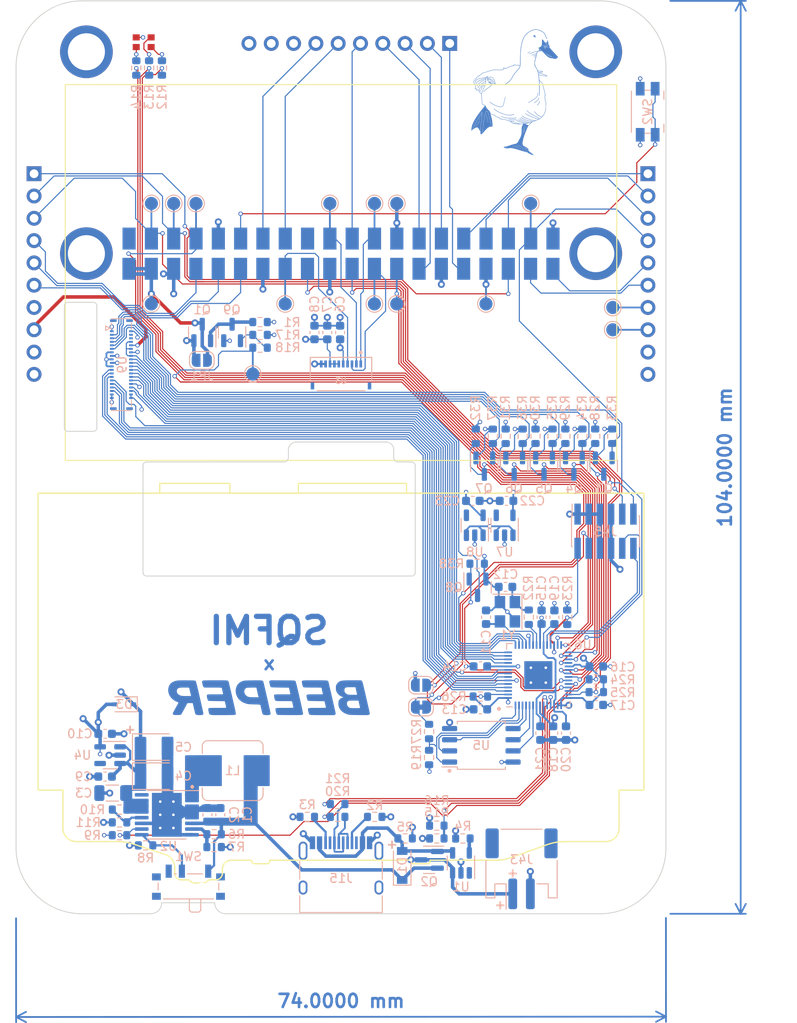
<source format=kicad_pcb>
(kicad_pcb (version 20211014) (generator pcbnew)
  (layers (0 "F.Cu" signal) (1 "In1.Cu" power) (2 "In2.Cu" power) (31 "B.Cu" signal) (34 "B.Paste" user) (35 "F.Paste" user) (36 "B.SilkS" user "B.Silkscreen") (37 "F.SilkS" user "F.Silkscreen") (38 "B.Mask" user) (39 "F.Mask" user) (44 "Edge.Cuts" user))
  (net 0 "")
  (net 1 "GND")
  (net 2 "+3V3")
  (net 3 "/Pi_SDA")
  (net 4 "/Pi_SCL")
  (net 5 "/Pi_GPIO0")
  (net 6 "/Pi_GPIO1")
  (net 7 "/Pi_GPIO20")
  (net 8 "/Pi_GPIO19")
  (net 9 "/Pi_GPIO21")
  (net 10 "+5V")
  (net 11 "/Pi_GPIO14")
  (net 12 "/Pi_GPIO15")
  (net 13 "/Pi_INT")
  (net 14 "/keyboard/ROW1")
  (net 15 "/keyboard/ROW2")
  (net 16 "/keyboard/ROW3")
  (net 17 "/keyboard/ROW4")
  (net 18 "/keyboard/ROW5")
  (net 19 "/keyboard/ROW6")
  (net 20 "/keyboard/ROW7")
  (net 21 "/keyboard/COL1")
  (net 22 "/keyboard/COL2")
  (net 23 "/keyboard/COL7")
  (net 24 "/keyboard/COL6")
  (net 25 "/keyboard/COL5")
  (net 26 "/keyboard/COL4")
  (net 27 "/keyboard/COL3")
  (net 28 "Net-(C11-Pad1)")
  (net 29 "Net-(J15-PadA5)")
  (net 30 "Net-(C19-Pad1)")
  (net 31 "SWCLK")
  (net 32 "SWDIO")
  (net 33 "~{RESET}")
  (net 34 "/keyboard/TP_RESET")
  (net 35 "/keyboard/LED_R")
  (net 36 "/keyboard/TP_SDA")
  (net 37 "/keyboard/LED_G")
  (net 38 "/keyboard/LED_B")
  (net 39 "/keyboard/TP_MOTION")
  (net 40 "/keyboard/TP_SCL")
  (net 41 "/keyboard/TP_SHUTDOWN")
  (net 42 "/keyboard/KB_BL")
  (net 43 "/keyboard/BATT_ADC")
  (net 44 "/keyboard/MIC")
  (net 45 "/keyboard/D-")
  (net 46 "/keyboard/D+")
  (net 47 "/keyboard/QSPI_SD3")
  (net 48 "/keyboard/QSPI_SCLK")
  (net 49 "/keyboard/QSPI_SD0")
  (net 50 "/keyboard/QSPI_SD2")
  (net 51 "/keyboard/QSPI_SD1")
  (net 52 "/keyboard/~{QSPI_CS}")
  (net 53 "/DISP_SCLK")
  (net 54 "/DISP_SI")
  (net 55 "/DISP_CS")
  (net 56 "/DISP_EXTIN")
  (net 57 "Net-(D2-Pad1)")
  (net 58 "Net-(D2-Pad2)")
  (net 59 "Net-(D2-Pad4)")
  (net 60 "/keyboard/Keyboard/TP_SHUTDOWN_1V8")
  (net 61 "/keyboard/Keyboard/TP_SCL_1V8")
  (net 62 "/keyboard/Keyboard/TP_MOTION_1V8")
  (net 63 "/keyboard/Keyboard/TP_SDA_1V8")
  (net 64 "/keyboard/Keyboard/TP_RESET_1V8")
  (net 65 "+2V8")
  (net 66 "+1V8")
  (net 67 "/Pi_GPIO09")
  (net 68 "Net-(JP3-Pad2)")
  (net 71 "VBUS")
  (net 72 "USB_D-")
  (net 73 "USB_D+")
  (net 74 "Net-(C12-Pad1)")
  (net 75 "BOOTSEL")
  (net 77 "Net-(J15-PadB5)")
  (net 78 "/Pi_PWR")
  (net 79 "Net-(C1-Pad1)")
  (net 80 "Net-(Q8-Pad3)")
  (net 81 "Net-(R4-Pad2)")
  (net 82 "/LBO")
  (net 83 "Net-(R6-Pad2)")
  (net 84 "+BATT")
  (net 90 "Net-(L1-Pad2)")
  (net 92 "Net-(J22-Pad1)")
  (net 93 "Net-(J18-Pad1)")
  (net 94 "Net-(J22-Pad17)")
  (net 95 "/Pi_GPIO18")
  (net 96 "Net-(Q1-Pad1)")
  (net 97 "/Button")
  (net 98 "Net-(R8-Pad2)")
  (net 99 "Net-(Q9-Pad1)")
  (net 100 "/PI_HEADER_SWDIO")
  (net 101 "/PI_HEADER_SWCLK")
  (net 102 "/Pi_GPIO6")
  (net 103 "/Pi_GPIO12")
  (net 104 "/Pi_GPIO13")
  (net 105 "/Pi_GPIO26")
  (net 106 "/Pi_GPIO5")
  (net 107 "/Pi_GPIO22")
  (net 108 "/Pi_GPIO27")
  (net 109 "Net-(R10-Pad2)")
  (net 110 "Net-(R22-Pad1)")
  (net 111 "/Pi_GPIO16")
  (footprint "beepberry:LS027B7DH01" (layer "F.Cu") (at 91.09 69.5775)
    (fp_text reference "REF**" hide)
    (fp_text value "LS027B7DH01")
  )
  (footprint "MountingHole:MountingHole_2.7mm_M2.5" (layer "F.Cu") (at 62.1 140.5)
    (fp_text reference "H1" hide)
    (fp_text value "MountingHole")
  )
  (footprint "beepberry:FM-B2020RGBA-HG" (layer "F.Cu") (at 68.62 45.11)
    (fp_text reference "D2" hide)
    (fp_text value "Notification LED")
  )
  (footprint "beepberry:SQFMI-DUCK-LOGO-BMASK" (layer "F.Cu") (at 112.19 50.51)
    (fp_text reference "REF**" hide)
    (fp_text value "SQFMI-DUCK-LOGO")
  )
  (footprint "MountingHole:MountingHole_2.7mm_M2.5" (layer "F.Cu") (at 120.1 140.5)
    (fp_text reference "H2" hide)
    (fp_text value "MountingHole")
  )
  (footprint "Resistor_SMD:R_0603_1608Metric" (layer "B.Cu") (at 81.87 76.9925 180)
    (fp_text reference "R1")
    (fp_text value "10K")
  )
  (footprint "beepberry:FDX0019B1" (layer "B.Cu") (at 107.598416 70.92 90)
    (fp_text reference "J27" hide)
    (fp_text value "FDX0019B1")
  )
  (footprint "beepberry:FDX0019B1" (layer "B.Cu") (at 99.986838 67.48 -90)
    (fp_text reference "J29" hide)
    (fp_text value "FDX0019B1")
  )
  (footprint "beepberry:FDX0019B1" (layer "B.Cu") (at 102.517364 70.92 90)
    (fp_text reference "J25" hide)
    (fp_text value "FDX0019B1")
  )
  (footprint "Package_SO:SSOP-8_5.25x5.24mm_P1.27mm" (layer "B.Cu") (at 107.07 125.21)
    (fp_text reference "U5")
    (fp_text value "GD25Q16xS")
  )
  (footprint "TestPoint:TestPoint_Pad_D1.5mm" (layer "B.Cu") (at 89.824734 63.48 180)
    (fp_text reference "TP5" hide)
    (fp_text value "TestPoint")
  )
  (footprint "beepberry:FDX0019B1" (layer "B.Cu") (at 74.571578 70.92 90)
    (fp_text reference "J1" hide)
    (fp_text value "FDX0019B1")
  )
  (footprint "Resistor_SMD:R_0603_1608Metric" (layer "B.Cu") (at 112.47 110.615 90)
    (fp_text reference "R22")
    (fp_text value "1K")
  )
  (footprint "Package_SO:HTSSOP-16-1EP_4.4x5mm_P0.65mm_EP3.4x5mm_Mask2.46x2.31mm_ThermalVias" (layer "B.Cu") (at 71.2575 133.125 180)
    (fp_text reference "U2")
    (fp_text value "TPS61090")
  )
  (footprint "Package_TO_SOT_SMD:SOT-23" (layer "B.Cu") (at 106.64 107.21 -90)
    (fp_text reference "Q8")
    (fp_text value "BSS138")
  )
  (footprint "TestPoint:TestPoint_Pad_D1.5mm" (layer "B.Cu") (at 94.905786 63.48 180)
    (fp_text reference "TP8" hide)
    (fp_text value "TestPoint")
  )
  (footprint "Package_TO_SOT_SMD:SOT-23-5" (layer "B.Cu") (at 109.72 100.14 90)
    (fp_text reference "U7")
    (fp_text value "ME6212C18M5G")
  )
  (footprint "Button_Switch_SMD:Panasonic_EVQPUL_EVQPUC" (layer "B.Cu") (at 126.01 53.03 90)
    (fp_text reference "SW2")
    (fp_text value "Button")
  )
  (footprint "Resistor_SMD:R_0603_1608Metric" (layer "B.Cu") (at 109.84 90.005 90)
    (fp_text reference "R31")
    (fp_text value "10K")
  )
  (footprint "Package_TO_SOT_SMD:SOT-23" (layer "B.Cu") (at 117.61 93.4 -90)
    (fp_text reference "Q4")
    (fp_text value "BSS138")
  )
  (footprint "TestPoint:TestPoint_Pad_D1.5mm" (layer "B.Cu") (at 74.581578 63.48 180)
    (fp_text reference "TP7" hide)
    (fp_text value "TestPoint")
  )
  (footprint "beepberry:FDX0019B1" (layer "B.Cu") (at 89.824734 67.48 -90)
    (fp_text reference "J39" hide)
    (fp_text value "FDX0019B1")
  )
  (footprint "Package_TO_SOT_SMD:SOT-23-5" (layer "B.Cu") (at 106.32 100.14 90)
    (fp_text reference "U8")
    (fp_text value "ME6212C28M5G")
  )
  (footprint "beepberry:FDX0019B1" (layer "B.Cu") (at 112.679468 70.92 90)
    (fp_text reference "J7" hide)
    (fp_text value "FDX0019B1")
  )
  (footprint "beepberry:FDX0019B1" (layer "B.Cu") (at 110.148942 67.48 -90)
    (fp_text reference "J6" hide)
    (fp_text value "FDX0019B1")
  )
  (footprint "Capacitor_SMD:C_0603_1608Metric" (layer "B.Cu") (at 113.79 123.82 -90)
    (fp_text reference "C21")
    (fp_text value "1uF")
  )
  (footprint "TestPoint:TestPoint_Pad_D1.5mm" (layer "B.Cu") (at 94.895786 74.92 180)
    (fp_text reference "TP6" hide)
    (fp_text value "TestPoint")
  )
  (footprint "Capacitor_SMD:C_1206_3216Metric" (layer "B.Cu") (at 65.05 130.65 180)
    (fp_text reference "C3")
    (fp_text value "22uF")
  )
  (footprint "Capacitor_SMD:C_0603_1608Metric" (layer "B.Cu") (at 120.16 120.61)
    (fp_text reference "C17")
    (fp_text value "0.1uF")
  )
  (footprint "Package_TO_SOT_SMD:SOT-23" (layer "B.Cu") (at 110.81 93.405 -90)
    (fp_text reference "Q6")
    (fp_text value "BSS138")
  )
  (footprint "beepberry:FDX0019B1" (layer "B.Cu") (at 69.500526 67.48 -90)
    (fp_text reference "J31" hide)
    (fp_text value "FDX0019B1")
  )
  (footprint "Capacitor_SMD:C_0603_1608Metric" (layer "B.Cu") (at 109.94 97.36 180)
    (fp_text reference "C22")
    (fp_text value "0.1uF")
  )
  (footprint "Resistor_SMD:R_0603_1608Metric" (layer "B.Cu") (at 76.64 135.34 180)
    (fp_text reference "R6")
    (fp_text value "2M")
  )
  (footprint "Inductor_SMD:L_Bourns_SRP7028A_7.3x6.6mm" (layer "B.Cu") (at 78.7575 128.095 180)
    (fp_text reference "L1")
    (fp_text value "6.8uH/4A")
  )
  (footprint "Resistor_SMD:R_0603_1608Metric" (layer "B.Cu") (at 65.875 133.99 180)
    (fp_text reference "R11")
    (fp_text value "220K")
  )
  (footprint "TestPoint:TestPoint_Pad_D1.5mm" (layer "B.Cu") (at 69.500526 63.48 180)
    (fp_text reference "TP11" hide)
    (fp_text value "TestPoint")
  )
  (footprint "Resistor_SMD:R_0603_1608Metric" (layer "B.Cu") (at 90.71 133.36)
    (fp_text reference "R20")
    (fp_text value "27R")
  )
  (footprint "TestPoint:TestPoint_Pad_D1.5mm" (layer "B.Cu") (at 122.04 75.33 180)
    (fp_text reference "TP13" hide)
    (fp_text value "TestPoint")
  )
  (footprint "Capacitor_SMD:C_0603_1608Metric" (layer "B.Cu") (at 75.8875 133.125 90)
    (fp_text reference "C2")
    (fp_text value "100nF")
  )
  (footprint "Resistor_SMD:R_0603_1608Metric" (layer "B.Cu") (at 111.78 90.005 90)
    (fp_text reference "R36")
    (fp_text value "10K")
  )
  (footprint "beepberry:FDX0019B1" (layer "B.Cu") (at 89.814734 70.92 90)
    (fp_text reference "J21" hide)
    (fp_text value "FDX0019B1")
  )
  (footprint "Capacitor_SMD:C_0603_1608Metric" (layer "B.Cu") (at 106.96 116.22 180)
    (fp_text reference "C14")
    (fp_text value "0.1uF")
  )
  (footprint "TestPoint:TestPoint_Pad_D1.5mm" (layer "B.Cu") (at 107.598416 74.92 180)
    (fp_text reference "TP16" hide)
    (fp_text value "TestPoint")
  )
  (footprint "beepberry:FDX0019B1" (layer "B.Cu") (at 92.36526 67.48 -90)
    (fp_text reference "J38" hide)
    (fp_text value "FDX0019B1")
  )
  (footprint "beepberry:FDX0019B1" (layer "B.Cu") (at 99.976838 70.92 90)
    (fp_text reference "J30" hide)
    (fp_text value "FDX0019B1")
  )
  (footprint "Jumper:SolderJumper-2_P1.3mm_Open_RoundedPad1.0x1.5mm" (layer "B.Cu") (at 75.24 81.35)
    (fp_text reference "JP1")
    (fp_text value "PI PWR")
  )
  (footprint "Resistor_SMD:R_0603_1608Metric" (layer "B.Cu") (at 120.04 90 90)
    (fp_text reference "R28")
    (fp_text value "10K")
  )
  (footprint "Capacitor_SMD:C_0603_1608Metric" (layer "B.Cu") (at 64.23 123.9 180)
    (fp_text reference "C10")
    (fp_text value "10uF")
  )
  (footprint "Resistor_SMD:R_0603_1608Metric" (layer "B.Cu") (at 76.64 136.8)
    (fp_text reference "R7")
    (fp_text value "360K")
  )
  (footprint "Resistor_SMD:R_0603_1608Metric" (layer "B.Cu") (at 113.24 90 90)
    (fp_text reference "R30")
    (fp_text value "10K")
  )
  (footprint "TestPoint:TestPoint_Pad_D1.5mm" (layer "B.Cu") (at 72.041052 63.48 180)
    (fp_text reference "TP12" hide)
    (fp_text value "TestPoint")
  )
  (footprint "beepberry:QFN-56-1EP_7x7mm_P0.4mm_EP5.6x5.6mm" (layer "B.Cu") (at 113.56 117.22)
    (fp_text reference "U6")
    (fp_text value "RP2040")
  )
  (footprint "Resistor_SMD:R_0603_1608Metric" (layer "B.Cu") (at 101.12 123.64 -90)
    (fp_text reference "R27")
    (fp_text value "1K")
  )
  (footprint "Capacitor_SMD:C_0603_1608Metric" (layer "B.Cu") (at 77.3475 133.125 90)
    (fp_text reference "C1")
    (fp_text value "10uF")
  )
  (footprint "Resistor_SMD:R_0603_1608Metric" (layer "B.Cu") (at 106.44 90.005 90)
    (fp_text reference "R32")
    (fp_text value "10K")
  )
  (footprint "beepberry:FDX0019B1" (layer "B.Cu") (at 87.274208 70.92 90)
    (fp_text reference "J11" hide)
    (fp_text value "FDX0019B1")
  )
  (footprint "Capacitor_SMD:C_0603_1608Metric" (layer "B.Cu") (at 89.53 78.18 90)
    (fp_text reference "C7")
    (fp_text value "1uF")
  )
  (footprint "Resistor_SMD:R_0603_1608Metric" (layer "B.Cu") (at 98.388911 135.816)
    (fp_text reference "R5")
    (fp_text value "100K")
  )
  (footprint "Capacitor_SMD:C_0603_1608Metric" (layer "B.Cu") (at 113.93 110.615 90)
    (fp_text reference "C15")
    (fp_text value "0.1uF")
  )
  (footprint "beepberry:FDX0019B1" (layer "B.Cu") (at 110.138942 70.92 90)
    (fp_text reference "J3" hide)
    (fp_text value "FDX0019B1")
  )
  (footprint "TestPoint:TestPoint_Pad_D1.5mm" (layer "B.Cu") (at 81.045 82.9125 180)
    (fp_text reference "TP10" hide)
    (fp_text value "TestPoint")
  )
  (footprint "Resistor_SMD:R_0603_1608Metric" (layer "B.Cu") (at 120.16 119.15 180)
    (fp_text reference "R25")
    (fp_text value "4.7K")
  )
  (footprint "TestPoint:TestPoint_Pad_D1.5mm" (layer "B.Cu") (at 69.490526 74.92 180)
    (fp_text reference "TP4" hide)
    (fp_text value "TestPoint")
  )
  (footprint "Capacitor_SMD:C_0603_1608Metric" (layer "B.Cu") (at 109.825 107.16 180)
    (fp_text reference "C12")
    (fp_text value "12pF")
  )
  (footprint "beepberry:HRS_FH34SRJ-10S-0.5SH(50)" (layer "B.Cu") (at 91.09 82.9125 180)
    (fp_text reference "U3")
    (fp_text value "LS027B7DH01")
  )
  (footprint "Resistor_SMD:R_0603_1608Metric" (layer "B.Cu") (at 70.7 48.045 90)
    (fp_text reference "R12")
    (fp_text value "220")
  )
  (footprint "Resistor_SMD:R_0603_1608Metric" (layer "B.Cu") (at 104.968911 135.826)
    (fp_text reference "R4")
    (fp_text value "10K")
  )
  (footprint "Package_TO_SOT_SMD:SOT-23-5" (layer "B.Cu") (at 104.748911 138.606 90)
    (fp_text reference "U1")
    (fp_text value "TP4054")
  )
  (footprint "Connector_PinHeader_2.54mm:PinHeader_1x10_P2.54mm_Vertical" (layer "B.Cu") (at 126.04 60.09 180)
    (fp_text reference "J44" hide)
    (fp_text value "Header 1")
  )
  (footprint "beepberry:FDX0019B1" (layer "B.Cu") (at 77.122104 67.48 -90)
    (fp_text reference "J17" hide)
    (fp_text value "FDX0019B1")
  )
  (footprint "beepberry:FDX0019B1" (layer "B.Cu") (at 72.031052 70.92 90)
    (fp_text reference "J16" hide)
    (fp_text value "FDX0019B1")
  )
  (footprint "Resistor_SMD:R_0603_1608Metric" (layer "B.Cu") (at 81.87 79.9125)
    (fp_text reference "R18")
    (fp_text value "330")
  )
  (footprint "Diode_SMD:D_SOD-323" (layer "B.Cu") (at 66.4 120.54 180)
    (fp_text reference "D3")
    (fp_text value "D_Schottky_Small")
  )
  (footprint "MountingHole:MountingHole_2.5mm_Pad" (layer "B.Cu") (at 62.1 46.2 180)
    (fp_text reference "M1" hide)
    (fp_text value "MountingHole_2.5mm_Pad")
  )
  (footprint "Capacitor_SMD:C_0603_1608Metric" (layer "B.Cu") (at 115.39 110.62 90)
    (fp_text reference "C19")
    (fp_text value "0.1uF")
  )
  (footprint "Package_TO_SOT_SMD:SOT-23-5" (layer "B.Cu") (at 64.7975 126.33 180)
    (fp_text reference "U4")
    (fp_text value "AP2112K-3.3")
  )
  (footprint "beepberry:FDX0019B1" (layer "B.Cu") (at 84.743682 67.48 -90)
    (fp_text reference "J9" hide)
    (fp_text value "FDX0019B1")
  )
  (footprint "Resistor_SMD:R_0603_1608Metric" (layer "B.Cu") (at 116.85 110.625 -90)
    (fp_text reference "R23")
    (fp_text value "10K")
  )
  (footprint "beepberry:SQFMI-DUCK-LOGO-BCU" (layer "B.Cu") (at 112.19 50.51)
    (fp_text reference "REFe" hide)
    (fp_text value "SQFMI-DUCK-LOGO")
  )
  (footprint "Capacitor_SMD:C_0603_1608Metric" (layer "B.Cu") (at 90.99 78.18 90)
    (fp_text reference "C6")
    (fp_text value "100nF")
  )
  (footprint "TestPoint:TestPoint_Pad_D1.5mm" (layer "B.Cu") (at 112.689468 63.48 180)
    (fp_text reference "TP17" hide)
    (fp_text value "TestPoint")
  )
  (footprint "Resistor_SMD:R_0603_1608Metric" (layer "B.Cu") (at 101.12 126.6 -90)
    (fp_text reference "R19")
    (fp_text value "10K")
  )
  (footprint "Resistor_SMD:R_0603_1608Metric" (layer "B.Cu") (at 90.71 131.9)
    (fp_text reference "R21")
    (fp_text value "27R")
  )
  (footprint "Capacitor_Tantalum_SMD:CP_EIA-3528-15_AVX-H" (layer "B.Cu") (at 69.8 125.4125)
    (fp_text reference "C5")
    (fp_text value "100uF")
  )
  (footprint "Capacitor_SMD:C_0603_1608Metric" (layer "B.Cu") (at 64.23 128.77 180)
    (fp_text reference "C9")
    (fp_text value "10uF")
  )
  (footprint "Resistor_SMD:R_0603_1608Metric" (layer "B.Cu") (at 121.98 90 90)
    (fp_text reference "R33")
    (fp_text value "10K")
  )
  (footprint "beepberry:FDX0019B1" (layer "B.Cu") (at 82.193156 70.92 90)
    (fp_text reference "J19" hide)
    (fp_text value "FDX0019B1")
  )
  (footprint "beepberry:FDX0019B1" (layer "B.Cu") (at 82.203156 67.48 -90)
    (fp_text reference "J14" hide)
    (fp_text value "FDX0019B1")
  )
  (footprint "beepberry:FDX0019B1" (layer "B.Cu") (at 66.95 70.92 90)
    (fp_text reference "J18" hide)
    (fp_text value "FDX0019B1")
  )
  (footprint "Resistor_SMD:R_0603_1608Metric" (layer "B.Cu") (at 116.64 90 90)
    (fp_text reference "R29")
    (fp_text value "10K")
  )
  (footprint "Package_TO_SOT_SMD:SOT-23" (layer "B.Cu") (at 121.01 93.4 -90)
    (fp_text reference "Q3")
    (fp_text value "BSS138")
  )
  (footprint "Package_TO_SOT_SMD:SOT-23" (layer "B.Cu") (at 114.21 93.4 -90)
    (fp_text reference "Q5")
    (fp_text value "BSS138")
  )
  (footprint "beepberry:FDX0019B1" (layer "B.Cu") (at 115.23 67.48 -90)
    (fp_text reference "J28" hide)
    (fp_text value "FDX0019B1")
  )
  (footprint "Connector_JST:JST_PH_S2B-PH-SM4-TB_1x02-1MP_P2.00mm_Horizontal" (layer "B.Cu") (at 111.65 139.28)
    (fp_text reference "J43")
    (fp_text value "Battery")
  )
  (footprint "Resistor_SMD:R_0603_1608Metric" (layer "B.Cu") (at 94.93 133.36 180)
    (fp_text reference "R2")
    (fp_text value "5.1K")
  )
  (footprint "beepberry:FDX0019B1" (layer "B.Cu") (at 77.112104 70.92 90)
    (fp_text reference "J2" hide)
    (fp_text value "FDX0019B1")
  )
  (footprint "beepberry:BM20B(0.8)-40DS-0.4V" (layer "B.Cu") (at 66.08875 81.84 -90)
    (fp_text reference "U9")
    (fp_text value "BBQ20KBD")
  )
  (footprint "beepberry:FDX0019B1" (layer "B.Cu") (at 105.05789 70.92 90)
    (fp_text reference "J41" hide)
    (fp_text value "FDX0019B1")
  )
  (footprint "beepberry:FDX0019B1" (layer "B.Cu") (at 97.446312 67.48 -90)
    (fp_text reference "J23" hide)
    (fp_text value "FDX0019B1")
  )
  (footprint "beepberry:FDX0019B1" (layer "B.Cu") (at 69.490526 70.92 90)
    (fp_text reference "J20" hide)
    (fp_text value "FDX0019B1")
  )
  (footprint "MountingHole:MountingHole_2.5mm_Pad" (layer "B.Cu") (at 120.1 69.2 180)
    (fp_text reference "M3" hide)
    (fp_text value "MountingHole_2.5mm_Pad")
  )
  (footprint "beepberry:FDX0019B1" (layer "B.Cu") (at 92.35526 70.92 90)
    (fp_text reference "J12" hide)
    (fp_text value "FDX0019B1")
  )
  (footprint "MountingHole:MountingHole_2.5mm_Pad" (layer "B.Cu") (at 120.1 46.2 180)
    (fp_text reference "M4" hide)
    (fp_text value "MountingHole_2.5mm_Pad")
  )
  (footprint "Jumper:SolderJumper-2_P1.3mm_Bridged_RoundedPad1.0x1.5mm" (layer "B.Cu") (at 100.2 120.86 180)
    (fp_text reference "JP2" hide)
    (fp_text value "BOOTSEL_JUMPER")
  )
  (footprint "Connector_USB:USB_C_Receptacle_HRO_TYPE-C-31-M-12" (layer "B.Cu") (at 91.09 140.36 180)
    (fp_text reference "J15")
    (fp_text value "USB_C_Receptacle_USB2.0")
  )
  (footprint "beepberry:FDX0019B1" (layer "B.Cu") (at 94.895786 70.92 90)
    (fp_text reference "J37" hide)
    (fp_text value "FDX0019B1")
  )
  (footprint "Package_TO_SOT_SMD:SOT-23" (layer "B.Cu") (at 78.69 78.1775 90)
    (fp_text reference "Q9")
    (fp_text value "S8050")
  )
  (footprint "Resistor_SMD:R_0603_1608Metric" (layer "B.Cu") (at 81.87 78.4525 180)
    (fp_text reference "R17")
    (fp_text value "10K")
  )
  (footprint "Capacitor_SMD:C_0603_1608Metric" (layer "B.Cu") (at 115.25 123.82 -90)
    (fp_text reference "C18")
    (fp_text value "1uF")
  )
  (footprint "beepberry:FDX0019B1" (layer "B.Cu") (at 79.65263 70.92 90)
    (fp_text reference "J5" hide)
    (fp_text value "FDX0019B1")
  )
  (footprint "Package_TO_SOT_SMD:SOT-23" (layer "B.Cu") (at 75.29 78.1775 90)
    (fp_text reference "Q1")
    (fp_text value "SI2301")
  )
  (footprint "beepberry:FDX0019B1" (layer "B.Cu") (at 79.66263 67.48 -90)
    (fp_text reference "J4" hide)
    (fp_text value "FDX0019B1")
  )
  (footprint "Resistor_SMD:R_0603_1608Metric" (layer "B.Cu") (at 68.84 136.61)
    (fp_text reference "R8")
    (fp_text value "100K")
  )
  (footprint "beepberry:beepberry_logo_2" (layer "B.Cu") (at 82.915347 119.76 180)
    (fp_text reference "G***" hide)
    (fp_text value "LOGO" hide)
  )
  (footprint "beepberry:FDX0019B1" (layer "B.Cu") (at 102.527364 67.48 -90)
    (fp_text reference "J34" hide)
    (fp_text value "FDX0019B1")
  )
  (footprint "Resistor_SMD:R_0603_1608Metric" (layer "B.Cu") (at 102 135.82)
    (fp_text reference "R15")
    (fp_text value "100K")
  )
  (footprint "Resistor_SMD:R_0603_1608Metric" (layer "B.Cu") (at 120.16 117.69)
    (fp_text reference "R24")
    (fp_text value "4.7K")
  )
  (footprint "Package_TO_SOT_SMD:SOT-23" (layer "B.Cu") (at 101.128911 138.256 180)
    (fp_text reference "Q2")
    (fp_text value "SI2301")
  )
  (footprint "Capacitor_SMD:C_0603_1608Metric" (layer "B.Cu") (at 107.61 110.615 90)
    (fp_text reference "C11")
    (fp_text value "12pF")
  )
  (footprint "Diode_SMD:D_SOD-123" (layer "B.Cu") (at 98.058911 138.896 90)
    (fp_text reference "D1")
    (fp_text value "B5819W")
  )
  (footprint "beepberry:FDX0019B1" (layer "B.Cu") (at 84.733682 70.92 90)
    (fp_text reference "J10" hide)
    (fp_text value "FDX0019B1")
  )
  (footprint "Capacitor_Tantalum_SMD:CP_EIA-3528-15_AVX-H" (layer "B.Cu") (at 69.8025 128.7225)
    (fp_text reference "C4")
    (fp_text value "100uF")
  )
  (footprint "TestPoint:TestPoint_Pad_D1.5mm" (layer "B.Cu") (at 97.436312 74.92 180)
    (fp_text reference "TP9" hide)
    (fp_text value "TestPoint")
  )
  (footprint "beepberry:FDX0019B1" (layer "B.Cu") (at 72.041052 67.48 -90)
    (fp_text reference "J32" hide)
    (fp_text value "FDX0019B1")
  )
  (footprint "Jumper:SolderJumper-2_P1.3mm_Open_RoundedPad1.0x1.5mm" (layer "B.Cu") (at 100.2 118.36)
    (fp_text reference "JP3" hide)
    (fp_text value "SJ_MIC_VDD")
  )
  (footprint "Capacitor_SMD:C_0603_1608Metric" (layer "B.Cu") (at 88.07 78.18 90)
    (fp_text reference "C8")
    (fp_text value "100nF")
  )
  (footprint "Resistor_SMD:R_0603_1608Metric" (layer "B.Cu") (at 65.87 135.45 180)
    (fp_text reference "R9")
    (fp_text value "1M")
  )
  (footprint "beepberry:FDX0019B1" (layer "B.Cu") (at 94.905786 67.48 -90)
    (fp_text reference "J40" hide)
    (fp_text value "FDX0019B1")
  )
  (footprint "TestPoint:TestPoint_Pad_D1.5mm" (layer "B.Cu") (at 84.733682 74.92 180)
    (fp_text reference "TP1" hide)
    (fp_text value "TestPoint")
  )
  (footprint "Resistor_SMD:R_0603_1608Metric" (layer "B.Cu") (at 106.96 119.65)
    (fp_text reference "R26")
    (fp_text value "10K")
  )
  (footprint "beepberry:FDX0019B1" (layer "B.Cu") (at 105.06789 67.48 -90)
    (fp_text reference "J35" hide)
    (fp_text value "FDX0019B1")
  )
  (footprint "Connector_PinHeader_2.54mm:PinHeader_1x10_P2.54mm_Vertical" (layer "B.Cu") (at 56.14 60.09 180)
    (fp_text reference "J47" hide)
    (fp_text value "Header 3")
  )
  (footprint "MountingHole:MountingHole_2.5mm_Pad" (layer "B.Cu") (at 62.1 69.2 180)
    (fp_text reference "M2" hide)
    (fp_text value "MountingHole_2.5mm_Pad")
  )
  (footprint "Resistor_SMD:R_0603_1608Metric" (layer "B.Cu") (at 108.38 90.005 90)
    (fp_text reference "R37")
    (fp_text value "10K")
  )
  (footprint "Resistor_SMD:R_0603_1608Metric" (layer "B.Cu") (at 69.24 48.045 90)
    (fp_text reference "R13")
    (fp_text value "100")
  )
  (footprint "Resistor_SMD:R_0603_1608Metric" (layer "B.Cu") (at 106.595 104.52)
    (fp_text reference "R38")
    (fp_text value "10K")
  )
  (footprint "TestPoint:TestPoint_Pad_D1.5mm" (layer "B.Cu") (at 122.04 77.87 180)
    (fp_text reference "TP14" hide)
    (fp_text value "TestPoint")
  )
  (footprint "beepberry:FDX0019B1" (layer "B.Cu") (at 87.284208 67.48 -90)
    (fp_text reference "J26" hide)
    (fp_text value "FDX0019B1")
  )
  (footprint "Resistor_SMD:R_0603_1608Metric" (layer "B.Cu") (at 118.58 90 90)
    (fp_text reference "R34")
    (fp_text value "10K")
  )
  (footprint "beepberry:FDX0019B1" (layer "B.Cu") (at 107.608416 67.48 -90)
    (fp_text reference "J42" hide)
    (fp_text value "FDX0019B1")
  )
  (footprint "Capacitor_SMD:C_0603_1608Metric" (layer "B.Cu") (at 120.16 116.23)
    (fp_text reference "C16")
    (fp_text value "0.1uF")
  )
  (footprint "Resistor_SMD:R_0603_1608Metric" (layer "B.Cu") (at 67.78 48.045 90)
    (fp_text reference "R14")
    (fp_text value "100")
  )
  (footprint "beepberry:FDX0019B1" (layer "B.Cu") (at 115.22 70.92 90)
    (fp_text reference "J8" hide)
    (fp_text value "FDX0019B1")
  )
  (footprint "Connector_PinHeader_2.54mm:PinHeader_1x10_P2.54mm_Vertical" (layer "B.Cu") (at 103.47 45.25 90)
    (fp_text reference "J46" hide)
    (fp_text value "Header 2")
  )
  (footprint "Resistor_SMD:R_0603_1608Metric" (layer "B.Cu") (at 115.18 90 90)
    (fp_text reference "R35")
    (fp_text value "10K")
  )
  (footprint "Capacitor_SMD:C_0603_1608Metric" (layer "B.Cu") (at 106.96 121.11 180)
    (fp_text reference "C13")
    (fp_text value "0.1uF")
  )
  (footprint "TestPoint:TestPoint_Pad_D1.5mm" (layer "B.Cu") (at 97.446312 63.48 180)
    (fp_text reference "TP15" hide)
    (fp_text value "TestPoint")
  )
  (footprint "Button_Switch_SMD:SW_SPDT_PCM12" (layer "B.Cu") (at 73.72 140.98 180)
    (fp_text reference "SW1")
    (fp_text value "ON/OFF")
  )
  (footprint "beepberry:FDX0019B1" (layer "B.Cu") (at 74.581578 67.48 -90)
    (fp_text reference "J33" hide)
    (fp_text value "FDX0019B1")
  )
  (footprint "Resistor_SMD:R_0603_1608Metric" (layer "B.Cu") (at 102 134.36 180)
    (fp_text reference "R16")
    (fp_text value "100K")
  )
  (footprint "Resistor_SMD:R_0603_1608Metric" (layer "B.Cu") (at 87.25 133.36)
    (fp_text reference "R3")
    (fp_text value "5.1K")
  )
  (footprint "Resistor_SMD:R_0603_1608Metric" (layer "B.Cu") (at 65.875 132.53 180)
    (fp_text reference "R10")
    (fp_text value "2M")
  )
  (footprint "beepberry:FDX0019B1" (layer "B.Cu") (at 97.436312 70.92 90)
    (fp_text reference "J36" hide)
    (fp_text value "FDX0019B1")
  )
  (footprint "Connector_PinHeader_1.27mm:PinHeader_2x06_P1.27mm_Vertical_SMD" (layer "B.Cu") (at 121.21 100.82 -90)
    (fp_text reference "J45")
    (fp_text value "PRG_HEADER")
  )
  (footprint "beepberry:FDX0019B1" (layer "B.Cu") (at 112.689468 67.48 -90)
    (fp_text reference "J13" hide)
    (fp_text value "FDX0019B1")
  )
  (footprint "Capacitor_SMD:C_0603_1608Metric" (layer "B.Cu") (at 116.71 123.82 -90)
    (fp_text reference "C20")
    (fp_text value "0.1uF")
  )
  (footprint "beepberry:FDX0019B1" (layer "B.Cu") (at 66.96 67.48 -90)
    (fp_text reference "J24" hide)
    (fp_text value "FDX0019B1")
  )
  (footprint "Package_TO_SOT_SMD:SOT-23" (layer "B.Cu") (at 107.41 93.405 -90)
    (fp_text reference "Q7")
    (fp_text value "BSS138")
  )
  (footprint "Capacitor_SMD:C_0603_1608Metric" (layer "B.Cu") (at 106.1 97.36)
    (fp_text reference "C23")
    (fp_text value "0.1uF")
  )
  (footprint "Crystal:Crystal_SMD_3225-4Pin_3.2x2.5mm" (layer "B.Cu") (at 110.04 109.995 -90)
    (fp_text reference "Y1")
    (fp_text value "XYDBPCNANF-12MHZ")
  )
  (gr_line (start 56.598501 96.482001) (end 125.5815 96.482001) (layer "F.SilkS") (width 0.15))
  (gr_line locked (start 107.034717 138.296) (end 108.75345 138.296) (layer "F.SilkS") (width 0.15))
  (gr_line locked (start 98.553678 96.482001) (end 98.553678 95.371001) (layer "F.SilkS") (width 0.15))
  (gr_line locked (start 99.293536 138.7) (end 100.202984 138.7) (layer "F.SilkS") (width 0.15))
  (gr_line locked (start 67.504167 136.476132) (end 71.111883 137.65798) (layer "F.SilkS") (width 0.15))
  (gr_arc locked (start 75.747719 140.777843) (mid 75.576284 140.867228) (end 75.385422 140.898068) (layer "F.SilkS") (width 0.15))
  (gr_line locked (start 80.929179 138.296) (end 80.929179 138.397) (layer "F.SilkS") (width 0.15))
  (gr_line locked (start 86.231679 95.371001) (end 86.231679 96.482001) (layer "F.SilkS") (width 0.15))
  (gr_line locked (start 98.553678 95.371001) (end 86.231679 95.371001) (layer "F.SilkS") (width 0.15))
  (gr_arc locked (start 74.426038 140.898068) (mid 74.22262 140.862906) (end 74.042807 140.761503) (layer "F.SilkS") (width 0.15))
  (gr_line locked (start 99.091536 138.296) (end 99.091536 138.498) (layer "F.SilkS") (width 0.15))
  (gr_line locked (start 116.596318 136.175) (end 121.2385 136.175) (layer "F.SilkS") (width 0.15))
  (gr_arc locked (start 77.590113 139.306) (mid 77.885934 138.591814) (end 78.600113 138.296) (layer "F.SilkS") (width 0.15))
  (gr_line locked (start 78.430946 95.371001) (end 70.451946 95.371001) (layer "F.SilkS") (width 0.15))
  (gr_arc locked (start 122.7535 134.66) (mid 122.309765 135.731254) (end 121.2385 136.175) (layer "F.SilkS") (width 0.15))
  (gr_arc locked (start 81.232179 138.7) (mid 81.017898 138.611269) (end 80.929179 138.397) (layer "F.SilkS") (width 0.15))
  (gr_line locked (start 70.451946 95.371001) (end 70.451946 96.482001) (layer "F.SilkS") (width 0.15))
  (gr_line locked (start 56.598501 96.482001) (end 56.598501 130.317) (layer "F.SilkS") (width 0.15))
  (gr_line locked (start 78.600113 138.296) (end 80.929179 138.296) (layer "F.SilkS") (width 0.15))
  (gr_line locked (start 77.590113 139.771643) (end 77.590113 139.306) (layer "F.SilkS") (width 0.15))
  (gr_arc locked (start 110.459418 137.999122) (mid 109.619254 138.221229) (end 108.75345 138.296) (layer "F.SilkS") (width 0.15))
  (gr_line locked (start 101.230178 138.498) (end 101.230178 138.296) (layer "F.SilkS") (width 0.15))
  (gr_line locked (start 73.771305 140.539858) (end 74.042807 140.761503) (layer "F.SilkS") (width 0.15))
  (gr_line locked (start 101.230178 138.296) (end 107.034717 138.296) (layer "F.SilkS") (width 0.15))
  (gr_line locked (start 110.459419 137.999123) (end 114.549157 136.531254) (layer "F.SilkS") (width 0.15))
  (gr_line locked (start 82.985633 138.397) (end 82.985633 138.296) (layer "F.SilkS") (width 0.15))
  (gr_line locked (start 72.155247 139.097697) (end 72.155247 139.782358) (layer "F.SilkS") (width 0.15))
  (gr_arc locked (start 65.617626 136.175) (mid 66.572838 136.250755) (end 67.504167 136.476132) (layer "F.SilkS") (width 0.15))
  (gr_arc locked (start 77.590113 139.771643) (mid 77.36823 140.30724) (end 76.832613 140.529143) (layer "F.SilkS") (width 0.15))
  (gr_line locked (start 56.598501 130.317) (end 59.426501 130.317) (layer "F.SilkS") (width 0.15))
  (gr_line locked (start 125.5815 96.482001) (end 98.553678 96.482001) (layer "F.SilkS") (width 0.15))
  (gr_arc locked (start 101.230178 138.498) (mid 101.171016 138.64085) (end 101.028178 138.7) (layer "F.SilkS") (width 0.15))
  (gr_line locked (start 122.7535 130.317) (end 125.5815 130.317) (layer "F.SilkS") (width 0.15))
  (gr_arc locked (start 71.111882 137.65798) (mid 71.866977 138.208683) (end 72.155247 139.097697) (layer "F.SilkS") (width 0.15))
  (gr_line locked (start 122.7535 134.66) (end 122.7535 130.317) (layer "F.SilkS") (width 0.15))
  (gr_arc locked (start 114.549156 136.531253) (mid 115.557353 136.264724) (end 116.596318 136.175) (layer "F.SilkS") (width 0.15))
  (gr_line locked (start 59.426501 130.317) (end 59.426501 134.66) (layer "F.SilkS") (width 0.15))
  (gr_line locked (start 60.941501 136.175) (end 65.617626 136.175) (layer "F.SilkS") (width 0.15))
  (gr_line locked (start 76.08118 140.529143) (end 76.832613 140.529143) (layer "F.SilkS") (width 0.15))
  (gr_arc locked (start 60.941501 136.175) (mid 59.870257 135.731254) (end 59.426501 134.66) (layer "F.SilkS") (width 0.15))
  (gr_line locked (start 74.426039 140.898068) (end 75.385422 140.898068) (layer "F.SilkS") (width 0.15))
  (gr_line locked (start 86.231679 96.482001) (end 78.430946 96.482001) (layer "F.SilkS") (width 0.15))
  (gr_arc locked (start 72.912747 140.539858) (mid 72.377121 140.317993) (end 72.155247 139.782358) (layer "F.SilkS") (width 0.15))
  (gr_line locked (start 78.430946 96.482001) (end 78.430946 95.371001) (layer "F.SilkS") (width 0.15))
  (gr_line locked (start 81.232179 138.7) (end 82.682633 138.7) (layer "F.SilkS") (width 0.15))
  (gr_line locked (start 100.202984 138.7) (end 101.028178 138.7) (layer "F.SilkS") (width 0.15))
  (gr_line locked (start 70.451946 96.482001) (end 56.598501 96.482001) (layer "F.SilkS") (width 0.15))
  (gr_line locked (start 82.985633 138.296) (end 99.091536 138.296) (layer "F.SilkS") (width 0.15))
  (gr_arc locked (start 82.985633 138.397) (mid 82.896886 138.611252) (end 82.682633 138.7) (layer "F.SilkS") (width 0.15))
  (gr_arc locked (start 99.293536 138.7) (mid 99.1507 138.640836) (end 99.091536 138.498) (layer "F.SilkS") (width 0.15))
  (gr_line locked (start 125.5815 130.317) (end 125.5815 96.482001) (layer "F.SilkS") (width 0.15))
  (gr_line locked (start 75.747718 140.777842) (end 76.08118 140.529143) (layer "F.SilkS") (width 0.15))
  (gr_line locked (start 72.912747 140.539858) (end 73.771305 140.539858) (layer "F.SilkS") (width 0.15))
  (gr_arc (start 68.545686 93.329999) (mid 68.662844 93.047157) (end 68.945687 92.93) (layer "Edge.Cuts") (width 0.1))
  (gr_arc (start 99.540002 105.524315) (mid 99.422844 105.807157) (end 99.140001 105.924314) (layer "Edge.Cuts") (width 0.1))
  (gr_arc (start 62.89 74.74) (mid 63.172842 74.857158) (end 63.29 75.14) (layer "Edge.Cuts") (width 0.1))
  (gr_arc (start 59.99 89.44) (mid 59.707158 89.322843) (end 59.59 89.04) (layer "Edge.Cuts") (width 0.1))
  (gr_line (start 99.540002 105.524315) (end 99.540001 93.33) (layer "Edge.Cuts") (width 0.1))
  (gr_arc (start 97.593553 92.926447) (mid 97.24 92.78) (end 97.093553 92.426447) (layer "Edge.Cuts") (width 0.1))
  (gr_arc (start 99.140002 92.929999) (mid 99.422844 93.047157) (end 99.540001 93.33) (layer "Edge.Cuts") (width 0.1))
  (gr_line (start 97.093553 92.426447) (end 97.097105 91.539888) (layer "Edge.Cuts") (width 0.1))
  (gr_arc (start 85.100112 91.547105) (mid 85.356347 90.921338) (end 85.98 90.66) (layer "Edge.Cuts") (width 0.1))
  (gr_arc (start 70.676117 143.146117) (mid 70.31 144.03) (end 69.426117 144.396117) (layer "Edge.Cuts") (width 0.1))
  (gr_line (start 54.09 136.9) (end 54.09 47.9) (layer "Edge.Cuts") (width 0.1))
  (gr_line (start 69.426117 144.396117) (end 61.59 144.4) (layer "Edge.Cuts") (width 0.1))
  (gr_line (start 120.59 40.4) (end 61.59 40.4) (layer "Edge.Cuts") (width 0.1))
  (gr_arc (start 63.290001 89.040001) (mid 63.172843 89.322843) (end 62.89 89.44) (layer "Edge.Cuts") (width 0.1))
  (gr_arc (start 85.096447 92.426447) (mid 84.95 92.78) (end 84.596447 92.926447) (layer "Edge.Cuts") (width 0.1))
  (gr_line (start 96.21 90.66) (end 85.98 90.66) (layer "Edge.Cuts") (width 0.1))
  (gr_line (start 68.545686 93.329999) (end 68.545687 105.524314) (layer "Edge.Cuts") (width 0.1))
  (gr_arc (start 96.21 90.66) (mid 96.835767 90.916235) (end 97.097105 91.539888) (layer "Edge.Cuts") (width 0.1))
  (gr_line (start 120.59 144.4) (end 77.963883 144.396117) (layer "Edge.Cuts") (width 0.1))
  (gr_line (start 62.89 74.74) (end 60 74.74) (layer "Edge.Cuts") (width 0.1))
  (gr_line (start 63.29 75.14) (end 63.29 89.04) (layer "Edge.Cuts") (width 0.1))
  (gr_line (start 76.713883 143.146117) (end 70.676117 143.146117) (layer "Edge.Cuts") (width 0.1))
  (gr_line (start 62.89 89.44) (end 59.99 89.44) (layer "Edge.Cuts") (width 0.1))
  (gr_line (start 99.140002 92.929999) (end 97.593553 92.926447) (layer "Edge.Cuts") (width 0.1))
  (gr_arc (start 68.945686 105.924315) (mid 68.662844 105.807157) (end 68.545687 105.524314) (layer "Edge.Cuts") (width 0.1))
  (gr_arc (start 128.09 136.9) (mid 125.893301 142.203301) (end 120.59 144.4) (layer "Edge.Cuts") (width 0.1))
  (gr_arc (start 120.59 40.4) (mid 125.893301 42.596699) (end 128.09 47.9) (layer "Edge.Cuts") (width 0.1))
  (gr_line (start 68.945686 105.924315) (end 99.140001 105.924314) (layer "Edge.Cuts") (width 0.1))
  (gr_arc (start 59.59 75.14) (mid 59.712157 74.855087) (end 60 74.74) (layer "Edge.Cuts") (width 0.1))
  (gr_arc (start 54.09 47.9) (mid 56.286699 42.596699) (end 61.59 40.4) (layer "Edge.Cuts") (width 0.1))
  (gr_line (start 128.09 47.9) (end 128.09 136.9) (layer "Edge.Cuts") (width 0.1))
  (gr_arc (start 61.59 144.4) (mid 56.286699 142.203301) (end 54.09 136.9) (layer "Edge.Cuts") (width 0.1))
  (gr_arc (start 77.963883 144.396117) (mid 77.08 144.03) (end 76.713883 143.146117) (layer "Edge.Cuts") (width 0.1))
  (gr_line (start 85.100112 91.547105) (end 85.096447 92.426447) (layer "Edge.Cuts") (width 0.1))
  (gr_line (start 59.59 75.14) (end 59.59 89.04) (layer "Edge.Cuts") (width 0.1))
  (gr_line (start 84.596447 92.926447) (end 68.945687 92.93) (layer "Edge.Cuts") (width 0.1))
  (gr_text "x" (at 82.91 115.86) (layer "B.Cu") (effects (font (size 1.5 1.5) (thickness 0.3)) (justify mirror)))
  (gr_text "SQFMI" (at 82.893674 112.159721) (layer "B.Cu") (effects (font (size 3 3) (thickness 0.6)) (justify mirror)))
  (gr_text "." (at 103.44 127.5) (layer "B.SilkS") (effects (font (size 1.5 1.5) (thickness 0.3))))
  (gr_text "+" (at 110.64 139.74) (layer "B.SilkS") (effects (font (size 1 1) (thickness 0.2))))
  (gr_text "+" (at 96.9 136.47) (layer "B.SilkS") (effects (font (size 1 1) (thickness 0.2))))
  (gr_text "." (at 109.08 120.45) (layer "B.SilkS") (effects (font (size 1.5 1.5) (thickness 0.3))))
  (gr_text "." (at 74.15 129.33) (layer "B.SilkS") (effects (font (size 1.5 1.5) (thickness 0.3))))
  (gr_text "+" (at 109.23 143.37) (layer "B.SilkS") (effects (font (size 1 1) (thickness 0.2))))
  (gr_text "+" (at 67.08 123.37) (layer "B.SilkS") (effects (font (size 1 1) (thickness 0.2))))
  (gr_text "M2" (at 120.08 46.27) (layer "F.SilkS") (effects (font (size 1 1))))
  (gr_text "M4" (at 120.08 69.19) (layer "F.SilkS") (effects (font (size 1 1))))
  (gr_text "M3" (at 61.92 69.28) (layer "F.SilkS") (effects (font (size 1 1))))
  (gr_text "M1" (at 62.1 46.26) (layer "F.SilkS") (effects (font (size 1 1))))
  (dimension (type aligned) (layer "B.Cu") (pts (xy 128.09 40.4) (xy 128.09 144.4)) (height -8.51) (gr_text "104.0000 mm" (at 134.8 92.4 90) (layer "B.Cu") (effects (font (size 1.5 1.5) (thickness 0.3)))) (format (units 3) (units_format 1) (precision 4)) (style (thickness 0.2) (arrow_length 1.27) (text_position_mode 0) (extension_height 0.58642) (extension_offset 0.5) keep_text_aligned))
  (dimension (type aligned) (layer "B.Cu") (pts (xy 54.09 144.42) (xy 128.09 144.38)) (height 11.73996) (gr_text "74.0000 mm" (at 91.095373 154.339958 0.03097068861) (layer "B.Cu") (effects (font (size 1.5 1.5) (thickness 0.3)))) (format (units 3) (units_format 1) (precision 4)) (style (thickness 0.2) (arrow_length 1.27) (text_position_mode 0) (extension_height 0.58642) (extension_offset 0.5) keep_text_aligned))
  (via (at 115.39 109.01) (size 0.5) (drill 0.3) (layers "F.Cu" "B.Cu") (net 1))
  (via (at 78.47 136.8) (size 0.8) (drill 0.4) (layers "F.Cu" "B.Cu") (net 1))
  (via (at 112.71 118.07) (size 0.5) (drill 0.3) (layers "F.Cu" "B.Cu") (net 1))
  (via (at 121.76 120.61) (size 0.5) (drill 0.3) (layers "F.Cu" "B.Cu") (net 1))
  (via (at 66.38 123.9) (size 0.8) (drill 0.4) (layers "F.Cu" "B.Cu") (net 1))
  (via (at 72.04 73.77) (size 0.8) (drill 0.4) (layers "F.Cu" "B.Cu") (net 1))
  (via (at 82.2 73.24) (size 0.8) (drill 0.4) (layers "F.Cu" "B.Cu") (net 1))
  (via (at 64.67 126.34) (size 0.8) (drill 0.4) (layers "F.Cu" "B.Cu") (net 1))
  (via (at 68.39 86.95) (size 0.5) (drill 0.3) (layers "F.Cu" "B.Cu") (net 1))
  (via (at 105.33 116.22) (size 0.5) (drill 0.3) (layers "F.Cu" "B.Cu") (net 1))
  (via (at 110.04 110) (size 0.5) (drill 0.3) (layers "F.Cu" "B.Cu") (net 1))
  (via (at 125.16 49.25) (size 0.5) (drill 0.3) (layers "F.Cu" "B.Cu") (net 1))
  (via (at 68.14 84.38) (size 0.5) (drill 0.3) (layers "F.Cu" "B.Cu") (net 1))
  (via (at 78.42 79.12) (size 0.5) (drill 0.3) (layers "F.Cu" "B.Cu") (net 1))
  (via (at 96.76 133.36) (size 0.8) (drill 0.4) (layers "F.Cu" "B.Cu") (net 1))
  (via (at 64.99 77.52) (size 0.5) (drill 0.3) (layers "F.Cu" "B.Cu") (net 1))
  (via (at 99.22 134.54) (size 0.8) (drill 0.4) (layers "F.Cu" "B.Cu") (net 1))
  (via (at 114.41 118.07) (size 0.5) (drill 0.3) (layers "F.Cu" "B.Cu") (net 1))
  (via (at 105.33 121.11) (size 0.8) (drill 0.4) (layers "F.Cu" "B.Cu") (net 1))
  (via (at 104.14 134.95) (size 0.8) (drill 0.4) (layers "F.Cu" "B.Cu") (net 1))
  (via (at 95.22 135.44) (size 0.8) (drill 0.4) (layers "F.Cu" "B.Cu") (net 1))
  (via (at 62.47 128.77) (size 0.8) (drill 0.4) (layers "F.Cu" "B.Cu") (net 1))
  (via (at 101.18 133.48) (size 0.8) (drill 0.4) (layers "F.Cu" "B.Cu") (net 1))
  (via (at 107.42 103.65) (size 0.5) (drill 0.3) (layers "F.Cu" "B.Cu") (net 1))
  (via (at 112.43 112.73) (size 0.5) (drill 0.3) (layers "F.Cu" "B.Cu") (net 1))
  (via (at 102.52 72.7) (size 0.8) (drill 0.4) (layers "F.Cu" "B.Cu") (net 1))
  (via (at 89.81 73.57) (size 0.8) (drill 0.4) (layers "F.Cu" "B.Cu") (net 1))
  (via (at 115.23 65.69) (size 0.8) (drill 0.4) (layers "F.Cu" "B.Cu") (net 1))
  (via (at 90.988201 76.451799) (size 0.8) (drill 0.4) (layers "F.Cu" "B.Cu") (net 1))
  (via (at 88.09 81.76) (size 0.8) (drill 0.4) (layers "F.Cu" "B.Cu") (net 1))
  (via (at 117.72 124.6) (size 0.8) (drill 0.4) (layers "F.Cu" "B.Cu") (net 1))
  (via (at 114.41 116.37) (size 0.5) (drill 0.3) (layers "F.Cu" "B.Cu") (net 1))
  (via (at 86.8 135.28) (size 0.8) (drill 0.4) (layers "F.Cu" "B.Cu") (net 1))
  (via (at 97.45 65.7) (size 0.8) (drill 0.4) (layers "F.Cu" "B.Cu") (net 1))
  (via (at 64.75 130.65) (size 0.8) (drill 0.4) (layers "F.Cu" "B.Cu") (net 1))
  (via (at 89.53 76.451799) (size 0.8) (drill 0.4) (layers "F.Cu" "B.Cu") (net 1))
  (via (at 64.99 86.13) (size 0.5) (drill 0.3) (layers "F.Cu" "B.Cu") (net 1))
  (via (at 109.72 102.32) (size 0.5) (drill 0.3) (layers "F.Cu" "B.Cu") (net 1))
  (via (at 64.38 81.24) (size 0.5) (drill 0.3) (layers "F.Cu" "B.Cu") (net 1))
  (via (at 103.46 122.6) (size 0.8) (drill 0.4) (layers "F.Cu" "B.Cu") (net 1))
  (via (at 121.76 116.23) (size 0.5) (drill 0.3) (layers "F.Cu" "B.Cu") (net 1))
  (via (at 64.05 133.99) (size 0.8) (drill 0.4) (layers "F.Cu" "B.Cu") (net 1))
  (via (at 104.75 138.5) (size 0.8) (drill 0.4) (layers "F.Cu" "B.Cu") (net 1))
  (via (at 107.6 72.7) (size 0.8) (drill 0.4) (layers "F.Cu" "B.Cu") (net 1))
  (via (at 125.16 56.83) (size 0.5) (drill 0.3) (layers "F.Cu" "B.Cu") (net 1))
  (via (at 67.01 136.61) (size 0.8) (drill 0.4) (layers "F.Cu" "B.Cu") (net 1))
  (via (at 85.62 133.36) (size 0.8) (drill 0.4) (layers "F.Cu" "B.Cu") (net 1))
  (via (at 112.65 139.58) (size 0.8) (drill 0.4) (layers "F.Cu" "B.Cu") (net 1))
  (via (at 117.13 98.87) (size 0.8) (drill 0.4) (layers "F.Cu" "B.Cu") (net 1))
  (via (at 77.12 65.58) (size 0.8) (drill 0.4) (layers "F.Cu" "B.Cu") (net 1))
  (via (at 83.48 78.45) (size 0.5) (drill 0.3) (layers "F.Cu" "B.Cu") (net 1))
  (via (at 67.92 78.74) (size 0.5) (drill 0.3) (layers "F.Cu" "B.Cu") (net 1))
  (via (at 112.71 116.37) (size 0.5) (drill 0.3) (layers "F.Cu" "B.Cu") (net 1))
  (via (at 113.93 109.01) (size 0.5) (drill 0.3) (layers "F.Cu" "B.Cu") (net 1))
  (via (at 88.07 76.451799) (size 0.8) (drill 0.4) (layers "F.Cu" "B.Cu") (net 1))
  (via (at 108.03875 97.36125) (size 0.8) (drill 0.4) (layers "F.Cu" "B.Cu") (net 1))
  (via (at 106.32 102.32) (size 0.5) (drill 0.3) (layers "F.Cu" "B.Cu") (net 1))
  (via (at 70.876502 71.5) (size 0.8) (drill 0.4) (layers "F.Cu" "B.Cu") (net 1))
  (segment (start 64.98875 86.12875) (end 64.99 86.13) (width 0.127) (layer "B.Cu") (net 1))
  (segment (start 68.395 134.1) (end 70.2825 134.1) (width 0.4) (layer "B.Cu") (net 1))
  (segment (start 107.598416 70.92) (end 107.598416 74.92) (width 0.2) (layer "B.Cu") (net 1))
  (segment (start 90.99 76.453598) (end 90.988201 76.451799) (width 0.127) (layer "B.Cu") (net 1))
  (segment (start 82.193156 70.92) (end 82.193156 73.233156) (width 0.4) (layer "B.Cu") (net 1))
  (segment (start 120.935 116.23) (end 121.76 116.23) (width 0.2) (layer "B.Cu") (net 1))
  (segment (start 89.814734 70.92) (end 89.814734 73.565266) (width 0.4) (layer "B.Cu") (net 1))
  (segment (start 67.458199 85.64) (end 68.39 86.571801) (width 0.127) (layer "B.Cu") (net 1))
  (segment (start 118.035 98.87) (end 120.575 98.87) (width 0.4) (layer "B.Cu") (net 1))
  (segment (start 67.915245 78.745236) (end 67.915245 78.744755) (width 0.127) (layer "B.Cu") (net 1))
  (segment (start 108.4775 107.16) (end 107.59 106.2725) (width 0.2) (layer "B.Cu") (net 1))
  (segment (start 110.89 111.095) (end 110.89 110.85) (width 0.2) (layer "B.Cu") (net 1))
  (segment (start 90.99 77.405) (end 90.99 76.453598) (width 0.127) (layer "B.Cu") (net 1))
  (segment (start 86.425 133.36) (end 85.62 133.36) (width 0.25) (layer "B.Cu") (net 1))
  (segment (start 102.517364 72.697364) (end 102.52 72.7) (width 0.4) (layer "B.Cu") (net 1))
  (segment (start 120.935 120.61) (end 121.76 120.61) (width 0.2) (layer "B.Cu") (net 1))
  (segment (start 65.935 126.33) (end 64.68 126.33) (width 0.4) (layer "B.Cu") (net 1))
  (segment (start 116.71 124.595) (end 117.715 124.595) (width 0.4) (layer "B.Cu") (net 1))
  (segment (start 107.42 104.52) (end 107.42 105.8825) (width 0.2) (layer "B.Cu") (net 1))
  (segment (start 67.77445 84.04) (end 68.091581 84.357131) (width 0.127) (layer "B.Cu") (net 1))
  (segment (start 64.98875 78.04) (end 64.98875 77.52125) (width 0.127) (layer "B.Cu") (net 1))
  (segment (start 99.213911 134.546089) (end 99.22 134.54) (width 0.25) (layer "B.Cu") (net 1))
  (segment (start 95.755 133.36) (end 96.76 133.36) (width 0.25) (layer "B.Cu") (net 1))
  (segment (start 109.05 108.755) (end 109.19 108.895) (width 0.2) (layer "B.Cu") (net 1))
  (segment (start 109.05 107.16) (end 109.05 108.755) (width 0.2) (layer "B.Cu") (net 1))
  (segment (start 125.16 50.405) (end 125.16 49.25) (width 0.127) (layer "B.Cu") (net 1))
  (segment (start 72.0075 134.625) (end 72.7825 135.4) (width 0.4) (layer "B.Cu") (net 1))
  (segment (start 109.19 108.895) (end 109.19 109.15) (width 0.2) (layer "B.Cu") (net 1))
  (segment (start 64.38 81.24) (end 64.38 80.58) (width 0.2) (layer "B.Cu") (net 1))
  (segment (start 115.39 109.845) (end 115.39 109.01) (width 0.2) (layer "B.Cu") (net 1))
  (segment (start 87.835 136.315) (end 86.8 135.28) (width 0.4) (layer "B.Cu") (net 1))
  (segment (start 94.34 136.315) (end 94.345 136.315) (width 0.4) (layer "B.Cu") (net 1))
  (segment (start 67.17375 84.04) (end 67.77445 84.04) (width 0.127) (layer "B.Cu") (net 1))
  (segment (start 112.56 113.7825) (end 112.56 112.86) (width 0.2) (layer "B.Cu") (net 1))
  (segment (start 99.213911 135.816) (end 99.213911 134.546089) (width 0.25) (layer "B.Cu") (net 1))
  (segment (start 77.122104 65.582104) (end 77.12 65.58) (width 0.4) (layer "B.Cu") (net 1))
  (segment (start 107.598416 70.92) (end 107.598416 72.698416) (width 0.4) (layer "B.Cu") (net 1))
  (segment (start 83.4775 78.4525) (end 83.48 78.45) (width 0.2) (layer "B.Cu") (net 1))
  (segment (start 70.2825 134.1) (end 71.2575 133.125) (width 0.4) (layer "B.Cu") (net 1))
  (segment (start 64.98875 85.24) (end 64.98875 85.64) (width 0.127) (layer "B.Cu") (net 1))
  (segment (start 67.915245 78.744755) (end 67.92 78.74) (width 0.127) (layer "B.Cu") (net 1))
  (segment (start 117.715 124.595) (end 117.72 124.6) (width 0.4) (layer "B.Cu") (net 1))
  (segment (start 68.015 136.61) (end 67.01 136.61) (width 0.25) (layer "B.Cu") (net 1))
  (segment (start 108.245 109.84) (end 109.19 108.895) (width 0.2) (layer "B.Cu") (net 1))
  (segment (start 77.74 79.115) (end 78.415 79.115) (width 0.2) (layer "B.Cu") (net 1))
  (segment (start 107.61 109.84) (end 108.245 109.84) (width 0.2) (layer "B.Cu") (net 1))
  (segment (start 68.39 86.571801) (end 68.39 86.95) (width 0.127) (layer "B.Cu") (net 1))
  (segment (start 64.52 80.44) (end 64.98875 80.44) (width 0.2) (layer "B.Cu") (net 1))
  (segment (start 89.34 81.7575) (end 88.84 81.7575) (width 0.25) (layer "B.Cu") (net 1))
  (segment (start 104.748911 138.501089) (end 104.75 138.5) (width 0.25) (layer "B.Cu") (net 1))
  (segment (start 77.465 136.8) (end 78.47 136.8) (width 0.25) (layer "B.Cu") (net 1))
  (segment (start 109.165 97.36125) (end 106.875 97.36125) (width 0.2) (layer "B.Cu") (net 1))
  (segment (start 63.575 130.65) (end 64.75 130.65) (width 0.4) (layer "B.Cu") (net 1))
  (segment (start 82.695 78.4525) (end 83.4775 78.4525) (width 0.2) (layer "B.Cu") (net 1))
  (segment (start 101.175 133.485) (end 101.18 133.48) (width 0.25) (layer "B.Cu") (net 1))
  (segment (start 78.415 79.115) (end 78.42 79.12) (width 0.2) (layer "B.Cu") (net 1))
  (segment (start 64.68 126.33) (end 64.67 126.34) (width 0.4) (layer "B.Cu") (net 1))
  (segment (start 106.185 121.11) (end 105.33 121.11) (width 0.2) (layer "B.Cu") (net 1))
  (segment (start 103.4575 122.6025) (end 103.46 122.6) (width 0.2) (layer "B.Cu") (net 1))
  (segment (start 115.23 67.48) (end 115.23 65.69) (width 0.4) (layer "B.Cu") (net 1))
  (segment (start 103.4575 123.305) (end 103.4575 122.6025) (width 0.2) (layer "B.Cu") (net 1))
  (segment (start 106.32 101.2775) (end 106.32 102.32) (width 0.2) (layer "B.Cu") (net 1))
  (segment (start 109.19 109.15) (end 110.04 110) (width 0.2) (layer "B.Cu") (net 1))
  (segment (start 64.38 81.24) (end 64.38 81.94) (width 0.2) (layer "B.Cu") (net 1))
  (segment (start 107.598416 72.698416) (end 107.6 72.7) (width 0.4) (layer "B.Cu") (net 1))
  (segment (start 70.894002 71.5175) (end 70.876502 71.5) (width 0.4) (layer "B.Cu") (net 1))
  (segment (start 72.7825 135.4) (end 74.12 135.4) (width 0.4) (layer "B.Cu") (net 1))
  (segment (start 64.98875 85.64) (end 64.98875 86.12875) (width 0.127) (layer "B.Cu") (net 1))
  (segment (start 63.455 128.77) (end 62.47 128.77) (width 0.4) (layer "B.Cu") (net 1))
  (segment (start 120.575 98.87) (end 120.575 102.77) (width 0.4) (layer "B.Cu") (net 1))
  (segment (start 87.84 136.315) (end 87.835 136.315) (width 0.4) (layer "B.Cu") (net 1))
  (segment (start 77.122104 67.48) (end 77.122104 65.582104) (width 0.4) (layer "B.Cu") (net 1))
  (segment (start 67.51075 78.04) (end 67.915245 78.444495) (width 0.127) (layer "B.Cu") (net 1))
  (segment (start 89.814734 73.565266) (end 89.81 73.57) (width 0.4) (layer "B.Cu") (net 1))
  (segment (start 109.72 101.27875) (end 109.72 102.32) (width 0.2) (layer "B.Cu") (net 1))
  (segment (start 97.446312 65.703688) (end 97.45 65.7) (width 0.4) (layer "B.Cu") (net 1))
  (segment (start 67.17375 85.64) (end 67.458199 85.64) (width 0.127) (layer "B.Cu") (net 1))
  (segment (start 88.84 81.7575) (end 88.0925 81.7575) (width 0.25) (layer "B.Cu") (net 1))
  (segment (start 64.98875 81.24) (end 64.38 81.24) (width 0.2) (layer "B.Cu") (net 1))
  (segment (start 109.05 107.16) (end 108.4775 107.16) (width 0.2) (layer "B.Cu") (net 1))
  (segment (start 104.143911 134.953911) (end 104.14 134.95) (width 0.25) (layer "B.Cu") (net 1))
  (segment (start 82.193156 73.233156) (end 82.2 73.24) (width 0.4) (layer "B.Cu") (net 1))
  (segment (start 88.07 77.405) (end 88.07 76.43) (width 0.2) (layer "B.Cu") (net 1))
  (segment (start 113.93 109.84) (end 113.93 109.01) (width 0.2) (layer "B.Cu") (net 1))
  (segment (start 65.05 133.99) (end 64.05 133.99) (width 0.25) (layer "B.Cu") (net 1))
  (segment (start 64.38 81.94) (end 64.48 82.04) (width 0.2) (layer "B.Cu") (net 1))
  (segment (start 65.005 123.9) (end 66.38 123.9) (width 0.4) (layer "B.Cu") (net 1))
  (segment (start 104.143911 135.826) (end 104.143911 134.953911) (width 0.25) (layer "B.Cu") (net 1))
  (segment (start 97.446312 67.48) (end 97.446312 65.703688) (width 0.4) (layer "B.Cu") (net 1))
  (segment (start 113.79 124.595) (end 116.71 124.595) (width 0.4) (layer "B.Cu") (net 1))
  (segment (start 72.04 71.5175) (end 70.894002 71.5175) (width 0.4) (layer "B.Cu") (net 1))
  (segment (start 67.915245 78.444495) (end 67.915245 78.745236) (width 0.127) (layer "B.Cu") (net 1))
  (segment (start 68.117131 84.357131) (end 68.14 84.38) (width 0.127) (layer "B.Cu") (net 1))
  (segment (start 64.38 80.58) (end 64.52 80.44) (width 0.2) (layer "B.Cu") (net 1))
  (segment (start 107.42 105.8825) (end 107.77 106.2325) (width 0.2) (layer "B.Cu") (net 1))
  (segment (start 94.345 136.315) (end 95.22 135.44) (width 0.4) (layer "B.Cu") (net 1))
  (segment (start 104.748911 139.7435) (end 104.748911 138.501089) (width 0.25) (layer "B.Cu") (net 1))
  (segment (start 67.17375 78.04) (end 67.51075 78.04) (width 0.127) (layer "B.Cu") (net 1))
  (segment (start 89.53 77.405) (end 89.53 76.43) (width 0.127) (layer "B.Cu") (net 1))
  (segment (start 102.517364 70.92) (end 102.517364 72.697364) (width 0.4) (layer "B.Cu") (net 1))
  (segment (start 112.65 142.13) (end 112.65 139.58) (width 0.4) (layer "B.Cu") (net 1))
  (segment (start 97.446312 67.48) (end 97.446312 63.48) (width 0.4) (layer "B.Cu") (net 1))
  (segment (start 67.17375 85.24) (end 67.17375 85.64) (width 0.127) (layer "B.Cu") (net 1))
  (segment (start 125.16 55.655) (end 125.16 56.83) (width 0.127) (layer "B.Cu") (net 1))
  (segment (start 68.091581 84.357131) (end 68.117131 84.357131) (width 0.127) (layer "B.Cu") (net 1))
  (segment (start 112.56 112.86) (end 112.43 112.73) (width 0.2) (layer "B.Cu") (net 1))
  (segment (start 118.035 98.87) (end 117.13 98.87) (width 0.4) (layer "B.Cu") (net 1))
  (segment (start 64.48 82.04) (end 64.98875 82.04) (width 0.2) (layer "B.Cu") (net 1))
  (segment (start 107.42 104.52) (end 107.42 103.65) (width 0.2) (layer "B.Cu") (net 1))
  (segment (start 110.89 110.85) (end 110.04 110) (width 0.2) (layer "B.Cu") (net 1))
  (segment (start 101.175 134.36) (end 101.175 133.485) (width 0.25) (layer "B.Cu") (net 1))
  (segment (start 90.99 77.405) (end 88.07 77.405) (width 0.2) (layer "B.Cu") (net 1))
  (segment (start 72.04 71.5175) (end 72.04 73.77) (width 0.4) (layer "B.Cu") (net 1))
  (segment (start 64.98875 77.52125) (end 64.99 77.52) (width 0.127) (layer "B.Cu") (net 1))
  (segment (start 106.185 116.22) (end 105.33 116.22) (width 0.2) (layer "B.Cu") (net 1))
  (segment (start 68.87 78.69) (end 68.87 77.80146) (width 0.4) (layer "F.Cu") (net 2))
  (segment (start 56.14 77.48) (end 56.14 77.87) (width 0.4) (layer "F.Cu") (net 2))
  (segment (start 67.77 44.56) (end 68.55 44.56) (width 0.127) (layer "F.Cu") (net 2))
  (segment (start 65.19854 74.13) (end 59.49 74.13) (width 0.4) (layer "F.Cu") (net 2))
  (segment (start 67.919544 79.640456) (end 68.87 78.69) (width 0.4) (layer "F.Cu") (net 2))
  (segment (start 59.49 74.13) (end 56.14 77.48) (width 0.4) (layer "F.Cu") (net 2))
  (segment (start 68.87 77.80146) (end 65.19854 74.13) (width 0.4) (layer "F.Cu") (net 2))
  (via (at 113.24 88.37) (size 0.5) (drill 0.3) (layers "F.Cu" "B.Cu") (net 2))
  (via (at 109.38 127.12) (size 0.5) (drill 0.3) (layers "F.Cu" "B.Cu") (net 2))
  (via (at 113.93 110.69) (size 0.5) (drill 0.3) (layers "F.Cu" "B.Cu") (net 2))
  (via (at 63.45 122.58) (size 0.8) (drill 0.4) (layers "F.Cu" "B.Cu") (net 2))
  (via (at 116.64 88.37) (size 0.5) (drill 0.3) (layers "F.Cu" "B.Cu") (net 2))
  (via (at 117.03 120.65) (size 0.8) (drill 0.4) (layers "F.Cu" "B.Cu") (net 2))
  (via (at 108.02 100.26) (size 0.5) (drill 0.3) (layers "F.Cu" "B.Cu") (net 2))
  (via (at 90.99 79.92) (size 0.8) (drill 0.4) (layers "F.Cu" "B.Cu") (net 2))
  (via (at 61.722 122.174) (size 0.8) (drill 0.4) (layers "F.Cu" "B.Cu") (net 2))
  (via (at 67.919544 79.640456) (size 0.5) (drill 0.3) (layers "F.Cu" "B.Cu") (net 2))
  (via (at 116.85 109.02) (size 0.5) (drill 0.3) (layers "F.Cu" "B.Cu") (net 2))
  (via (at 64.12 135.45) (size 0.5) (drill 0.3) (layers "F.Cu" "B.Cu") (net 2))
  (via (at 110.12 120.3) (size 0.5) (drill 0.3) (layers "F.Cu" "B.Cu") (net 2))
  (via (at 111.247232 116.220103) (size 0.5) (drill 0.3) (layers "F.Cu" "B.Cu") (net 2))
  (via (at 122.86 105.16) (size 0.8) (drill 0.4) (layers "F.Cu" "B.Cu") (net 2))
  (via (at 68.55 44.56) (size 0.5) (drill 0.3) (layers "F.Cu" "B.Cu") (net 2))
  (via (at 109.84 88.37) (size 0.5) (drill 0.3) (layers "F.Cu" "B.Cu") (net 2))
  (via (at 118.7 115.28) (size 0.8) (drill 0.4) (layers "F.Cu" "B.Cu") (net 2))
  (via (at 115.41704 122.06) (size 0.8) (drill 0.4) (layers "F.Cu" "B.Cu") (net 2))
  (via (at 63.66 126.21) (size 0.5) (drill 0.3) (layers "F.Cu" "B.Cu") (net 2))
  (via (at 67.919544 80.394914) (size 0.5) (drill 0.3) (layers "F.Cu" "B.Cu") (net 2))
  (via (at 106.92 88.37) (size 0.5) (drill 0.3) (layers "F.Cu" "B.Cu") (net 2))
  (via (at 99.55 117) (size 0.5) (drill 0.3) (layers "F.Cu" "B.Cu") (net 2))
  (via (at 101.16 128.21) (size 0.5) (drill 0.3) (layers "F.Cu" "B.Cu") (net 2))
  (via (at 120.04 88.37) (size 0.5) (drill 0.3) (layers "F.Cu" "B.Cu") (net 2))
  (segment (start 63.455 123.9) (end 63.455 122.585) (width 0.4) (layer "B.Cu") (net 2))
  (segment (start 109.84 89.175) (end 109.84 88.37) (width 0.2) (layer "B.Cu") (net 2))
  (segment (start 116.3 119.82) (end 116.16 119.96) (width 0.2) (layer "B.Cu") (net 2))
  (segment (start 63.455 122.585) (end 63.45 122.58) (width 0.4) (layer "B.Cu") (net 2))
  (segment (start 106.44 89.18) (end 106.44 88.85) (width 0.2) (layer "B.Cu") (net 2))
  (segment (start 110.24 100.26) (end 109.24 100.26) (width 0.2) (layer "B.Cu") (net 2))
  (segment (start 107.27 100.79) (end 106.74 100.26) (width 0.2) (layer "B.Cu") (net 2))
  (segment (start 120.845 117.69) (end 119.385 116.23) (width 0.2) (layer "B.Cu") (net 2))
  (segment (start 120.985 119.15) (end 120.985 117.69) (width 0.2) (layer "B.Cu") (net 2))
  (segment (start 65.35 120.54) (end 64.39 120.54) (width 0.4) (layer "B.Cu") (net 2))
  (segment (start 63.45 121.48) (end 63.45 122.58) (width 0.4) (layer "B.Cu") (net 2))
  (segment (start 109.385 127.115) (end 109.38 127.12) (width 0.2) (layer "B.Cu") (net 2))
  (segment (start 63.448 123.9) (end 61.722 122.174) (width 0.4) (layer "B.Cu") (net 2))
  (segment (start 101.16 127.425) (end 101.16 128.21) (width 0.2) (layer "B.Cu") (net 2))
  (segment (start 67.874458 80.44) (end 67.919544 80.394914) (width 0.127) (layer "B.Cu") (net 2))
  (segment (start 63.66 125.38) (end 63.66 124.105) (width 0.4) (layer "B.Cu") (net 2))
  (segment (start 113.24 89.175) (end 113.24 88.37) (width 0.2) (layer "B.Cu") (net 2))
  (segment (start 116.16 120.6575) (end 117.0225 120.6575) (width 0.2) (layer "B.Cu") (net 2))
  (segment (start 91.34 81.7625) (end 91.34 80.27) (width 0.127) (layer "B.Cu") (net 2))
  (segment (start 119.385 116.23) (end 119.385 115.965) (width 0.2) (layer "B.Cu") (net 2))
  (segment (start 115.25 123.045) (end 115.25 122.22704) (width 0.2) (layer "B.Cu") (net 2))
  (segment (start 120.985 119.15) (end 120.845 119.15) (width 0.2) (layer "B.Cu") (net 2))
  (segment (start 105.77 100.26) (end 106.74 100.26) (width 0.2) (layer "B.Cu") (net 2))
  (segment (start 118.595 119.82) (end 119.385 120.61) (width 0.2) (layer "B.Cu") (net 2))
  (segment (start 121.845 102.77) (end 121.845 104.145) (width 0.4) (layer "B.Cu") (net 2))
  (segment (start 114.16 121.955) (end 115.25 123.045) (width 0.2) (layer "B.Cu") (net 2))
  (segment (start 126.04 75.33) (end 122.04 75.33) (width 0.2) (layer "B.Cu") (net 2))
  (segment (start 119.385 115.965) (end 118.7 115.28) (width 0.2) (layer "B.Cu") (net 2))
  (segment (start 67.17375 79.64) (end 67.919088 79.64) (width 0.127) (layer "B.Cu") (net 2))
  (segment (start 116.9975 119.82) (end 116.3 119.82) (width 0.2) (layer "B.Cu") (net 2))
  (segment (start 106.74 100.26) (end 109.24 100.26) (width 0.2) (layer "B.Cu") (net 2))
  (segment (start 110.1225 116.22) (end 111.247129 116.22) (width 0.2) (layer "B.Cu") (net 2))
  (segment (start 99.55 118.36) (end 99.55 117) (width 0.4) (layer "B.Cu") (net 2))
  (segment (start 105.37 100.66) (end 105.77 100.26) (width 0.2) (layer "B.Cu") (net 2))
  (segment (start 110.67 101.27875) (end 110.67 100.69) (width 0.2) (layer "B.Cu") (net 2))
  (segment (start 63.66 124.105) (end 63.455 123.9) (width 0.4) (layer "B.Cu") (net 2))
  (segment (start 115.76 120.6575) (end 116.16 120.6575) (width 0.2) (layer "B.Cu") (net 2))
  (segment (start 106.44 88.85) (end 106.92 88.37) (width 0.2) (layer "B.Cu") (net 2))
  (segment (start 110.1225 119.82) (end 110.1225 120.2975) (width 0.2) (layer "B.Cu") (net 2))
  (segment (start 120.845 119.15) (end 119.385 120.61) (width 0.2) (layer "B.Cu") (net 2))
  (segment (start 116.16 119.96) (end 116.16 120.6575) (width 0.2) (layer "B.Cu") (net 2))
  (segment (start 67.17375 80.44) (end 67.874458 80.44) (width 0.127) (layer "B.Cu") (net 2))
  (segment (start 107.27 101.2775) (end 107.27 100.79) (width 0.2) (layer "B.Cu") (net 2))
  (segment (start 113.76 113.7825) (end 113.76 111.39) (width 0.2) (layer "B.Cu") (net 2))
  (segment (start 111.247129 116.22) (end 111.247232 116.220103) (width 0.2) (layer "B.Cu") (net 2))
  (segment (start 114.16 120.6575) (end 114.16 121.955) (width 0.2) (layer "B.Cu") (net 2))
  (segment (start 110.1225 120.2975) (end 110.12 120.3) (width 0.2) (layer "B.Cu") (net 2))
  (segment (start 117.0225 120.6575) (end 117.03 120.65) (width 0.2) (layer "B.Cu") (net 2))
  (segment (start 119.385 116.23) (end 118.5 116.23) (width 0.2) (layer "B.Cu") (net 2))
  (segment (start 109.025 119.82) (end 107.735 121.11) (width 0.2) (layer "B.Cu") (net 2))
  (segment (start 121.845 98.87) (end 121.845 102.77) (width 0.4) (layer "B.Cu") (net 2))
  (segment (start 107.595 121.11) (end 106.135 119.65) (width 0.2) (layer "B.Cu") (net 2))
  (segment (start 108.77 101.27875) (end 108.77 100.73) (width 0.2) (layer "B.Cu") (net 2))
  (segment (start 120.04 89.175) (end 120.04 88.37) (width 0.2) (layer "B.Cu") (net 2))
  (segment (start 116.85 109.8) (end 116.85 109.02) (width 0.2) (layer "B.Cu") (net 2))
  (segment (start 113.76 121.555) (end 115.25 123.045) (width 0.2) (layer "B.Cu") (net 2))
  (segment (start 119.125 115.97) (end 119.385 116.23) (width 0.2) (layer "B.Cu") (net 2))
  (segment (start 116.64 89.175) (end 116.64 88.37) (width 0.2) (layer "B.Cu") (net 2))
  (segment (start 110.67 100.69) (end 110.24 100.26) (width 0.2) (layer "B.Cu") (net 2))
  (segment (start 91.34 80.27) (end 90.99 79.92) (width 0.127) (layer "B.Cu") (net 2))
  (segment (start 90.99 79.92) (end 90.99 78.955) (width 0.127) (layer "B.Cu") (net 2))
  (segment (start 110.6825 127.115) (end 109.385 127.115) (width 0.2) (layer "B.Cu") (net 2))
  (segment (start 116.9975 116.22) (end 117.5 116.22) (width 0.2) (layer "B.Cu") (net 2))
  (segment (start 63.66 125.38) (end 63.66 126.21) (width 0.127) (layer "B.Cu") (net 2))
  (segment (start 118.3 116.03) (end 117.69 116.03) (width 0.2) (layer "B.Cu") (net 2))
  (segment (start 120.985 117.69) (end 120.845 117.69) (width 0.2) (layer "B.Cu") (net 2))
  (segment (start 107.735 121.11) (end 107.595 121.11) (width 0.2) (layer "B.Cu") (net 2))
  (segment (start 64.39 120.54) (end 63.45 121.48) (width 0.4) (layer "B.Cu") (net 2))
  (segment (start 105.37 101.2775) (end 105.37 100.66) (width 0.2) (layer "B.Cu") (net 2))
  (segment (start 116.9975 119.82) (end 118.595 119.82) (width 0.2) (layer "B.Cu") (net 2))
  (segment (start 110.1225 116.22) (end 107.735 116.22) (width 0.2) (layer "B.Cu") (net 2))
  (segment (start 119.165 116.01) (end 119.385 116.23) (width 0.2) (layer "B.Cu") (net 2))
  (segment (start 110.1225 119.82) (end 109.025 119.82) (width 0.2) (layer "B.Cu") (net 2))
  (segment (start 113.93 110.69) (end 113.93 111.39) (width 0.2) (layer "B.Cu") (net 2))
  (segment (start 113.76 120.6575) (end 113.76 121.555) (width 0.2) (layer "B.Cu") (net 2))
  (segment (start 118.5 116.23) (end 118.3 116.03) (width 0.2) (layer "B.Cu") (net 2))
  (segment (start 65.045 135.45) (end 64.12 135.45) (width 0.127) (layer "B.Cu") (net 2))
  (segment (start 117.69 116.03) (end 117.5 116.22) (width 0.2) (layer "B.Cu") (net 2))
  (segment (start 121.845 104.145) (end 122.86 105.16) (width 0.4) (layer "B.Cu") (net 2))
  (segment (start 63.455 123.9) (end 63.448 123.9) (width 0.4) (layer "B.Cu") (net 2))
  (segment (start 108.77 100.73) (end 109.24 100.26) (width 0.2) (layer "B.Cu") (net 2))
  (segment (start 115.25 122.22704) (end 115.41704 122.06) (width 0.2) (layer "B.Cu") (net 2))
  (segment (start 121.51704 97.65375) (end 121.51704 115.201945) (width 0.127) (layer "F.Cu") (net 3))
  (segment (start 70.77 66.88) (end 70.77 70.4) (width 0.127) (layer "F.Cu") (net 3))
  (segment (start 121.51704 115.201945) (end 120.13 116.588985) (width 0.127) (layer "F.Cu") (net 3))
  (segment (start 122.8 96.37079) (end 121.51704 97.65375) (width 0.127) (layer "F.Cu") (net 3))
  (segment (start 98.438 73.26958) (end 98.438 81.384776) (width 0.127) (layer "F.Cu") (net 3))
  (segment (start 70.77 70.4) (end 73.02 72.65) (width 0.127) (layer "F.Cu") (net 3))
  (segment (start 122.8 95.08237) (end 122.8 96.37079) (width 0.127) (layer "F.Cu") (net 3))
  (segment (start 73.02 72.65) (end 97.81842 72.65) (width 0.127) (layer "F.Cu") (net 3))
  (segment (start 119.68563 91.968) (end 122.8 95.08237) (width 0.127) (layer "F.Cu") (net 3))
  (segment (start 109.021224 91.968) (end 119.68563 91.968) (width 0.127) (layer "F.Cu") (net 3))
  (segment (start 97.81842 72.65) (end 98.438 73.26958) (width 0.127) (layer "F.Cu") (net 3))
  (segment (start 98.438 81.384776) (end 109.021224 91.968) (width 0.127) (layer "F.Cu") (net 3))
  (segment (start 120.13 116.588985) (end 120.13 117.69) (width 0.127) (layer "F.Cu") (net 3))
  (via (at 120.13 117.69) (size 0.5) (drill 0.3) (layers "F.Cu" "B.Cu") (net 3))
  (via (at 70.77 66.88) (size 0.5) (drill 0.3) (layers "F.Cu" "B.Cu") (net 3))
  (segment (start 66.178 60.598) (end 67.7 62.12) (width 0.127) (layer "B.Cu") (net 3))
  (segment (start 67.7 62.12) (end 67.7 65.19) (width 0.127) (layer "B.Cu") (net 3))
  (segment (start 119.335 117.69) (end 120.13 117.69) (width 0.127) (layer "B.Cu") (net 3))
  (segment (start 70.7675 66.8775) (end 70.77 66.88) (width 0.127) (layer "B.Cu") (net 3))
  (segment (start 69.5 66.8775) (end 70.7675 66.8775) (width 0.127) (layer "B.Cu") (net 3))
  (segment (start 69.500526 67.48) (end 69.500526 63.48) (width 0.2) (layer "B.Cu") (net 3))
  (segment (start 118.005 119.02) (end 119.335 117.69) (width 0.127) (layer "B.Cu") (net 3))
  (segment (start 56.14 65.17) (end 60.712 60.598) (width 0.127) (layer "B.Cu") (net 3))
  (segment (start 67.7 65.19) (end 69.500526 66.990526) (width 0.127) (layer "B.Cu") (net 3))
  (segment (start 60.712 60.598) (end 66.178 60.598) (width 0.127) (layer "B.Cu") (net 3))
  (segment (start 116.9975 119.02) (end 118.005 119.02) (width 0.127) (layer "B.Cu") (net 3))
  (segment (start 69.500526 66.990526) (end 69.500526 67.48) (width 0.127) (layer "B.Cu") (net 3))
  (segment (start 98.696217 81.283783) (end 98.692 81.279566) (width 0.127) (layer "F.Cu") (net 4))
  (segment (start 123.05352 94.979393) (end 123.05352 96.47648) (width 0.127) (layer "F.Cu") (net 4))
  (segment (start 97.67 72.396) (end 79.78 72.396) (width 0.127) (layer "F.Cu") (net 4))
  (segment (start 120.62 116.457517) (end 121.77056 115.306956) (width 0.127) (layer "F.Cu") (net 4))
  (segment (start 97.92363 72.396) (end 97.67 72.396) (width 0.127) (layer "F.Cu") (net 4))
  (segment (start 109.126434 91.714) (end 108.896217 91.483783) (width 0.127) (layer "F.Cu") (net 4))
  (segment (start 120.13 119.15) (end 120.13 118.38) (width 0.127) (layer "F.Cu") (net 4))
  (segment (start 123.05352 94.979393) (end 123.05352 94.96352) (width 0.127) (layer "F.Cu") (net 4))
  (segment (start 73.31 71.83) (end 73.876 72.396) (width 0.127) (layer "F.Cu") (net 4))
  (segment (start 108.896217 91.483783) (end 98.696217 81.283783) (width 0.127) (layer "F.Cu") (net 4))
  (segment (start 116.92 91.714) (end 109.126434 91.714) (width 0.127) (layer "F.Cu") (net 4))
  (segment (start 98.692 81.279566) (end 98.692 73.58) (width 0.127) (layer "F.Cu") (net 4))
  (segment (start 73.31 66.88) (end 73.31 71.83) (width 0.127) (layer "F.Cu") (net 4))
  (segment (start 120.62 117.89) (end 120.62 116.457517) (width 0.127) (layer "F.Cu") (net 4))
  (segment (start 123.05352 96.47648) (end 121.77056 97.75944) (width 0.127) (layer "F.Cu") (net 4))
  (segment (start 122.37 94.28) (end 119.804 91.714) (width 0.127) (layer "F.Cu") (net 4))
  (segment (start 120.13 118.38) (end 120.62 117.89) (width 0.127) (layer "F.Cu") (net 4))
  (segment (start 98.692 73.16437) (end 97.92363 72.396) (width 0.127) (layer "F.Cu") (net 4))
  (segment (start 119.804 91.714) (end 116.92 91.714) (width 0.127) (layer "F.Cu") (net 4))
  (segment (start 123.05352 94.96352) (end 122.37 94.28) (width 0.127) (layer "F.Cu") (net 4))
  (segment (start 121.77056 115.306956) (end 121.77056 98.05944) (width 0.127) (layer "F.Cu") (net 4))
  (segment (start 73.876 72.396) (end 75.436 72.396) (width 0.127) (layer "F.Cu") (net 4))
  (segment (start 79.78 72.396) (end 75.436 72.396) (width 0.127) (layer "F.Cu") (net 4))
  (segment (start 75.104 72.396) (end 73.906 72.396) (width 0.127) (layer "F.Cu") (net 4))
  (segment (start 121.77056 97.75944) (end 121.77056 98.05944) (width 0.127) (layer "F.Cu") (net 4))
  (segment (start 75.436 72.396) (end 75.104 72.396) (width 0.127) (layer "F.Cu") (net 4))
  (segment (start 98.692 73.58) (end 98.692 73.16437) (width 0.127) (layer "F.Cu") (net 4))
  (via (at 73.31 66.88) (size 0.5) (drill 0.3) (layers "F.Cu" "B.Cu") (net 4))
  (via (at 120.13 119.15) (size 0.5) (drill 0.3) (layers "F.Cu" "B.Cu") (net 4))
  (segment (start 118.27 119.42) (end 116.9975 119.42) (width 0.127) (layer "B.Cu") (net 4))
  (segment (start 70.77 62.67) (end 70.77 65.73) (width 0.127) (layer "B.Cu") (net 4))
  (segment (start 72.041052 67.001052) (end 72.041052 67.48) (width 0.127) (layer "B.Cu") (net 4))
  (segment (start 119.335 119.15) (end 118.54 119.15) (width 0.127) (layer "B.Cu") (net 4))
  (segment (start 68.444 60.344) (end 70.77 62.67) (width 0.127) (layer "B.Cu") (net 4))
  (segment (start 118.54 119.15) (end 118.27 119.42) (width 0.127) (layer "B.Cu") (net 4))
  (segment (start 72.041052 67.48) (end 72.041052 63.48) (width 0.2) (layer "B.Cu") (net 4))
  (segment (start 73.3075 66.8775) (end 73.31 66.88) (width 0.127) (layer "B.Cu") (net 4))
  (segment (start 70.77 65.73) (end 72.041052 67.001052) (width 0.127) (layer "B.Cu") (net 4))
  (segment (start 119.335 119.15) (end 120.13 119.15) (width 0.127) (layer "B.Cu") (net 4))
  (segment (start 58.426 60.344) (end 68.444 60.344) (width 0.127) (layer "B.Cu") (net 4))
  (segment (start 72.04 66.8775) (end 73.3075 66.8775) (width 0.127) (layer "B.Cu") (net 4))
  (segment (start 56.14 62.63) (end 58.426 60.344) (width 0.127) (layer "B.Cu") (net 4))
  (segment (start 99.98 49.38) (end 95.85 45.25) (width 0.127) (layer "B.Cu") (net 5))
  (segment (start 99.98 66.8775) (end 99.98 49.38) (width 0.127) (layer "B.Cu") (net 5))
  (segment (start 101.24 48.1) (end 98.39 45.25) (width 0.127) (layer "B.Cu") (net 6))
  (segment (start 101.24 70.2575) (end 101.24 48.1) (width 0.127) (layer "B.Cu") (net 6))
  (segment (start 99.98 71.5175) (end 101.24 70.2575) (width 0.127) (layer "B.Cu") (net 6))
  (segment (start 126.04 72.79) (end 123.85921 72.79) (width 0.127) (layer "B.Cu") (net 7))
  (segment (start 112.68 72.5175) (end 112.68 71.5175) (width 0.127) (layer "B.Cu") (net 7))
  (segment (start 123.85921 72.79) (end 122.95921 73.69) (width 0.127) (layer "B.Cu") (net 7))
  (segment (start 113.8525 73.69) (end 112.68 72.5175) (width 0.127) (layer "B.Cu") (net 7))
  (segment (start 122.95921 73.69) (end 113.8525 73.69) (width 0.127) (layer "B.Cu") (net 7))
  (segment (start 110.148942 63.117368) (end 112.66831 60.598) (width 0.127) (layer "B.Cu") (net 8))
  (segment (start 110.148942 67.48) (end 110.148942 63.117368) (width 0.127) (layer "B.Cu") (net 8))
  (segment (start 121.468 60.598) (end 126.04 65.17) (width 0.127) (layer "B.Cu") (net 8))
  (segment (start 112.66831 60.598) (end 121.468 60.598) (width 0.127) (layer "B.Cu") (net 8))
  (segment (start 115.22 71.5175) (end 117.1385 73.436) (width 0.127) (layer "B.Cu") (net 9))
  (segment (start 117.1385 73.436) (end 122.854 73.436) (width 0.127) (layer "B.Cu") (net 9))
  (segment (start 122.854 73.436) (end 126.04 70.25) (width 0.127) (layer "B.Cu") (net 9))
  (via (at 87.06 78.95) (size 0.8) (drill 0.4) (layers "F.Cu" "B.Cu") (net 10))
  (via (at 83.47 76.99) (size 0.5) (drill 0.3) (layers "F.Cu" "B.Cu") (net 10))
  (via (at 73.51 79.1) (size 0.8) (drill 0.4) (layers "F.Cu" "B.Cu") (net 10))
  (via (at 66.04 119.12) (size 0.8) (drill 0.4) (layers "F.Cu" "B.Cu") (net 10))
  (segment (start 83.4675 76.9925) (end 83.47 76.99) (width 0.127) (layer "B.Cu") (net 10))
  (segment (start 66.6 125.38) (end 67.08 125.86) (width 0.25) (layer "B.Cu") (net 10))
  (segment (start 66.8225 127.28) (end 68.265 128.7225) (width 0.4) (layer "B.Cu") (net 10))
  (segment (start 90.84 81.7625) (end 89.84 81.7625) (width 0.127) (layer "B.Cu") (net 10))
  (segment (start 89.84 80.39) (end 89.53 80.08) (width 0.127) (layer "B.Cu") (net 10))
  (segment (start 66.59 127.28) (end 67.08 126.79) (width 0.25) (layer "B.Cu") (net 10))
  (segment (start 74.34 79.115) (end 73.525 79.115) (width 0.4) (layer "B.Cu") (net 10))
  (segment (start 65.935 127.28) (end 66.8225 127.28) (width 0.4) (layer "B.Cu") (net 10))
  (segment (start 74.34 79.115) (end 74.34 81.1) (width 0.4) (layer "B.Cu") (net 10))
  (segment (start 88.07 78.955) (end 87.065 78.955) (width 0.2) (layer "B.Cu") (net 10))
  (segment (start 68.2625 125.4125) (end 68.2625 121.5675) (width 0.4) (layer "B.Cu") (net 10))
  (segment (start 73.525 79.115) (end 73.51 79.1) (width 0.4) (layer "B.Cu") (net 10))
  (segment (start 82.695 76.9925) (end 83.4675 76.9925) (width 0.127) (layer "B.Cu") (net 10))
  (segment (start 65.935 127.28) (end 65.935 127.84) (width 0.4) (layer "B.Cu") (net 10))
  (segment (start 68.2625 121.5675) (end 68.2625 121.3525) (width 0.4) (layer "B.Cu") (net 10))
  (segment (start 89.53 80.08) (end 89.53 78.955) (width 0.127) (layer "B.Cu") (net 10))
  (segment (start 89.84 81.7625) (end 89.84 80.39) (width 0.127) (layer "B.Cu") (net 10))
  (segment (start 66.04 119.12) (end 68.2625 121.3425) (width 0.4) (layer "B.Cu") (net 10))
  (segment (start 126.04 77.87) (end 122.04 77.87) (width 0.2) (layer "B.Cu") (net 10))
  (segment (start 65.935 127.84) (end 65.005 128.77) (width 0.4) (layer "B.Cu") (net 10))
  (segment (start 67.08 126.79) (end 67.08 125.86) (width 0.25) (layer "B.Cu") (net 10))
  (segment (start 68.2625 121.3425) (end 68.2625 121.3525) (width 0.4) (layer "B.Cu") (net 10))
  (segment (start 87.065 78.955) (end 87.06 78.95) (width 0.2) (layer "B.Cu") (net 10))
  (segment (start 65.935 127.28) (end 66.59 127.28) (width 0.25) (layer "B.Cu") (net 10))
  (segment (start 89.53 78.955) (end 88.07 78.955) (width 0.2) (layer "B.Cu") (net 10))
  (segment (start 68.2625 121.3525) (end 67.45 120.54) (width 0.4) (layer "B.Cu") (net 10))
  (segment (start 65.935 125.38) (end 66.6 125.38) (width 0.25) (layer "B.Cu") (net 10))
  (segment (start 58.83421 72.585) (end 63.895 72.585) (width 0.127) (layer "B.Cu") (net 11))
  (segment (start 74.58 73.63) (end 74.58 71.5175) (width 0.127) (layer "B.Cu") (net 11))
  (segment (start 63.895 72.585) (end 66.40096 75.09096) (width 0.127) (layer "B.Cu") (net 11))
  (segment (start 72.21 76) (end 74.58 73.63) (width 0.127) (layer "B.Cu") (net 11))
  (segment (start 68.045652 75.09096) (end 68.954692 76) (width 0.127) (layer "B.Cu") (net 11))
  (segment (start 56.14 67.71) (end 57.43 69) (width 0.127) (layer "B.Cu") (net 11))
  (segment (start 68.954692 76) (end 72.21 76) (width 0.127) (layer "B.Cu") (net 11))
  (segment (start 57.43 71.18079) (end 58.83421 72.585) (width 0.127) (layer "B.Cu") (net 11))
  (segment (start 57.43 69) (end 57.43 71.18079) (width 0.127) (layer "B.Cu") (net 11))
  (segment (start 66.40096 75.09096) (end 68.045652 75.09096) (width 0.127) (layer "B.Cu") (net 11))
  (segment (start 76.0255 74.6145) (end 77.12 73.52) (width 0.127) (layer "B.Cu") (net 12))
  (segment (start 72.31521 76.254) (end 73.95471 74.6145) (width 0.127) (layer "B.Cu") (net 12))
  (segment (start 66.279976 75.34496) (end 67.940442 75.34496) (width 0.127) (layer "B.Cu") (net 12))
  (segment (start 77.12 73.52) (end 77.12 71.5175) (width 0.127) (layer "B.Cu") (net 12))
  (segment (start 67.940442 75.34496) (end 68.849482 76.254) (width 0.127) (layer "B.Cu") (net 12))
  (segment (start 65.902508 74.951718) (end 65.902508 74.967492) (width 0.127) (layer "B.Cu") (net 12))
  (segment (start 58.729 72.839) (end 63.78979 72.839) (width 0.127) (layer "B.Cu") (net 12))
  (segment (start 65.902508 74.967492) (end 66.279976 75.34496) (width 0.127) (layer "B.Cu") (net 12))
  (segment (start 56.14 70.25) (end 58.729 72.839) (width 0.127) (layer "B.Cu") (net 12))
  (segment (start 68.849482 76.254) (end 72.31521 76.254) (width 0.127) (layer "B.Cu") (net 12))
  (segment (start 63.78979 72.839) (end 65.902508 74.951718) (width 0.127) (layer "B.Cu") (net 12))
  (segment (start 73.95471 74.6145) (end 76.0255 74.6145) (width 0.127) (layer "B.Cu") (net 12))
  (segment (start 108.012936 93.83) (end 107.33 93.83) (width 0.127) (layer "F.Cu") (net 13))
  (segment (start 117.39352 104.62648) (end 118.21 103.81) (width 0.127) (layer "F.Cu") (net 13))
  (segment (start 104.55 119.65) (end 103.7 120.5) (width 0.127) (layer "F.Cu") (net 13))
  (segment (start 70.02 78.39921) (end 69.660395 78.039605) (width 0.127) (layer "F.Cu") (net 13))
  (segment (start 101.46 120.5) (end 100.93 119.97) (width 0.127) (layer "F.Cu") (net 13))
  (segment (start 118.21 103.81) (end 118.21 100.82184) (width 0.127) (layer "F.Cu") (net 13))
  (segment (start 70.02 80.356227) (end 70.02 78.39921) (width 0.127) (layer "F.Cu") (net 13))
  (segment (start 75.244988 83.56352) (end 73.227293 83.56352) (width 0.127) (layer "F.Cu") (net 13))
  (segment (start 100.93 119.97) (end 100.93 118.44) (width 0.127) (layer "F.Cu") (net 13))
  (segment (start 118.98184 100.05) (end 118.98184 96.391564) (width 0.127) (layer "F.Cu") (net 13))
  (segment (start 67.706 70.006) (end 66.9 69.2) (width 0.127) (layer "F.Cu") (net 13))
  (segment (start 72.076886 82.413113) (end 70.02 80.356227) (width 0.127) (layer "F.Cu") (net 13))
  (segment (start 107 119.65) (end 104.55 119.65) (width 0.127) (layer "F.Cu") (net 13))
  (segment (start 67.706 76.08521) (end 67.706 70.224) (width 0.127) (layer "F.Cu") (net 13))
  (segment (start 69.660395 78.039605) (end 67.706 76.08521) (width 0.127) (layer "F.Cu") (net 13))
  (segment (start 106.91 93.41) (end 106.91 92.368532) (width 0.127) (layer "F.Cu") (net 13))
  (segment (start 118.98184 96.391564) (end 117.821396 95.23112) (width 0.127) (layer "F.Cu") (net 13))
  (segment (start 98.104988 83.56352) (end 75.244988 83.56352) (width 0.127) (layer "F.Cu") (net 13))
  (segment (start 100.93 118.44) (end 104.66648 114.70352) (width 0.127) (layer "F.Cu") (net 13))
  (segment (start 117.821396 95.23112) (end 109.414056 95.23112) (width 0.127) (layer "F.Cu") (net 13))
  (segment (start 107.33 93.83) (end 106.91 93.41) (width 0.127) (layer "F.Cu") (net 13))
  (segment (start 104.66648 109.064988) (end 109.104989 104.62648) (width 0.127) (layer "F.Cu") (net 13))
  (segment (start 67.706 70.224) (end 67.706 70.006) (width 0.127) (layer "F.Cu") (net 13))
  (segment (start 104.66648 114.70352) (end 104.66648 109.064988) (width 0.127) (layer "F.Cu") (net 13))
  (segment (start 106.91 92.368532) (end 98.104988 83.56352) (width 0.127) (layer "F.Cu") (net 13))
  (segment (start 109.104989 104.62648) (end 117.39352 104.62648) (width 0.127) (layer "F.Cu") (net 13))
  (segment (start 109.414056 95.23112) (end 108.012936 93.83) (width 0.127) (layer "F.Cu") (net 13))
  (segment (start 103.7 120.5) (end 101.46 120.5) (width 0.127) (layer "F.Cu") (net 13))
  (segment (start 73.227293 83.56352) (end 72.076886 82.413113) (width 0.127) (layer "F.Cu") (net 13))
  (segment (start 118.21 100.82184) (end 118.98184 100.05) (width 0.127) (layer "F.Cu") (net 13))
  (via (at 107 119.65) (size 0.5) (drill 0.3) (layers "F.Cu" "B.Cu") (net 13))
  (via (at 66.9 69.2) (size 0.5) (drill 0.3) (layers "F.Cu" "B.Cu") (net 13))
  (segment (start 110.1225 119.42) (end 108.015 119.42) (width 0.127) (layer "B.Cu") (net 13))
  (segment (start 74.15 69.16) (end 74.11 69.2) (width 0.127) (layer "B.Cu") (net 13))
  (segment (start 74.58 66.8775) (end 74.58 68.73) (width 0.127) (layer "B.Cu") (net 13))
  (segment (start 74.58 68.73) (end 74.15 69.16) (width 0.127) (layer "B.Cu") (net 13))
  (segment (start 74.581578 67.48) (end 74.581578 63.48) (width 0.2) (layer "B.Cu") (net 13))
  (segment (start 107.785 119.65) (end 107 119.65) (width 0.127) (layer "B.Cu") (net 13))
  (segment (start 74.11 69.2) (end 66.9 69.2) (width 0.127) (layer "B.Cu") (net 13))
  (segment (start 67.81526 81.24) (end 67.17375 81.24) (width 0.127) (layer "B.Cu") (net 14))
  (segment (start 70.503757 85.110077) (end 70.1475 84.75382) (width 0.127) (layer "B.Cu") (net 14))
  (segment (start 107.874056 113.86888) (end 104.730716 113.86888) (width 0.127) (layer "B.Cu") (net 14))
  (segment (start 100.155174 86.5172) (end 71.908664 86.5172) (width 0.127) (layer "B.Cu") (net 14))
  (segment (start 104.730716 113.86888) (end 104.2428 113.380964) (width 0.127) (layer "B.Cu") (net 14))
  (segment (start 70.1475 83.57224) (end 67.81526 81.24) (width 0.127) (layer "B.Cu") (net 14))
  (segment (start 70.503757 85.112293) (end 70.503757 85.110077) (width 0.127) (layer "B.Cu") (net 14))
  (segment (start 111.76 113.7825) (end 111.76 113.211468) (width 0.127) (layer "B.Cu") (net 14))
  (segment (start 70.1475 84.75382) (end 70.1475 83.57224) (width 0.127) (layer "B.Cu") (net 14))
  (segment (start 111.76 113.211468) (end 111.325012 112.77648) (width 0.127) (layer "B.Cu") (net 14))
  (segment (start 104.2428 90.604826) (end 100.155174 86.5172) (width 0.127) (layer "B.Cu") (net 14))
  (segment (start 104.2428 113.380964) (end 104.2428 90.604826) (width 0.127) (layer "B.Cu") (net 14))
  (segment (start 111.325012 112.77648) (end 108.966456 112.77648) (width 0.127) (layer "B.Cu") (net 14))
  (segment (start 108.966456 112.77648) (end 107.874056 113.86888) (width 0.127) (layer "B.Cu") (net 14))
  (segment (start 71.908664 86.5172) (end 70.503757 85.112293) (width 0.127) (layer "B.Cu") (net 14))
  (segment (start 69.8935 84.85903) (end 69.8935 83.67745) (width 0.127) (layer "B.Cu") (net 15))
  (segment (start 69.8935 83.67745) (end 67.85605 81.64) (width 0.127) (layer "B.Cu") (net 15))
  (segment (start 111.36 113.7825) (end 111.36 113.17) (width 0.127) (layer "B.Cu") (net 15))
  (segment (start 103.98928 113.485976) (end 103.98928 90.709837) (width 0.127) (layer "B.Cu") (net 15))
  (segment (start 100.050163 86.77072) (end 71.802974 86.77072) (width 0.127) (layer "B.Cu") (net 15))
  (segment (start 111.36 113.17) (end 111.22 113.03) (width 0.127) (layer "B.Cu") (net 15))
  (segment (start 70.249757 85.215287) (end 69.8935 84.85903) (width 0.127) (layer "B.Cu") (net 15))
  (segment (start 111.22 113.03) (end 109.071468 113.03) (width 0.127) (layer "B.Cu") (net 15))
  (segment (start 104.625704 114.1224) (end 103.98928 113.485976) (width 0.127) (layer "B.Cu") (net 15))
  (segment (start 67.85605 81.64) (end 67.17375 81.64) (width 0.127) (layer "B.Cu") (net 15))
  (segment (start 109.071468 113.03) (end 107.979068 114.1224) (width 0.127) (layer "B.Cu") (net 15))
  (segment (start 103.98928 90.709837) (end 100.050163 86.77072) (width 0.127) (layer "B.Cu") (net 15))
  (segment (start 70.249757 85.217503) (end 70.249757 85.215287) (width 0.127) (layer "B.Cu") (net 15))
  (segment (start 107.979068 114.1224) (end 104.625704 114.1224) (width 0.127) (layer "B.Cu") (net 15))
  (segment (start 71.802974 86.77072) (end 70.249757 85.217503) (width 0.127) (layer "B.Cu") (net 15))
  (segment (start 69.6395 84.96424) (end 69.6395 83.78266) (width 0.127) (layer "B.Cu") (net 16))
  (segment (start 69.995757 85.320497) (end 69.6395 84.96424) (width 0.127) (layer "B.Cu") (net 16))
  (segment (start 69.6395 83.78266) (end 67.89684 82.04) (width 0.127) (layer "B.Cu") (net 16))
  (segment (start 110.96 113.7825) (end 110.96 113.36352) (width 0.127) (layer "B.Cu") (net 16))
  (segment (start 109.17648 113.28352) (end 108.08408 114.37592) (width 0.127) (layer "B.Cu") (net 16))
  (segment (start 99.945152 87.02424) (end 71.697284 87.02424) (width 0.127) (layer "B.Cu") (net 16))
  (segment (start 67.89684 82.04) (end 67.17375 82.04) (width 0.127) (layer "B.Cu") (net 16))
  (segment (start 110.88 113.28352) (end 109.17648 113.28352) (width 0.127) (layer "B.Cu") (net 16))
  (segment (start 103.73576 113.590988) (end 103.73576 90.814849) (width 0.127) (layer "B.Cu") (net 16))
  (segment (start 110.96 113.36352) (end 110.88 113.28352) (width 0.127) (layer "B.Cu") (net 16))
  (segment (start 104.520692 114.37592) (end 103.73576 113.590988) (width 0.127) (layer "B.Cu") (net 16))
  (segment (start 103.73576 90.814849) (end 99.945152 87.02424) (width 0.127) (layer "B.Cu") (net 16))
  (segment (start 71.697284 87.02424) (end 69.995757 85.322713) (width 0.127) (layer "B.Cu") (net 16))
  (segment (start 69.995757 85.322713) (end 69.995757 85.320497) (width 0.127) (layer "B.Cu") (net 16))
  (segment (start 108.08408 114.37592) (end 104.520692 114.37592) (width 0.127) (layer "B.Cu") (net 16))
  (segment (start 103.48224 113.696) (end 103.48224 90.919861) (width 0.127) (layer "B.Cu") (net 17))
  (segment (start 69.3855 83.88787) (end 67.93763 82.44) (width 0.127) (layer "B.Cu") (net 17))
  (segment (start 110.11306 114.62944) (end 104.41568 114.62944) (width 0.127) (layer "B.Cu") (net 17))
  (segment (start 69.741757 85.425707) (end 69.3855 85.06945) (width 0.127) (layer "B.Cu") (net 17))
  (segment (start 104.41568 114.62944) (end 103.48224 113.696) (width 0.127) (layer "B.Cu") (net 17))
  (segment (start 110.1225 114.62) (end 110.11306 114.62944) (width 0.127) (layer "B.Cu") (net 17))
  (segment (start 103.48224 90.919861) (end 99.84014 87.27776) (width 0.127) (layer "B.Cu") (net 17))
  (segment (start 71.591594 87.27776) (end 69.741757 85.427923) (width 0.127) (layer "B.Cu") (net 17))
  (segment (start 67.93763 82.44) (end 67.17375 82.44) (width 0.127) (layer "B.Cu") (net 17))
  (segment (start 69.3855 85.06945) (end 69.3855 83.88787) (width 0.127) (layer "B.Cu") (net 17))
  (segment (start 69.741757 85.427923) (end 69.741757 85.425707) (width 0.127) (layer "B.Cu") (net 17))
  (segment (start 99.84014 87.27776) (end 71.591594 87.27776) (width 0.127) (layer "B.Cu") (net 17))
  (segment (start 69.1315 83.99308) (end 67.97842 82.84) (width 0.127) (layer "B.Cu") (net 18))
  (segment (start 69.487757 85.533133) (end 69.487757 85.530917) (width 0.127) (layer "B.Cu") (net 18))
  (segment (start 67.97842 82.84) (end 67.17375 82.84) (width 0.127) (layer "B.Cu") (net 18))
  (segment (start 69.1315 85.17466) (end 69.1315 83.99308) (width 0.127) (layer "B.Cu") (net 18))
  (segment (start 69.487757 85.530917) (end 69.1315 85.17466) (width 0.127) (layer "B.Cu") (net 18))
  (segment (start 108.487064 115.02) (end 108.350024 114.88296) (width 0.127) (layer "B.Cu") (net 18))
  (segment (start 103.22872 91.024872) (end 99.735128 87.53128) (width 0.127) (layer "B.Cu") (net 18))
  (segment (start 99.735128 87.53128) (end 71.485904 87.53128) (width 0.127) (layer "B.Cu") (net 18))
  (segment (start 104.310668 114.88296) (end 103.22872 113.801012) (width 0.127) (layer "B.Cu") (net 18))
  (segment (start 108.350024 114.88296) (end 104.310668 114.88296) (width 0.127) (layer "B.Cu") (net 18))
  (segment (start 71.485904 87.53128) (end 69.487757 85.533133) (width 0.127) (layer "B.Cu") (net 18))
  (segment (start 110.1225 115.02) (end 108.487064 115.02) (width 0.127) (layer "B.Cu") (net 18))
  (segment (start 103.22872 113.801012) (end 103.22872 91.024872) (width 0.127) (layer "B.Cu") (net 18))
  (segment (start 102.9752 91.129887) (end 99.630116 87.7848) (width 0.127) (layer "B.Cu") (net 19))
  (segment (start 110.1225 115.42) (end 108.528532 115.42) (width 0.127) (layer "B.Cu") (net 19))
  (segment (start 108.245012 115.13648) (end 104.205656 115.13648) (width 0.127) (layer "B.Cu") (net 19))
  (segment (start 71.380214 87.7848) (end 69.233757 85.638343) (width 0.127) (layer "B.Cu") (net 19))
  (segment (start 69.233757 85.638343) (end 69.233757 85.636127) (width 0.127) (layer "B.Cu") (net 19))
  (segment (start 102.9752 113.906024) (end 102.9752 91.129887) (width 0.127) (layer "B.Cu") (net 19))
  (segment (start 68.8775 84.09829) (end 68.01921 83.24) (width 0.127) (layer "B.Cu") (net 19))
  (segment (start 104.205656 115.13648) (end 102.9752 113.906024) (width 0.127) (layer "B.Cu") (net 19))
  (segment (start 108.528532 115.42) (end 108.245012 115.13648) (width 0.127) (layer "B.Cu") (net 19))
  (segment (start 69.233757 85.636127) (end 68.8775 85.27987) (width 0.127) (layer "B.Cu") (net 19))
  (segment (start 99.630116 87.7848) (end 71.380214 87.7848) (width 0.127) (layer "B.Cu") (net 19))
  (segment (start 68.8775 85.27987) (end 68.8775 84.09829) (width 0.127) (layer "B.Cu") (net 19))
  (segment (start 68.01921 83.24) (end 67.17375 83.24) (width 0.127) (layer "B.Cu") (net 19))
  (segment (start 68.979757 85.741337) (end 68.6235 85.38508) (width 0.127) (layer "B.Cu") (net 20))
  (segment (start 68.06 83.64) (end 67.17375 83.64) (width 0.127) (layer "B.Cu") (net 20))
  (segment (start 68.6235 84.2035) (end 68.06 83.64) (width 0.127) (layer "B.Cu") (net 20))
  (segment (start 110.1225 115.82) (end 108.57 115.82) (width 0.127) (layer "B.Cu") (net 20))
  (segment (start 71.274524 88.03832) (end 68.979757 85.743553) (width 0.127) (layer "B.Cu") (net 20))
  (segment (start 102.72168 91.234898) (end 99.525104 88.03832) (width 0.127) (layer "B.Cu") (net 20))
  (segment (start 108.57 115.82) (end 108.14 115.39) (width 0.127) (layer "B.Cu") (net 20))
  (segment (start 104.100644 115.39) (end 102.72168 114.011036) (width 0.127) (layer "B.Cu") (net 20))
  (segment (start 108.14 115.39) (end 104.100644 115.39) (width 0.127) (layer "B.Cu") (net 20))
  (segment (start 68.6235 85.38508) (end 68.6235 84.2035) (width 0.127) (layer "B.Cu") (net 20))
  (segment (start 99.525104 88.03832) (end 71.274524 88.03832) (width 0.127) (layer "B.Cu") (net 20))
  (segment (start 68.979757 85.743553) (end 68.979757 85.741337) (width 0.127) (layer "B.Cu") (net 20))
  (segment (start 102.72168 114.011036) (end 102.72168 91.234898) (width 0.127) (layer "B.Cu") (net 20))
  (segment (start 108.79 119.02) (end 110.1225 119.02) (width 0.127) (layer "B.Cu") (net 21))
  (segment (start 103.764988 118.87352) (end 108.64352 118.87352) (width 0.127) (layer "B.Cu") (net 21))
  (segment (start 100.44 92.18) (end 100.44 115.548532) (width 0.127) (layer "B.Cu") (net 21))
  (segment (start 100.44 115.548532) (end 103.764988 118.87352) (width 0.127) (layer "B.Cu") (net 21))
  (segment (start 63.94648 87.702076) (end 66.564404 90.32) (width 0.127) (layer "B.Cu") (net 21))
  (segment (start 108.64352 118.87352) (end 108.79 119.02) (width 0.127) (layer "B.Cu") (net 21))
  (segment (start 66.564404 90.32) (end 98.58 90.32) (width 0.127) (layer "B.Cu") (net 21))
  (segment (start 64.98875 82.44) (end 64.65175 82.44) (width 0.127) (layer "B.Cu") (net 21))
  (segment (start 98.58 90.32) (end 100.44 92.18) (width 0.127) (layer "B.Cu") (net 21))
  (segment (start 64.65175 82.44) (end 63.94648 83.14527) (width 0.127) (layer "B.Cu") (net 21))
  (segment (start 63.94648 83.14527) (end 63.94648 87.702076) (width 0.127) (layer "B.Cu") (net 21))
  (segment (start 64.2 87.597064) (end 66.669416 90.06648) (width 0.127) (layer "B.Cu") (net 22))
  (segment (start 100.69352 115.44352) (end 103.87 118.62) (width 0.127) (layer "B.Cu") (net 22))
  (segment (start 98.685012 90.06648) (end 100.69352 92.074989) (width 0.127) (layer "B.Cu") (net 22))
  (segment (start 66.669416 90.06648) (end 98.685012 90.06648) (width 0.127) (layer "B.Cu") (net 22))
  (segment (start 100.69352 92.074989) (end 100.69352 115.44352) (width 0.127) (layer "B.Cu") (net 22))
  (segment (start 103.87 118.62) (end 110.1225 118.62) (width 0.127) (layer "B.Cu") (net 22))
  (segment (start 64.2 83.29175) (end 64.2 87.597064) (width 0.127) (layer "B.Cu") (net 22))
  (segment (start 64.65175 82.84) (end 64.2 83.29175) (width 0.127) (layer "B.Cu") (net 22))
  (segment (start 64.98875 82.84) (end 64.65175 82.84) (width 0.127) (layer "B.Cu") (net 22))
  (segment (start 104.23 117.82) (end 102.73 119.32) (width 0.127) (layer "F.Cu") (net 23))
  (segment (start 102.25 119.8) (end 102.24 119.8) (width 0.127) (layer "F.Cu") (net 23))
  (segment (start 102.73 119.32) (end 102.25 119.8) (width 0.127) (layer "F.Cu") (net 23))
  (segment (start 111.08 117.82) (end 104.23 117.82) (width 0.127) (layer "F.Cu") (net 23))
  (via (at 111.08 117.82) (size 0.5) (drill 0.3) (layers "F.Cu" "B.Cu") (net 23))
  (via (at 102.24 119.8) (size 0.5) (drill 0.3) (layers "F.Cu" "B.Cu") (net 23))
  (segment (start 100.85 120.86) (end 101.91 119.8) (width 0.127) (layer "B.Cu") (net 23))
  (segment (start 110.1225 117.82) (end 111.08 117.82) (width 0.127) (layer "B.Cu") (net 23))
  (segment (start 65.86 85.406228) (end 65.293772 84.84) (width 0.127) (layer "B.Cu") (net 23))
  (segment (start 65.293772 84.84) (end 64.98875 84.84) (width 0.127) (layer "B.Cu") (net 23))
  (segment (start 108.881468 117.82) (end 110.1225 117.82) (width 0.127) (layer "B.Cu") (net 23))
  (segment (start 98.895033 89.55944) (end 101.20056 91.864967) (width 0.127) (layer "B.Cu") (net 23))
  (segment (start 65.86 88.54) (end 65.86 85.406228) (width 0.127) (layer "B.Cu") (net 23))
  (segment (start 101.20056 91.864967) (end 101.20056 115.233496) (width 0.127) (layer "B.Cu") (net 23))
  (segment (start 101.91 119.8) (end 102.24 119.8) (width 0.127) (layer "B.Cu") (net 23))
  (segment (start 101.20056 115.233496) (end 104.080024 118.11296) (width 0.127) (layer "B.Cu") (net 23))
  (segment (start 65.86 88.54) (end 66.87944 89.55944) (width 0.127) (layer "B.Cu") (net 23))
  (segment (start 104.080024 118.11296) (end 108.588508 118.11296) (width 0.127) (layer "B.Cu") (net 23))
  (segment (start 66.87944 89.55944) (end 98.895033 89.55944) (width 0.127) (layer "B.Cu") (net 23))
  (segment (start 108.588508 118.11296) (end 108.881468 117.82) (width 0.127) (layer "B.Cu") (net 23))
  (segment (start 101.45408 91.759956) (end 101.45408 115.128484) (width 0.127) (layer "B.Cu") (net 24))
  (segment (start 66.11352 88.434988) (end 66.984452 89.30592) (width 0.127) (layer "B.Cu") (net 24))
  (segment (start 66.984452 89.30592) (end 99.000045 89.30592) (width 0.127) (layer "B.Cu") (net 24))
  (segment (start 66.11352 85.22777) (end 65.32575 84.44) (width 0.127) (layer "B.Cu") (net 24))
  (segment (start 66.11352 88.434988) (end 66.11352 85.22777) (width 0.127) (layer "B.Cu") (net 24))
  (segment (start 108.483496 117.85944) (end 108.922936 117.42) (width 0.127) (layer "B.Cu") (net 24))
  (segment (start 108.922936 117.42) (end 110.1225 117.42) (width 0.127) (layer "B.Cu") (net 24))
  (segment (start 101.45408 115.128484) (end 104.185036 117.85944) (width 0.127) (layer "B.Cu") (net 24))
  (segment (start 65.32575 84.44) (end 64.98875 84.44) (width 0.127) (layer "B.Cu") (net 24))
  (segment (start 104.185036 117.85944) (end 108.483496 117.85944) (width 0.127) (layer "B.Cu") (net 24))
  (segment (start 99.000045 89.30592) (end 101.45408 91.759956) (width 0.127) (layer "B.Cu") (net 24))
  (segment (start 101.7076 91.654945) (end 101.7076 115.023472) (width 0.127) (layer "B.Cu") (net 25))
  (segment (start 108.964404 117.02) (end 110.1225 117.02) (width 0.127) (layer "B.Cu") (net 25))
  (segment (start 66.36704 85.08129) (end 66.36704 88.329976) (width 0.127) (layer "B.Cu") (net 25))
  (segment (start 67.089464 89.0524) (end 99.105057 89.0524) (width 0.127) (layer "B.Cu") (net 25))
  (segment (start 66.36704 88.329976) (end 67.089464 89.0524) (width 0.127) (layer "B.Cu") (net 25))
  (segment (start 101.7076 115.023472) (end 104.290048 117.60592) (width 0.127) (layer "B.Cu") (net 25))
  (segment (start 108.378484 117.60592) (end 108.964404 117.02) (width 0.127) (layer "B.Cu") (net 25))
  (segment (start 104.290048 117.60592) (end 108.378484 117.60592) (width 0.127) (layer "B.Cu") (net 25))
  (segment (start 99.105057 89.0524) (end 101.7076 91.654945) (width 0.127) (layer "B.Cu") (net 25))
  (segment (start 64.98875 84.04) (end 65.32575 84.04) (width 0.127) (layer "B.Cu") (net 25))
  (segment (start 65.32575 84.04) (end 66.36704 85.08129) (width 0.127) (layer "B.Cu") (net 25))
  (segment (start 66.62056 84.93481) (end 66.62056 85.99056) (width 0.127) (layer "B.Cu") (net 26))
  (segment (start 99.210068 88.79888) (end 101.96112 91.549932) (width 0.127) (layer "B.Cu") (net 26))
  (segment (start 67 86.37) (end 67.52 86.37) (width 0.127) (layer "B.Cu") (net 26))
  (segment (start 108.273472 117.3524) (end 109.005872 116.62) (width 0.127) (layer "B.Cu") (net 26))
  (segment (start 67.52 86.37) (end 67.72 86.57) (width 0.127) (layer "B.Cu") (net 26))
  (segment (start 109.005872 116.62) (end 110.1225 116.62) (width 0.127) (layer "B.Cu") (net 26))
  (segment (start 64.98875 83.64) (end 65.32575 83.64) (width 0.127) (layer "B.Cu") (net 26))
  (segment (start 66.62056 85.99056) (end 67 86.37) (width 0.127) (layer "B.Cu") (net 26))
  (segment (start 68.75888 88.79888) (end 99.210068 88.79888) (width 0.127) (layer "B.Cu") (net 26))
  (segment (start 65.32575 83.64) (end 66.62056 84.93481) (width 0.127) (layer "B.Cu") (net 26))
  (segment (start 101.96112 91.549932) (end 101.96112 114.91846) (width 0.127) (layer "B.Cu") (net 26))
  (segment (start 67.72 87.76) (end 68.75888 88.79888) (width 0.127) (layer "B.Cu") (net 26))
  (segment (start 101.96112 114.91846) (end 104.39506 117.3524) (width 0.127) (layer "B.Cu") (net 26))
  (segment (start 104.39506 117.3524) (end 108.273472 117.3524) (width 0.127) (layer "B.Cu") (net 26))
  (segment (start 67.72 86.57) (end 67.72 87.76) (width 0.127) (layer "B.Cu") (net 26))
  (segment (start 64.46 87.498532) (end 66.774428 89.81296) (width 0.127) (layer "B.Cu") (net 27))
  (segment (start 64.65175 83.24) (end 64.46 83.43175) (width 0.127) (layer "B.Cu") (net 27))
  (segment (start 103.975012 118.36648) (end 108.69352 118.36648) (width 0.127) (layer "B.Cu") (net 27))
  (segment (start 66.774428 89.81296) (end 98.790024 89.81296) (width 0.127) (layer "B.Cu") (net 27))
  (segment (start 108.69352 118.36648) (end 108.84 118.22) (width 0.127) (layer "B.Cu") (net 27))
  (segment (start 64.98875 83.24) (end 64.65175 83.24) (width 0.127) (layer "B.Cu") (net 27))
  (segment (start 64.46 83.43175) (end 64.46 87.498532) (width 0.127) (layer "B.Cu") (net 27))
  (segment (start 98.790024 89.81296) (end 100.94704 91.969978) (width 0.127) (layer "B.Cu") (net 27))
  (segment (start 108.84 118.22) (end 110.1225 118.22) (width 0.127) (layer "B.Cu") (net 27))
  (segment (start 100.94704 91.969978) (end 100.94704 115.338508) (width 0.127) (layer "B.Cu") (net 27))
  (segment (start 100.94704 115.338508) (end 103.975012 118.36648) (width 0.127) (layer "B.Cu") (net 27))
  (segment (start 107.61 111.39) (end 108.895 111.39) (width 0.2) (layer "B.Cu") (net 28))
  (segment (start 112.721468 112.22) (end 110.32 112.22) (width 0.127) (layer "B.Cu") (net 28))
  (segment (start 108.895 111.39) (end 109.19 111.095) (width 0.2) (layer "B.Cu") (net 28))
  (segment (start 112.96 112.458532) (end 112.721468 112.22) (width 0.127) (layer "B.Cu") (net 28))
  (segment (start 110.32 112.22) (end 109.37 111.27) (width 0.127) (layer "B.Cu") (net 28))
  (segment (start 112.96 113.7825) (end 112.96 112.458532) (width 0.127) (layer "B.Cu") (net 28))
  (segment (start 92.34 136.315) (end 92.34 135.125) (width 0.25) (layer "B.Cu") (net 29))
  (segment (start 92.34 135.125) (end 94.105 133.36) (width 0.25) (layer "B.Cu") (net 29))
  (segment (start 116.31 121.38) (end 115.43 121.38) (width 0.2) (layer "B.Cu") (net 30))
  (segment (start 114.16 113.7825) (end 114.16 114.77) (width 0.2) (layer "B.Cu") (net 30))
  (segment (start 115.52 119.97) (end 115.52 118.93) (width 0.2) (layer "B.Cu") (net 30))
  (segment (start 115.405 119.045) (end 115.52 118.93) (width 0.2) (layer "B.Cu") (net 30))
  (segment (start 114.16 113.7825) (end 114.16 112.455) (width 0.127) (layer "B.Cu") (net 30))
  (segment (start 115.36 120.6575) (end 115.36 120.13) (width 0.2) (layer "B.Cu") (net 30))
  (segment (start 113.79 122.046769) (end 113.79 123.045) (width 0.2) (layer "B.Cu") (net 30))
  (segment (start 116.71 123.045) (end 116.71 121.78) (width 0.2) (layer "B.Cu") (net 30))
  (segment (start 115.43 121.38) (end 115.36 121.31) (width 0.2) (layer "B.Cu") (net 30))
  (segment (start 113.36 119.89) (end 114.07 119.18) (width 0.2) (layer "B.Cu") (net 30))
  (segment (start 115.27 119.18) (end 115.405 119.045) (width 0.2) (layer "B.Cu") (net 30))
  (segment (start 115.36 119.09) (end 115.405 119.045) (width 0.2) (layer "B.Cu") (net 30))
  (segment (start 114.65 115.26) (end 115.29 115.26) (width 0.2) (layer "B.Cu") (net 30))
  (segment (start 115.36 119.09) (end 115.52 118.93) (width 0.2) (layer "B.Cu") (net 30))
  (segment (start 113.36 120.6575) (end 113.36 119.89) (width 0.2) (layer "B.Cu") (net 30))
  (segment (start 114.16 112.455) (end 115.22 111.395) (width 0.127) (layer "B.Cu") (net 30))
  (segment (start 115.36 120.13) (end 115.52 119.97) (width 0.2) (layer "B.Cu") (net 30))
  (segment (start 115.36 121.31) (end 115.36 120.6575) (width 0.2) (layer "B.Cu") (net 30))
  (segment (start 115.29 115.26) (end 115.52 115.49) (width 0.2) (layer "B.Cu") (net 30))
  (segment (start 114.07 119.18) (end 115.27 119.18) (width 0.2) (layer "B.Cu") (net 30))
  (segment (start 113.36 120.6575) (end 113.36 121.616769) (width 0.2) (layer "B.Cu") (net 30))
  (segment (start 113.36 121.616769) (end 113.79 122.046769) (width 0.2) (layer "B.Cu") (net 30))
  (segment (start 115.52 115.49) (end 115.52 118.93) (width 0.2) (layer "B.Cu") (net 30))
  (segment (start 116.71 121.78) (end 116.31 121.38) (width 0.2) (layer "B.Cu") (net 30))
  (segment (start 114.16 114.77) (end 114.65 115.26) (width 0.2) (layer "B.Cu") (net 30))
  (segment (start 114.56 113.7825) (end 114.56 112.67) (width 0.127) (layer "B.Cu") (net 31))
  (segment (start 124.836 107.804) (end 124.836 104.286) (width 0.127) (layer "B.Cu") (net 31))
  (segment (start 115.04 112.19) (end 120.45 112.19) (width 0.127) (layer "B.Cu") (net 31))
  (segment (start 124.836 104.286) (end 124.385 103.835) (width 0.127) (layer "B.Cu") (net 31))
  (segment (start 114.56 112.67) (end 115.04 112.19) (width 0.127) (layer "B.Cu") (net 31))
  (segment (start 124.385 103.835) (end 124.385 102.77) (width 0.127) (layer "B.Cu") (net 31))
  (segment (start 120.45 112.19) (end 124.836 107.804) (width 0.127) (layer "B.Cu") (net 31))
  (segment (start 120.555012 112.44352) (end 115.32648 112.44352) (width 0.127) (layer "B.Cu") (net 32))
  (segment (start 125.09 107.908532) (end 120.555012 112.44352) (width 0.127) (layer "B.Cu") (net 32))
  (segment (start 123.115 101.94) (end 123.815 101.24) (width 0.127) (layer "B.Cu") (net 32))
  (segment (start 124.9 101.24) (end 125.09 101.43) (width 0.127) (layer "B.Cu") (net 32))
  (segment (start 114.96 112.81) (end 114.96 113.7825) (width 0.127) (layer "B.Cu") (net 32))
  (segment (start 125.09 101.43) (end 125.09 107.908532) (width 0.127) (layer "B.Cu") (net 32))
  (segment (start 123.815 101.24) (end 124.9 101.24) (width 0.127) (layer "B.Cu") (net 32))
  (segment (start 115.32648 112.44352) (end 114.96 112.81) (width 0.127) (layer "B.Cu") (net 32))
  (segment (start 123.115 102.77) (end 123.115 101.94) (width 0.127) (layer "B.Cu") (net 32))
  (segment (start 115.36 113.66) (end 114.95 113.25) (width 0.2) (layer "F.Cu") (net 33))
  (segment (start 114.95 113.25) (end 114.95 112.57) (width 0.2) (layer "F.Cu") (net 33))
  (segment (start 114.95 112.57) (end 116.85 110.67) (width 0.2) (layer "F.Cu") (net 33))
  (segment (start 115.36 114.6) (end 115.36 113.66) (width 0.2) (layer "F.Cu") (net 33))
  (via (at 116.85 110.67) (size 0.5) (drill 0.3) (layers "F.Cu" "B.Cu") (net 33))
  (via (at 115.36 114.6) (size 0.5) (drill 0.3) (layers "F.Cu" "B.Cu") (net 33))
  (segment (start 117.43 110.68) (end 116.86 110.68) (width 0.127) (layer "B.Cu") (net 33))
  (segment (start 118.035 110.075) (end 117.43 110.68) (width 0.127) (layer "B.Cu") (net 33))
  (segment (start 115.36 113.7825) (end 115.36 114.6) (width 0.127) (layer "B.Cu") (net 33))
  (segment (start 118.035 102.77) (end 118.035 110.075) (width 0.127) (layer "B.Cu") (net 33))
  (segment (start 116.85 111.45) (end 116.85 110.67) (width 0.127) (layer "B.Cu") (net 33))
  (segment (start 115.76 112.97) (end 117.492936 112.97) (width 0.127) (layer "F.Cu") (net 34))
  (segment (start 117.926408 94.9776) (end 109.519068 94.9776) (width 0.127) (layer "F.Cu") (net 34))
  (segment (start 107.761468 93.22) (end 107.41 93.22) (width 0.127) (layer "F.Cu") (net 34))
  (segment (start 119.23536 96.286552) (end 117.926408 94.9776) (width 0.127) (layer "F.Cu") (net 34))
  (segment (start 119.23536 111.227576) (end 119.23536 96.286552) (width 0.127) (layer "F.Cu") (net 34))
  (segment (start 109.519068 94.9776) (end 107.761468 93.22) (width 0.127) (layer "F.Cu") (net 34))
  (segment (start 117.492936 112.97) (end 119.23536 111.227576) (width 0.127) (layer "F.Cu") (net 34))
  (via (at 115.76 112.97) (size 0.5) (drill 0.3) (layers "F.Cu" "B.Cu") (net 34))
  (via (at 107.41 93.22) (size 0.5) (drill 0.3) (layers "F.Cu" "B.Cu") (net 34))
  (segment (start 107.41 94.3425) (end 106.6975 94.3425) (width 0.127) (layer "B.Cu") (net 34))
  (segment (start 105.83 93.475) (end 105.83 91.44) (width 0.127) (layer "B.Cu") (net 34))
  (segment (start 115.76 113.7825) (end 115.76 112.97) (width 0.127) (layer "B.Cu") (net 34))
  (segment (start 105.83 91.44) (end 106.44 90.83) (width 0.127) (layer "B.Cu") (net 34))
  (segment (start 106.6975 94.3425) (end 105.83 93.475) (width 0.127) (layer "B.Cu") (net 34))
  (segment (start 107.41 94.3375) (end 107.41 93.22) (width 0.127) (layer "B.Cu") (net 34))
  (segment (start 70.7 48.07) (end 69.97 48.8) (width 0.127) (layer "F.Cu") (net 35))
  (segment (start 68.468 75.76958) (end 70.782 78.08358) (width 0.127) (layer "F.Cu") (net 35))
  (segment (start 73.544363 82.80296) (end 98.420022 82.80296) (width 0.127) (layer "F.Cu") (net 35))
  (segment (start 68.86921 48.8) (end 68.468 49.20121) (width 0.127) (layer "F.Cu") (net 35))
  (segment (start 119.99592 113.950307) (end 119.653113 114.293114) (width 0.127) (layer "F.Cu") (net 35))
  (segment (start 68.468 49.20121) (end 68.468 75.76958) (width 0.127) (layer "F.Cu") (net 35))
  (segment (start 118.241444 94.21704) (end 119.99592 95.971516) (width 0.127) (layer "F.Cu") (net 35))
  (segment (start 70.782 80.040597) (end 73.544363 82.80296) (width 0.127) (layer "F.Cu") (net 35))
  (segment (start 69.97 48.8) (end 68.86921 48.8) (width 0.127) (layer "F.Cu") (net 35))
  (segment (start 118.851792 114.293114) (end 117.84 115.304906) (width 0.127) (layer "F.Cu") (net 35))
  (segment (start 98.420022 82.80296) (end 109.834102 94.21704) (width 0.127) (layer "F.Cu") (net 35))
  (segment (start 70.782 78.08358) (end 70.782 80.040597) (width 0.127) (layer "F.Cu") (net 35))
  (segment (start 109.834102 94.21704) (end 118.241444 94.21704) (width 0.127) (layer "F.Cu") (net 35))
  (segment (start 119.99592 95.971516) (end 119.99592 113.950307) (width 0.127) (layer "F.Cu") (net 35))
  (segment (start 119.653113 114.293114) (end 118.851792 114.293114) (width 0.127) (layer "F.Cu") (net 35))
  (segment (start 117.84 115.304906) (end 117.84 115.42) (width 0.127) (layer "F.Cu") (net 35))
  (via (at 70.7 48.07) (size 0.5) (drill 0.3) (layers "F.Cu" "B.Cu") (net 35))
  (via (at 117.84 115.42) (size 0.5) (drill 0.3) (layers "F.Cu" "B.Cu") (net 35))
  (segment (start 116.9975 115.42) (end 117.84 115.42) (width 0.127) (layer "B.Cu") (net 35))
  (segment (start 70.7 48.87) (end 70.7 48.07) (width 0.127) (layer "B.Cu") (net 35))
  (segment (start 118.346456 93.96352) (end 120.24944 95.866504) (width 0.127) (layer "F.Cu") (net 36))
  (segment (start 120.24944 111.31056) (end 120.24944 114.38056) (width 0.127) (layer "F.Cu") (net 36))
  (segment (start 120.24944 95.866504) (end 120.24944 111.31056) (width 0.127) (layer "F.Cu") (net 36))
  (segment (start 120.24944 114.38056) (end 120.01 114.62) (width 0.127) (layer "F.Cu") (net 36))
  (segment (start 110.81 93.22) (end 111.55352 93.96352) (width 0.127) (layer "F.Cu") (net 36))
  (segment (start 111.55352 93.96352) (end 118.346456 93.96352) (width 0.127) (layer "F.Cu") (net 36))
  (via (at 110.81 93.22) (size 0.5) (drill 0.3) (layers "F.Cu" "B.Cu") (net 36))
  (via (at 120.01 114.62) (size 0.5) (drill 0.3) (layers "F.Cu" "B.Cu") (net 36))
  (segment (start 116.9975 114.62) (end 120.01 114.62) (width 0.127) (layer "B.Cu") (net 36))
  (segment (start 109.23 93.475) (end 109.23 91.44) (width 0.127) (layer "B.Cu") (net 36))
  (segment (start 109.23 91.44) (end 109.84 90.83) (width 0.127) (layer "B.Cu") (net 36))
  (segment (start 110.0975 94.3425) (end 109.23 93.475) (width 0.127) (layer "B.Cu") (net 36))
  (segment (start 110.81 94.3425) (end 110.0975 94.3425) (width 0.127) (layer "B.Cu") (net 36))
  (segment (start 110.81 94.3375) (end 110.81 93.22) (width 0.127) (layer "B.Cu") (net 36))
  (segment (start 116.16 115.02) (end 119.7424 111.4376) (width 0.127) (layer "F.Cu") (net 37))
  (segment (start 73.438673 83.05648) (end 70.528 80.145807) (width 0.127) (layer "F.Cu") (net 37))
  (segment (start 70.528 80.145807) (end 70.528 78.18879) (width 0.127) (layer "F.Cu") (net 37))
  (segment (start 109.729091 94.47056) (end 98.315011 83.05648) (width 0.127) (layer "F.Cu") (net 37))
  (segment (start 118.136432 94.47056) (end 109.729091 94.47056) (width 0.127) (layer "F.Cu") (net 37))
  (segment (start 70.528 78.18879) (end 68.214 75.87479) (width 0.127) (layer "F.Cu") (net 37))
  (segment (start 68.214 75.87479) (end 68.214 49.096) (width 0.127) (layer "F.Cu") (net 37))
  (segment (start 119.7424 96.076528) (end 118.136432 94.47056) (width 0.127) (layer "F.Cu") (net 37))
  (segment (start 119.7424 111.4376) (end 119.7424 96.076528) (width 0.127) (layer "F.Cu") (net 37))
  (segment (start 68.214 49.096) (end 69.24 48.07) (width 0.127) (layer "F.Cu") (net 37))
  (segment (start 98.315011 83.05648) (end 73.438673 83.05648) (width 0.127) (layer "F.Cu") (net 37))
  (via (at 116.16 115.02) (size 0.5) (drill 0.3) (layers "F.Cu" "B.Cu") (net 37))
  (via (at 69.24 48.07) (size 0.5) (drill 0.3) (layers "F.Cu" "B.Cu") (net 37))
  (segment (start 116.9975 115.02) (end 116.16 115.02) (width 0.127) (layer "B.Cu") (net 37))
  (segment (start 69.24 48.87) (end 69.24 48.07) (width 0.127) (layer "B.Cu") (net 37))
  (segment (start 67.96 75.98) (end 67.96 48.25) (width 0.127) (layer "F.Cu") (net 38))
  (segment (start 98.21 83.31) (end 73.332983 83.31) (width 0.127) (layer "F.Cu") (net 38))
  (segment (start 109.62408 94.72408) (end 98.21 83.31) (width 0.127) (layer "F.Cu") (net 38))
  (segment (start 116.66 113.78) (end 117.041468 113.78) (width 0.127) (layer "F.Cu") (net 38))
  (segment (start 119.48888 111.332588) (end 119.48888 96.18154) (width 0.127) (layer "F.Cu") (net 38))
  (segment (start 117.041468 113.78) (end 119.48888 111.332588) (width 0.127) (layer "F.Cu") (net 38))
  (segment (start 73.332983 83.31) (end 70.274 80.251017) (width 0.127) (layer "F.Cu") (net 38))
  (segment (start 70.274 80.251017) (end 70.274 78.294) (width 0.127) (layer "F.Cu") (net 38))
  (segment (start 119.48888 96.18154) (end 118.03142 94.72408) (width 0.127) (layer "F.Cu") (net 38))
  (segment (start 67.96 48.25) (end 67.78 48.07) (width 0.127) (layer "F.Cu") (net 38))
  (segment (start 118.03142 94.72408) (end 109.62408 94.72408) (width 0.127) (layer "F.Cu") (net 38))
  (segment (start 70.274 78.294) (end 67.96 75.98) (width 0.127) (layer "F.Cu") (net 38))
  (via (at 67.78 48.07) (size 0.5) (drill 0.3) (layers "F.Cu" "B.Cu") (net 38))
  (via (at 116.66 113.78) (size 0.5) (drill 0.3) (layers "F.Cu" "B.Cu") (net 38))
  (segment (start 67.78 48.87) (end 67.78 48.07) (width 0.127) (layer "B.Cu") (net 38))
  (segment (start 116.16 113.7825) (end 116.6575 113.7825) (width 0.127) (layer "B.Cu") (net 38))
  (segment (start 116.6575 113.7825) (end 116.66 113.78) (width 0.127) (layer "B.Cu") (net 38))
  (segment (start 120.50296 114.781897) (end 118.664857 116.62) (width 0.127) (layer "F.Cu") (net 39))
  (segment (start 114.21 93.22) (end 114.7 93.71) (width 0.127) (layer "F.Cu") (net 39))
  (segment (start 118.451468 93.71) (end 120.50296 95.761492) (width 0.127) (layer "F.Cu") (net 39))
  (segment (start 118.664857 116.62) (end 117.84 116.62) (width 0.127) (layer "F.Cu") (net 39))
  (segment (start 120.50296 95.761492) (end 120.50296 114.781897) (width 0.127) (layer "F.Cu") (net 39))
  (segment (start 114.7 93.71) (end 118.451468 93.71) (width 0.127) (layer "F.Cu") (net 39))
  (via (at 114.21 93.22) (size 0.5) (drill 0.3) (layers "F.Cu" "B.Cu") (net 39))
  (via (at 117.84 116.62) (size 0.5) (drill 0.3) (layers "F.Cu" "B.Cu") (net 39))
  (segment (start 113.4975 94.3425) (end 112.63 93.475) (width 0.127) (layer "B.Cu") (net 39))
  (segment (start 114.21 94.3425) (end 113.4975 94.3425) (width 0.127) (layer "B.Cu") (net 39))
  (segment (start 114.21 94.3375) (end 114.21 93.22) (width 0.127) (layer "B.Cu") (net 39))
  (segment (start 112.63 93.475) (end 112.63 91.44) (width 0.127) (layer "B.Cu") (net 39))
  (segment (start 112.63 91.44) (end 113.24 90.83) (width 0.127) (layer "B.Cu") (net 39))
  (segment (start 116.9975 116.62) (end 117.84 116.62) (width 0.127) (layer "B.Cu") (net 39))
  (segment (start 118.533389 117.11) (end 117.5 117.11) (width 0.127) (layer "F.Cu") (net 40))
  (segment (start 120.75648 114.886909) (end 118.533389 117.11) (width 0.127) (layer "F.Cu") (net 40))
  (segment (start 117.5 117.11) (end 117.04 116.65) (width 0.127) (layer "F.Cu") (net 40))
  (segment (start 118.32 93.22) (end 120.75648 95.65648) (width 0.127) (layer "F.Cu") (net 40))
  (segment (start 117.61 93.22) (end 118.32 93.22) (width 0.127) (layer "F.Cu") (net 40))
  (segment (start 120.75648 95.65648) (end 120.75648 114.886909) (width 0.127) (layer "F.Cu") (net 40))
  (segment (start 117.04 116.65) (end 116.16 116.65) (width 0.127) (layer "F.Cu") (net 40))
  (via (at 116.16 116.65) (size 0.5) (drill 0.3) (layers "F.Cu" "B.Cu") (net 40))
  (via (at 117.61 93.22) (size 0.5) (drill 0.3) (layers "F.Cu" "B.Cu") (net 40))
  (segment (start 116.03 93.475) (end 116.03 91.44) (width 0.127) (layer "B.Cu") (net 40))
  (segment (start 116.03 91.44) (end 116.64 90.83) (width 0.127) (layer "B.Cu") (net 40))
  (segment (start 116.8975 94.3425) (end 116.03 93.475) (width 0.127) (layer "B.Cu") (net 40))
  (segment (start 117.61 94.3375) (end 117.61 93.22) (width 0.127) (layer "B.Cu") (net 40))
  (segment (start 117.61 94.3425) (end 116.8975 94.3425) (width 0.127) (layer "B.Cu") (net 40))
  (segment (start 116.53 117.02) (end 116.16 116.65) (width 0.127) (layer "B.Cu") (net 40))
  (segment (start 116.9975 117.02) (end 116.53 117.02) (width 0.127) (layer "B.Cu") (net 40))
  (segment (start 121.01 114.991921) (end 121.01 95.551469) (width 0.127) (layer "F.Cu") (net 41))
  (segment (start 121.01 114.991921) (end 118.285051 117.71687) (width 0.127) (layer "F.Cu") (net 41))
  (segment (start 121.01 95.551469) (end 120.2975 94.838969) (width 0.127) (layer "F.Cu") (net 41))
  (segment (start 120.2975 94.838969) (end 120.2975 94.3425) (width 0.127) (layer "F.Cu") (net 41))
  (via (at 118.285051 117.71687) (size 0.5) (drill 0.3) (layers "F.Cu" "B.Cu") (net 41))
  (via (at 120.2975 94.3425) (size 0.5) (drill 0.3) (layers "F.Cu" "B.Cu") (net 41))
  (segment (start 116.9975 117.42) (end 117.988181 117.42) (width 0.127) (layer "B.Cu") (net 41))
  (segment (start 121.01 94.3375) (end 120.3025 94.3375) (width 0.127) (layer "B.Cu") (net 41))
  (segment (start 120.3025 94.3375) (end 120.2975 94.3425) (width 0.127) (layer "B.Cu") (net 41))
  (segment (start 121.01 94.3425) (end 120.2975 94.3425) (width 0.127) (layer "B.Cu") (net 41))
  (segment (start 117.988181 117.42) (end 118.285051 117.71687) (width 0.127) (layer "B.Cu") (net 41))
  (segment (start 119.43 93.475) (end 119.43 91.44) (width 0.127) (layer "B.Cu") (net 41))
  (segment (start 119.43 91.44) (end 120.04 90.83) (width 0.127) (layer "B.Cu") (net 41))
  (segment (start 120.2975 94.3425) (end 119.43 93.475) (width 0.127) (layer "B.Cu") (net 41))
  (segment (start 105.17352 109.60648) (end 105.87 108.91) (width 0.127) (layer "F.Cu") (net 42))
  (segment (start 116.16 117.82) (end 115.25704 118.72296) (width 0.127) (layer "F.Cu") (net 42))
  (segment (start 111.82852 117.519989) (end 110.935011 116.62648) (width 0.127) (layer "F.Cu") (net 42))
  (segment (start 115.25704 118.72296) (end 112.071492 118.72296) (width 0.127) (layer "F.Cu") (net 42))
  (segment (start 111.82852 118.479988) (end 111.82852 117.519989) (width 0.127) (layer "F.Cu") (net 42))
  (segment (start 112.071492 118.72296) (end 111.82852 118.479988) (width 0.127) (layer "F.Cu") (net 42))
  (segment (start 106.43648 116.62648) (end 105.17352 115.36352) (width 0.127) (layer "F.Cu") (net 42))
  (segment (start 110.935011 116.62648) (end 106.43648 116.62648) (width 0.127) (layer "F.Cu") (net 42))
  (segment (start 105.17352 115.36352) (end 105.17352 109.60648) (width 0.127) (layer "F.Cu") (net 42))
  (via (at 116.16 117.82) (size 0.5) (drill 0.3) (layers "F.Cu" "B.Cu") (net 42))
  (via (at 105.87 108.91) (size 0.5) (drill 0.3) (layers "F.Cu" "B.Cu") (net 42))
  (segment (start 105.87 104.62) (end 105.77 104.52) (width 0.127) (layer "B.Cu") (net 42))
  (segment (start 105.87 106.2325) (end 105.87 104.62) (width 0.127) (layer "B.Cu") (net 42))
  (segment (start 105.87 106.2325) (end 105.87 108.91) (width 0.127) (layer "B.Cu") (net 42))
  (segment (start 116.16 117.82) (end 116.9975 117.82) (width 0.127) (layer "B.Cu") (net 42))
  (segment (start 117.82 118.22) (end 114.57352 121.46648) (width 0.127) (layer "F.Cu") (net 43))
  (segment (start 103.68494 131.80352) (end 102.825643 132.662817) (width 0.127) (layer "F.Cu") (net 43))
  (segment (start 114.57352 121.46648) (end 114.57352 128.555012) (width 0.127) (layer "F.Cu") (net 43))
  (segment (start 111.325011 131.80352) (end 103.68494 131.80352) (width 0.127) (layer "F.Cu") (net 43))
  (segment (start 114.57352 128.555012) (end 111.325011 131.80352) (width 0.127) (layer "F.Cu") (net 43))
  (via (at 102.825643 132.662817) (size 0.5) (drill 0.3) (layers "F.Cu" "B.Cu") (net 43))
  (via (at 117.82 118.22) (size 0.5) (drill 0.3) (layers "F.Cu" "B.Cu") (net 43))
  (segment (start 102.825643 134.359357) (end 102.825 134.36) (width 0.127) (layer "B.Cu") (net 43))
  (segment (start 116.9975 118.22) (end 117.82 118.22) (width 0.127) (layer "B.Cu") (net 43))
  (segment (start 102.825 135.82) (end 102.825 134.36) (width 0.25) (layer "B.Cu") (net 43))
  (segment (start 102.825643 132.662817) (end 102.825643 134.359357) (width 0.127) (layer "B.Cu") (net 43))
  (segment (start 111.575 118.585) (end 111.575 117.625) (width 0.127) (layer "F.Cu") (net 44))
  (segment (start 104.87 116.88) (end 110.83 116.88) (width 0.127) (layer "F.Cu") (net 44))
  (segment (start 116.18 118.62) (end 115.82352 118.97648) (width 0.127) (layer "F.Cu") (net 44))
  (segment (start 111.96648 118.97648) (end 111.575 118.585) (width 0.127) (layer "F.Cu") (net 44))
  (segment (start 110.83 116.88) (end 111.575 117.625) (width 0.127) (layer "F.Cu") (net 44))
  (segment (start 115.82352 118.97648) (end 111.96648 118.97648) (width 0.127) (layer "F.Cu") (net 44))
  (via (at 104.87 116.88) (size 0.5) (drill 0.3) (layers "F.Cu" "B.Cu") (net 44))
  (via (at 116.18 118.62) (size 0.5) (drill 0.3) (layers "F.Cu" "B.Cu") (net 44))
  (segment (start 102.21464 91.444921) (end 99.31508 88.54536) (width 0.127) (layer "B.Cu") (net 44))
  (segment (start 102.21464 114.813448) (end 102.21464 91.444921) (width 0.127) (layer "B.Cu") (net 44))
  (segment (start 68.471757 85.951757) (end 67.76 85.24) (width 0.127) (layer "B.Cu") (net 44))
  (segment (start 68.471757 85.953973) (end 68.471757 85.951757) (width 0.127) (layer "B.Cu") (net 44))
  (segment (start 116.9975 118.62) (end 116.18 118.62) (width 0.127) (layer "B.Cu") (net 44))
  (segment (start 99.31508 88.54536) (end 71.063144 88.54536) (width 0.127) (layer "B.Cu") (net 44))
  (segment (start 104.87 116.88) (end 104.281192 116.88) (width 0.127) (layer "B.Cu") (net 44))
  (segment (start 67.51075 84.84) (end 67.17375 84.84) (width 0.127) (layer "B.Cu") (net 44))
  (segment (start 67.76 85.08925) (end 67.51075 84.84) (width 0.127) (layer "B.Cu") (net 44))
  (segment (start 71.063144 88.54536) (end 68.471757 85.953973) (width 0.127) (layer "B.Cu") (net 44))
  (segment (start 67.76 85.24) (end 67.76 85.08925) (width 0.127) (layer "B.Cu") (net 44))
  (segment (start 104.281192 116.88) (end 102.21464 114.813448) (width 0.127) (layer "B.Cu") (net 44))
  (segment (start 111.22 131.55) (end 91.04 131.55) (width 0.127) (layer "F.Cu") (net 45))
  (segment (start 114.32 120.84) (end 114.32 128.45) (width 0.127) (layer "F.Cu") (net 45))
  (segment (start 114.32 128.45) (end 111.22 131.55) (width 0.127) (layer "F.Cu") (net 45))
  (segment (start 114.96 120.2) (end 114.32 120.84) (width 0.127) (layer "F.Cu") (net 45))
  (segment (start 114.96 119.72) (end 114.96 120.2) (width 0.127) (layer "F.Cu") (net 45))
  (segment (start 91.04 131.55) (end 89.23 133.36) (width 0.127) (layer "F.Cu") (net 45))
  (via (at 89.23 133.36) (size 0.5) (drill 0.3) (layers "F.Cu" "B.Cu") (net 45))
  (via (at 114.96 119.72) (size 0.5) (drill 0.3) (layers "F.Cu" "B.Cu") (net 45))
  (segment (start 114.96 120.6575) (end 114.96 119.72) (width 0.127) (layer "B.Cu") (net 45))
  (segment (start 89.23 133.36) (end 89.885 133.36) (width 0.127) (layer "B.Cu") (net 45))
  (segment (start 114.04352 119.97648) (end 114.04352 128.316479) (width 0.127) (layer "F.Cu") (net 46))
  (segment (start 114.04352 128.316479) (end 111.076468 131.283531) (width 0.127) (layer "F.Cu") (net 46))
  (segment (start 89.866469 131.283531) (end 89.23 131.92) (width 0.127) (layer "F.Cu") (net 46))
  (segment (start 114.29 119.73) (end 114.04352 119.97648) (width 0.127) (layer "F.Cu") (net 46))
  (segment (start 111.076468 131.283531) (end 89.866469 131.283531) (width 0.127) (layer "F.Cu") (net 46))
  (via (at 89.23 131.92) (size 0.5) (drill 0.3) (layers "F.Cu" "B.Cu") (net 46))
  (via (at 114.29 119.73) (size 0.5) (drill 0.3) (layers "F.Cu" "B.Cu") (net 46))
  (segment (start 114.56 120) (end 114.29 119.73) (width 0.127) (layer "B.Cu") (net 46))
  (segment (start 89.23 131.92) (end 89.865 131.92) (width 0.127) (layer "B.Cu") (net 46))
  (segment (start 114.56 120.6575) (end 114.56 120) (width 0.127) (layer "B.Cu") (net 46))
  (segment (start 89.865 131.92) (end 89.885 131.9) (width 0.127) (layer "B.Cu") (net 46))
  (segment (start 110.6825 125.845) (end 111.265 125.845) (width 0.127) (layer "B.Cu") (net 47))
  (segment (start 111.265 125.845) (end 112.96 124.15) (width 0.127) (layer "B.Cu") (net 47))
  (segment (start 112.96 124.15) (end 112.96 120.6575) (width 0.127) (layer "B.Cu") (net 47))
  (segment (start 110.6825 125.845) (end 111.315 125.845) (width 0.127) (layer "B.Cu") (net 47))
  (segment (start 111.235 124.575) (end 112.56 123.25) (width 0.127) (layer "B.Cu") (net 48))
  (segment (start 112.56 123.25) (end 112.56 120.6575) (width 0.127) (layer "B.Cu") (net 48))
  (segment (start 110.6825 124.575) (end 111.235 124.575) (width 0.127) (layer "B.Cu") (net 48))
  (segment (start 110.6825 123.305) (end 111.135 123.305) (width 0.127) (layer "B.Cu") (net 49))
  (segment (start 111.135 123.305) (end 112.16 122.28) (width 0.127) (layer "B.Cu") (net 49))
  (segment (start 112.16 122.28) (end 112.16 120.6575) (width 0.127) (layer "B.Cu") (net 49))
  (segment (start 111.76 120.6575) (end 111.76 122.17) (width 0.127) (layer "B.Cu") (net 50))
  (segment (start 104.96296 124.32704) (end 104.715 124.575) (width 0.127) (layer "B.Cu") (net 50))
  (segment (start 111.25 122.68) (end 109.557063 122.68) (width 0.127) (layer "B.Cu") (net 50))
  (segment (start 109.557063 122.68) (end 107.910022 124.32704) (width 0.127) (layer "B.Cu") (net 50))
  (segment (start 104.715 124.575) (end 103.4575 124.575) (width 0.127) (layer "B.Cu") (net 50))
  (segment (start 107.910022 124.32704) (end 104.96296 124.32704) (width 0.127) (layer "B.Cu") (net 50))
  (segment (start 111.76 122.17) (end 111.25 122.68) (width 0.127) (layer "B.Cu") (net 50))
  (segment (start 102.555 125.845) (end 103.4575 125.845) (width 0.127) (layer "B.Cu") (net 51))
  (segment (start 102.24 124.41) (end 102.24 125.53) (width 0.127) (layer "B.Cu") (net 51))
  (segment (start 111.13352 122.42648) (end 109.452052 122.42648) (width 0.127) (layer "B.Cu") (net 51))
  (segment (start 109.452052 122.42648) (end 107.805011 124.07352) (width 0.127) (layer "B.Cu") (net 51))
  (segment (start 107.805011 124.07352) (end 102.57648 124.07352) (width 0.127) (layer "B.Cu") (net 51))
  (segment (start 102.24 125.53) (end 102.555 125.845) (width 0.127) (layer "B.Cu") (net 51))
  (segment (start 111.36 122.2) (end 111.13352 122.42648) (width 0.127) (layer "B.Cu") (net 51))
  (segment (start 111.36 120.6575) (end 111.36 122.2) (width 0.127) (layer "B.Cu") (net 51))
  (segment (start 102.57648 124.07352) (end 102.24 124.41) (width 0.127) (layer "B.Cu") (net 51))
  (segment (start 102.471468 123.82) (end 107.7 123.82) (width 0.127) (layer "B.Cu") (net 52))
  (segment (start 109.4 122.12) (end 110.57 122.12) (width 0.127) (layer "B.Cu") (net 52))
  (segment (start 101.70296 125.11) (end 101.98648 125.39352) (width 0.127) (layer "B.Cu") (net 52))
  (segment (start 101.16 124.47) (end 101.16 125.11) (width 0.127) (layer "B.Cu") (net 52))
  (segment (start 101.98648 124.304988) (end 102.471468 123.82) (width 0.127) (layer "B.Cu") (net 52))
  (segment (start 102.485 127.115) (end 101.98648 126.61648) (width 0.127) (layer "B.Cu") (net 52))
  (segment (start 110.57 122.12) (end 110.96 121.73) (width 0.127) (layer "B.Cu") (net 52))
  (segment (start 103.4575 127.115) (end 102.485 127.115) (width 0.127) (layer "B.Cu") (net 52))
  (segment (start 110.96 121.73) (end 110.96 120.6575) (width 0.127) (layer "B.Cu") (net 52))
  (segment (start 101.98648 125.39352) (end 101.98648 124.304988) (width 0.127) (layer "B.Cu") (net 52))
  (segment (start 107.7 123.82) (end 109.4 122.12) (width 0.127) (layer "B.Cu") (net 52))
  (segment (start 101.16 125.11) (end 101.70296 125.11) (width 0.127) (layer "B.Cu") (net 52))
  (segment (start 101.16 125.11) (end 101.16 125.775) (width 0.127) (layer "B.Cu") (net 52))
  (segment (start 101.98648 126.61648) (end 101.98648 125.39352) (width 0.127) (layer "B.Cu") (net 52))
  (segment (start 94.905786 67.48) (end 94.905786 63.48) (width 0.2) (layer "B.Cu") (net 53))
  (segment (start 93.34 81.7625) (end 93.34 73.79) (width 0.127) (layer "B.Cu") (net 53))
  (segment (start 93.63 68.1475) (end 94.9 66.8775) (width 0.127) (layer "B.Cu") (net 53))
  (segment (start 93.63 73.5) (end 93.63 68.1475) (width 0.127) (layer "B.Cu") (net 53))
  (segment (start 93.34 73.79) (end 93.63 73.5) (width 0.127) (layer "B.Cu") (net 53))
  (segment (start 92.84 74.783773) (end 91.09 73.033773) (width 0.127) (layer "B.Cu") (net 54))
  (segment (start 89.824734 67.48) (end 89.824734 63.48) (width 0.2) (layer "B.Cu") (net 54))
  (segment (start 91.09 68.1475) (end 89.82 66.8775) (width 0.127) (layer "B.Cu") (net 54))
  (segment (start 92.84 81.7625) (end 92.84 74.783773) (width 0.127) (layer "B.Cu") (net 54))
  (segment (start 91.09 73.033773) (end 91.09 68.1475) (width 0.127) (layer "B.Cu") (net 54))
  (segment (start 96.17 75.73) (end 96.17 72.194214) (width 0.127) (layer "B.Cu") (net 55))
  (segment (start 94.895786 70.92) (end 94.895786 74.92) (width 0.2) (layer "B.Cu") (net 55))
  (segment (start 93.84 78.06) (end 96.17 75.73) (width 0.127) (layer "B.Cu") (net 55))
  (segment (start 92.34 82.3) (end 92.53 82.49) (width 0.127) (layer "B.Cu") (net 55))
  (segment (start 93.84 82.28) (end 93.84 78.06) (width 0.127) (layer "B.Cu") (net 55))
  (segment (start 92.53 82.49) (end 93.63 82.49) (width 0.127) (layer "B.Cu") (net 55))
  (segment (start 93.63 82.49) (end 93.84 82.28) (width 0.127) (layer "B.Cu") (net 55))
  (segment (start 92.34 81.7625) (end 92.34 82.3) (width 0.127) (layer "B.Cu") (net 55))
  (segment (start 96.17 72.194214) (end 94.895786 70.92) (width 0.127) (layer "B.Cu") (net 55))
  (segment (start 84.73 69.47) (end 84.733682 69.473682) (width 0.127) (layer "B.Cu") (net 56))
  (segment (start 88.54 69.58) (end 88.13 69.17) (width 0.127) (layer "B.Cu") (net 56))
  (segment (start 91.84 76.46921) (end 88.54 73.16921) (width 0.127) (layer "B.Cu") (net 56))
  (segment (start 88.54 73.16921) (end 88.54 69.58) (width 0.127) (layer "B.Cu") (net 56))
  (segment (start 84.733682 69.473682) (end 84.733682 70.92) (width 0.127) (layer "B.Cu") (net 56))
  (segment (start 91.84 81.7625) (end 91.84 76.46921) (width 0.127) (layer "B.Cu") (net 56))
  (segment (start 88.13 69.17) (end 85.03 69.17) (width 0.127) (layer "B.Cu") (net 56))
  (segment (start 84.733682 70.92) (end 84.733682 74.92) (width 0.2) (layer "B.Cu") (net 56))
  (segment (start 85.03 69.17) (end 84.73 69.47) (width 0.127) (layer "B.Cu") (net 56))
  (segment (start 70.3 46.49) (end 69.47 45.66) (width 0.127) (layer "F.Cu") (net 57))
  (segment (start 70.7 46.49) (end 70.3 46.49) (width 0.127) (layer "F.Cu") (net 57))
  (via (at 70.7 46.49) (size 0.5) (drill 0.3) (layers "F.Cu" "B.Cu") (net 57))
  (segment (start 70.7 47.22) (end 70.7 46.49) (width 0.127) (layer "B.Cu") (net 57))
  (segment (start 67.78 45.67) (end 67.77 45.66) (width 0.127) (layer "F.Cu") (net 58))
  (segment (start 67.78 46.49) (end 67.78 45.67) (width 0.127) (layer "F.Cu") (net 58))
  (via (at 67.78 46.49) (size 0.5) (drill 0.3) (layers "F.Cu" "B.Cu") (net 58))
  (segment (start 67.78 47.22) (end 67.78 46.49) (width 0.127) (layer "B.Cu") (net 58))
  (segment (start 69.24 46.49) (end 68.65 45.9) (width 0.127) (layer "F.Cu") (net 59))
  (segment (start 68.65 45.23) (end 69.32 44.56) (width 0.127) (layer "F.Cu") (net 59))
  (segment (start 69.32 44.56) (end 69.47 44.56) (width 0.127) (layer "F.Cu") (net 59))
  (segment (start 68.65 45.9) (end 68.65 45.23) (width 0.127) (layer "F.Cu") (net 59))
  (via (at 69.24 46.49) (size 0.5) (drill 0.3) (layers "F.Cu" "B.Cu") (net 59))
  (segment (start 69.24 47.22) (end 69.24 46.49) (width 0.127) (layer "B.Cu") (net 59))
  (segment (start 122.81 88.64) (end 121.17944 87.00944) (width 0.127) (layer "B.Cu") (net 60))
  (segment (start 107.450207 84.99608) (end 72.543837 84.99608) (width 0.127) (layer "B.Cu") (net 60))
  (segment (start 68.344958 77.072059) (end 68.344958 76.467896) (width 0.127) (layer "B.Cu") (net 60))
  (segment (start 68.344958 76.467896) (end 67.730022 75.85296) (width 0.127) (layer "B.Cu") (net 60))
  (segment (start 71.6715 82.94098) (end 69.642852 80.912332) (width 0.127) (layer "B.Cu") (net 60))
  (segment (start 72.368879 84.819939) (end 71.6715 84.12256) (width 0.127) (layer "B.Cu") (net 60))
  (segment (start 67.730022 75.85296) (end 66.279976 75.85296) (width 0.127) (layer "B.Cu") (net 60))
  (segment (start 66.279976 75.85296) (end 65.79296 76.339976) (width 0.127) (layer "B.Cu") (net 60))
  (segment (start 65.63592 78.3) (end 65.49592 78.44) (width 0.127) (layer "B.Cu") (net 60))
  (segment (start 72.368879 84.821121) (end 72.368879 84.819939) (width 0.127) (layer "B.Cu") (net 60))
  (segment (start 69.642852 78.369956) (end 68.344958 77.072059) (width 0.127) (layer "B.Cu") (net 60))
  (segment (start 69.642852 80.912332) (end 69.642852 78.369956) (width 0.127) (layer "B.Cu") (net 60))
  (segment (start 121.96 90.845) (end 121.98 90.825) (width 0.127) (layer "B.Cu") (net 60))
  (segment (start 121.98 90.825) (end 122.81 89.995) (width 0.127) (layer "B.Cu") (net 60))
  (segment (start 65.63592 77.279954) (end 65.63592 78.3) (width 0.127) (layer "B.Cu") (net 60))
  (segment (start 122.81 89.995) (end 122.81 88.64) (width 0.127) (layer "B.Cu") (net 60))
  (segment (start 121.96 92.4625) (end 121.96 90.845) (width 0.127) (layer "B.Cu") (net 60))
  (segment (start 72.543837 84.99608) (end 72.368879 84.821121) (width 0.127) (layer "B.Cu") (net 60))
  (segment (start 65.79296 76.339976) (end 65.79296 77.122914) (width 0.127) (layer "B.Cu") (net 60))
  (segment (start 109.463567 87.00944) (end 107.450207 84.99608) (width 0.127) (layer "B.Cu") (net 60))
  (segment (start 65.79296 77.122914) (end 65.63592 77.279954) (width 0.127) (layer "B.Cu") (net 60))
  (segment (start 65.49592 78.44) (end 64.98875 78.44) (width 0.127) (layer "B.Cu") (net 60))
  (segment (start 121.17944 87.00944) (end 109.463567 87.00944) (width 0.127) (layer "B.Cu") (net 60))
  (segment (start 71.6715 84.12256) (end 71.6715 82.94098) (width 0.127) (layer "B.Cu") (net 60))
  (segment (start 71.773757 84.584027) (end 71.4175 84.22777) (width 0.127) (layer "B.Cu") (net 61))
  (segment (start 66.384988 76.10648) (end 66.04648 76.444988) (width 0.127) (layer "B.Cu") (net 61))
  (segment (start 71.4175 84.22777) (end 71.4175 83.04619) (width 0.127) (layer "B.Cu") (net 61))
  (segment (start 109.358555 87.26296) (end 107.345195 85.2496) (width 0.127) (layer "B.Cu") (net 61))
  (segment (start 118.05296 87.26296) (end 109.358555 87.26296) (width 0.127) (layer "B.Cu") (net 61))
  (segment (start 119.32 88.53) (end 118.05296 87.26296) (width 0.127) (layer "B.Cu") (net 61))
  (segment (start 65.88944 78.405012) (end 65.454452 78.84) (width 0.127) (layer "B.Cu") (net 61))
  (segment (start 65.88944 77.384966) (end 65.88944 78.05944) (width 0.127) (layer "B.Cu") (net 61))
  (segment (start 66.04648 77.227926) (end 65.88944 77.384966) (width 0.127) (layer "B.Cu") (net 61))
  (segment (start 65.88944 78.28056) (end 65.88944 78.05944) (width 0.127) (layer "B.Cu") (net 61))
  (segment (start 65.88944 78.05944) (end 65.88944 77.484964) (width 0.127) (layer "B.Cu") (net 61))
  (segment (start 118.56 92.4625) (end 118.56 90.845) (width 0.127) (layer "B.Cu") (net 61))
  (segment (start 71.4175 83.04619) (end 69.389332 81.018022) (width 0.127) (layer "B.Cu") (net 61))
  (segment (start 118.58 90.825) (end 119.32 90.085) (width 0.127) (layer "B.Cu") (net 61))
  (segment (start 69.389332 78.474967) (end 68.091438 77.177071) (width 0.127) (layer "B.Cu") (net 61))
  (segment (start 65.454452 78.84) (end 64.98875 78.84) (width 0.127) (layer "B.Cu") (net 61))
  (segment (start 118.56 90.845) (end 118.58 90.825) (width 0.127) (layer "B.Cu") (net 61))
  (segment (start 68.091438 76.572907) (end 67.625011 76.10648) (width 0.127) (layer "B.Cu") (net 61))
  (segment (start 65.88944 78.28056) (end 65.88944 78.405012) (width 0.127) (layer "B.Cu") (net 61))
  (segment (start 69.389332 81.018022) (end 69.389332 78.474967) (width 0.127) (layer "B.Cu") (net 61))
  (segment (start 68.091438 77.177071) (end 68.091438 76.572907) (width 0.127) (layer "B.Cu") (net 61))
  (segment (start 67.625011 76.10648) (end 66.384988 76.10648) (width 0.127) (layer "B.Cu") (net 61))
  (segment (start 119.32 90.085) (end 119.32 88.53) (width 0.127) (layer "B.Cu") (net 61))
  (segment (start 71.773757 84.586243) (end 71.773757 84.584027) (width 0.127) (layer "B.Cu") (net 61))
  (segment (start 107.345195 85.2496) (end 72.437114 85.2496) (width 0.127) (layer "B.Cu") (net 61))
  (segment (start 66.04648 76.444988) (end 66.04648 77.227926) (width 0.127) (layer "B.Cu") (net 61))
  (segment (start 72.437114 85.2496) (end 71.773757 84.586243) (width 0.127) (layer "B.Cu") (net 61))
  (segment (start 71.519757 84.691453) (end 71.519757 84.689237) (width 0.127) (layer "B.Cu") (net 62))
  (segment (start 114.83648 87.51648) (end 109.253543 87.51648) (width 0.127) (layer "B.Cu") (net 62))
  (segment (start 65.412984 79.24) (end 64.98875 79.24) (width 0.127) (layer "B.Cu") (net 62))
  (segment (start 115.9 90.105) (end 115.9 88.58) (width 0.127) (layer "B.Cu") (net 62))
  (segment (start 71.1635 83.1514) (end 69.135812 81.123712) (width 0.127) (layer "B.Cu") (net 62))
  (segment (start 66.3 77.332938) (end 66.14296 77.489978) (width 0.127) (layer "B.Cu") (net 62))
  (segment (start 71.1635 84.33298) (end 71.1635 83.1514) (width 0.127) (layer "B.Cu") (net 62))
  (segment (start 115.16 92.4625) (end 115.16 90.845) (width 0.127) (layer "B.Cu") (net 62))
  (segment (start 66.3 76.55) (end 66.3 77.332938) (width 0.127) (layer "B.Cu") (net 62))
  (segment (start 115.9 88.58) (end 114.83648 87.51648) (width 0.127) (layer "B.Cu") (net 62))
  (segment (start 109.253543 87.51648) (end 107.240183 85.50312) (width 0.127) (layer "B.Cu") (net 62))
  (segment (start 107.240183 85.50312) (end 72.331424 85.50312) (width 0.127) (layer "B.Cu") (net 62))
  (segment (start 67.52 76.36) (end 66.49 76.36) (width 0.127) (layer "B.Cu") (net 62))
  (segment (start 72.331424 85.50312) (end 71.519757 84.691453) (width 0.127) (layer "B.Cu") (net 62))
  (segment (start 69.135812 78.579978) (end 67.837918 77.282083) (width 0.127) (layer "B.Cu") (net 62))
  (segment (start 67.837918 76.677918) (end 67.52 76.36) (width 0.127) (layer "B.Cu") (net 62))
  (segment (start 66.14296 78.09296) (end 66.14296 77.589976) (width 0.127) (layer "B.Cu") (net 62))
  (segment (start 66.14296 77.489978) (end 66.14296 78.09296) (width 0.127) (layer "B.Cu") (net 62))
  (segment (start 115.18 90.825) (end 115.9 90.105) (width 0.127) (layer "B.Cu") (net 62))
  (segment (start 67.837918 77.282083) (end 67.837918 76.677918) (width 0.127) (layer "B.Cu") (net 62))
  (segment (start 71.519757 84.689237) (end 71.1635 84.33298) (width 0.127) (layer "B.Cu") (net 62))
  (segment (start 66.14296 78.510024) (end 65.412984 79.24) (width 0.127) (layer "B.Cu") (net 62))
  (segment (start 115.16 90.845) (end 115.18 90.825) (width 0.127) (layer "B.Cu") (net 62))
  (segment (start 66.14296 78.510024) (end 66.14296 78.09296) (width 0.127) (layer "B.Cu") (net 62))
  (segment (start 66.49 76.36) (end 66.3 76.55) (width 0.127) (layer "B.Cu") (net 62))
  (segment (start 69.135812 81.123712) (end 69.135812 78.579978) (width 0.127) (layer "B.Cu") (net 62))
  (segment (start 66.39648 77.694988) (end 66.39648 78.615036) (width 0.127) (layer "B.Cu") (net 63))
  (segment (start 66.734988 77.35648) (end 66.39648 77.694988) (width 0.127) (layer "B.Cu") (net 63))
  (segment (start 70.9095 84.43819) (end 70.9095 83.25661) (width 0.127) (layer "B.Cu") (net 63))
  (segment (start 111.76 90.85) (end 111.78 90.83) (width 0.127) (layer "B.Cu") (net 63))
  (segment (start 65.371516 79.64) (end 64.98875 79.64) (width 0.127) (layer "B.Cu") (net 63))
  (segment (start 112.51 90.1) (end 112.51 88.6) (width 0.127) (layer "B.Cu") (net 63))
  (segment (start 67.553783 77.35648) (end 66.734988 77.35648) (width 0.127) (layer "B.Cu") (net 63))
  (segment (start 72.225734 85.75664) (end 71.265757 84.796663) (width 0.127) (layer "B.Cu") (net 63))
  (segment (start 111.68 87.77) (end 109.148532 87.77) (width 0.127) (layer "B.Cu") (net 63))
  (segment (start 68.882292 81.229402) (end 68.882292 78.684989) (width 0.127) (layer "B.Cu") (net 63))
  (segment (start 107.135172 85.75664) (end 72.225734 85.75664) (width 0.127) (layer "B.Cu") (net 63))
  (segment (start 68.882292 78.684989) (end 67.553783 77.35648) (width 0.127) (layer "B.Cu") (net 63))
  (segment (start 109.148532 87.77) (end 107.135172 85.75664) (width 0.127) (layer "B.Cu") (net 63))
  (segment (start 66.39648 78.615036) (end 65.371516 79.64) (width 0.127) (layer "B.Cu") (net 63))
  (segment (start 111.76 90.845) (end 111.78 90.825) (width 0.127) (layer "B.Cu") (net 63))
  (segment (start 70.9095 83.25661) (end 68.882292 81.229402) (width 0.127) (layer "B.Cu") (net 63))
  (segment (start 112.51 88.6) (end 111.68 87.77) (width 0.127) (layer "B.Cu") (net 63))
  (segment (start 111.78 90.83) (end 112.51 90.1) (width 0.127) (layer "B.Cu") (net 63))
  (segment (start 111.76 92.4675) (end 111.76 90.85) (width 0.127) (layer "B.Cu") (net 63))
  (segment (start 111.76 92.4625) (end 111.76 90.845) (width 0.127) (layer "B.Cu") (net 63))
  (segment (start 71.265757 84.794447) (end 70.9095 84.43819) (width 0.127) (layer "B.Cu") (net 63))
  (segment (start 71.265757 84.796663) (end 71.265757 84.794447) (width 0.127) (layer "B.Cu") (net 63))
  (segment (start 107.03016 86.01016) (end 72.120044 86.01016) (width 0.127) (layer "B.Cu") (net 64))
  (segment (start 108.36 92.4625) (end 108.36 90.845) (width 0.127) (layer "B.Cu") (net 64))
  (segment (start 66.65 78.720048) (end 65.330048 80.04) (width 0.127) (layer "B.Cu") (net 64))
  (segment (start 70.6555 83.36182) (end 68.628772 81.335092) (width 0.127) (layer "B.Cu") (net 64))
  (segment (start 108.38 90.83) (end 109.11 90.1) (width 0.127) (layer "B.Cu") (net 64))
  (segment (start 109.11 90.1) (end 109.11 88.09) (width 0.127) (layer "B.Cu") (net 64))
  (segment (start 109.11 88.09) (end 107.03016 86.01016) (width 0.127) (layer "B.Cu") (net 64))
  (segment (start 68.628772 78.79) (end 67.448772 77.61) (width 0.127) (layer "B.Cu") (net 64))
  (segment (start 72.120044 86.01016) (end 71.011757 84.901873) (width 0.127) (layer "B.Cu") (net 64))
  (segment (start 108.36 90.845) (end 108.38 90.825) (width 0.127) (layer "B.Cu") (net 64))
  (segment (start 65.330048 80.04) (end 64.98875 80.04) (width 0.127) (layer "B.Cu") (net 64))
  (segment (start 71.011757 84.899657) (end 70.6555 84.5434) (width 0.127) (layer "B.Cu") (net 64))
  (segment (start 71.011757 84.901873) (end 71.011757 84.899657) (width 0.127) (layer "B.Cu") (net 64))
  (segment (start 70.6555 84.5434) (end 70.6555 83.36182) (width 0.127) (layer "B.Cu") (net 64))
  (segment (start 66.65 77.8) (end 66.65 78.720048) (width 0.127) (layer "B.Cu") (net 64))
  (segment (start 68.628772 81.335092) (end 68.628772 78.79) (width 0.127) (layer "B.Cu") (net 64))
  (segment (start 66.84 77.61) (end 66.65 77.8) (width 0.127) (layer "B.Cu") (net 64))
  (segment (start 67.448772 77.61) (end 66.84 77.61) (width 0.127) (layer "B.Cu") (net 64))
  (segment (start 108.36 90.85) (end 108.38 90.83) (width 0.127) (layer "B.Cu") (net 64))
  (segment (start 108.36 92.4675) (end 108.36 90.85) (width 0.127) (layer "B.Cu") (net 64))
  (via (at 65.6 80.84) (size 0.5) (drill 0.3) (layers "F.Cu" "B.Cu") (net 65))
  (via (at 105.33 96.36125) (size 0.5) (drill 0.3) (layers "F.Cu" "B.Cu") (net 65))
  (segment (start 64.98875 80.84) (end 65.6 80.84) (width 0.2) (layer "B.Cu") (net 65))
  (segment (start 106.96625 99.0025) (end 105.325 97.36125) (width 0.2) (layer "B.Cu") (net 65))
  (segment (start 107.27 99.0025) (end 106.96625 99.0025) (width 0.2) (layer "B.Cu") (net 65))
  (segment (start 107.27375 99.0025) (end 106.97125 99.0025) (width 0.2) (layer "B.Cu") (net 65))
  (segment (start 105.325 97.36125) (end 105.325 96.36625) (width 0.2) (layer "B.Cu") (net 65))
  (via (at 117.7 89.17) (size 0.5) (drill 0.3) (layers "F.Cu" "B.Cu") (net 66))
  (via (at 114.3 89.17) (size 0.5) (drill 0.3) (layers "F.Cu" "B.Cu") (net 66))
  (via (at 107.5 89.17) (size 0.5) (drill 0.3) (layers "F.Cu" "B.Cu") (net 66))
  (via (at 110.72 96.36125) (size 0.5) (drill 0.3) (layers "F.Cu" "B.Cu") (net 66))
  (via (at 65.6 81.64) (size 0.5) (drill 0.3) (layers "F.Cu" "B.Cu") (net 66))
  (via (at 121.1 89.17) (size 0.5) (drill 0.3) (layers "F.Cu" "B.Cu") (net 66))
  (via (at 110.9 89.17) (size 0.5) (drill 0.3) (layers "F.Cu" "B.Cu") (net 66))
  (segment (start 114.965 89.18) (end 114.25 89.895) (width 0.127) (layer "B.Cu") (net 66))
  (segment (start 121.765 89.18) (end 121.05 89.895) (width 0.127) (layer "B.Cu") (net 66))
  (segment (start 111.565 89.18) (end 110.85 89.895) (width 0.127) (layer "B.Cu") (net 66))
  (segment (start 121.05 91.4775) (end 120.06 92.4675) (width 0.127) (layer "B.Cu") (net 66))
  (segment (start 118.365 89.18) (end 117.65 89.895) (width 0.127) (layer "B.Cu") (net 66))
  (segment (start 64.98875 81.64) (end 65.6 81.64) (width 0.2) (layer "B.Cu") (net 66))
  (segment (start 110.67 99.00375) (end 110.67 97.40625) (width 0.2) (layer "B.Cu") (net 66))
  (segment (start 115.18 89.175) (end 114.305 89.175) (width 0.2) (layer "B.Cu") (net 66))
  (segment (start 110.67 97.40625) (end 110.715 97.36125) (width 0.2) (layer "B.Cu") (net 66))
  (segment (start 110.715 96.36625) (end 110.72 96.36125) (width 0.2) (layer "B.Cu") (net 66))
  (segment (start 117.65 89.895) (end 117.65 91.4775) (width 0.127) (layer "B.Cu") (net 66))
  (segment (start 111.78 89.175) (end 110.905 89.175) (width 0.2) (layer "B.Cu") (net 66))
  (segment (start 108.38 89.175) (end 107.505 89.175) (width 0.2) (layer "B.Cu") (net 66))
  (segment (start 108.165 89.18) (end 107.45 89.895) (width 0.127) (layer "B.Cu") (net 66))
  (segment (start 121.98 89.175) (end 121.105 89.175) (width 0.2) (layer "B.Cu") (net 66))
  (segment (start 108.38 89.18) (end 108.165 89.18) (width 0.127) (layer "B.Cu") (net 66))
  (segment (start 107.45 89.895) (end 107.45 91.4775) (width 0.127) (layer "B.Cu") (net 66))
  (segment (start 110.85 91.4775) (end 109.86 92.4675) (width 0.127) (layer "B.Cu") (net 66))
  (segment (start 110.715 97.36125) (end 110.715 96.36625) (width 0.2) (layer "B.Cu") (net 66))
  (segment (start 118.58 89.175) (end 117.705 89.175) (width 0.2) (layer "B.Cu") (net 66))
  (segment (start 117.65 91.4775) (end 116.66 92.4675) (width 0.127) (layer "B.Cu") (net 66))
  (segment (start 107.45 91.4775) (end 106.46 92.4675) (width 0.127) (layer "B.Cu") (net 66))
  (segment (start 121.05 89.895) (end 121.05 91.4775) (width 0.127) (layer "B.Cu") (net 66))
  (segment (start 121.105 89.175) (end 121.1 89.17) (width 0.2) (layer "B.Cu") (net 66))
  (segment (start 110.85 89.895) (end 110.85 91.4775) (width 0.127) (layer "B.Cu") (net 66))
  (segment (start 114.25 89.895) (end 114.25 91.4775) (width 0.127) (layer "B.Cu") (net 66))
  (segment (start 114.25 91.4775) (end 113.26 92.4675) (width 0.127) (layer "B.Cu") (net 66))
  (segment (start 92.36 66.8775) (end 92.36 46.2) (width 0.127) (layer "B.Cu") (net 67))
  (segment (start 92.36 46.2) (end 93.31 45.25) (width 0.127) (layer "B.Cu") (net 67))
  (segment (start 101.74 118.36) (end 104.226056 115.873944) (width 0.127) (layer "F.Cu") (net 68))
  (via (at 104.226056 115.873944) (size 0.5) (drill 0.3) (layers "F.Cu" "B.Cu") (net 68))
  (via (at 101.74 118.36) (size 0.5) (drill 0.3) (layers "F.Cu" "B.Cu") (net 68))
  (segment (start 68.725757 85.848763) (end 68.725757 85.846547) (width 0.127) (layer "B.Cu") (net 68))
  (segment (start 68.014605 84.984645) (end 67.46996 84.44) (width 0.127) (layer "B.Cu") (net 68))
  (segment (start 102.46816 114.116048) (end 102.46816 91.339909) (width 0.127) (layer "B.Cu") (net 68))
  (segment (start 102.46816 91.339909) (end 99.420092 88.29184) (width 0.127) (layer "B.Cu") (net 68))
  (segment (start 99.420092 88.29184) (end 71.168834 88.29184) (width 0.127) (layer "B.Cu") (net 68))
  (segment (start 104.226056 115.873944) (end 102.46816 114.116048) (width 0.127) (layer "B.Cu") (net 68))
  (segment (start 68.725757 85.846547) (end 68.014605 85.135395) (width 0.127) (layer "B.Cu") (net 68))
  (segment (start 71.168834 88.29184) (end 68.725757 85.848763) (width 0.127) (layer "B.Cu") (net 68))
  (segment (start 67.46996 84.44) (end 67.17375 84.44) (width 0.127) (layer "B.Cu") (net 68))
  (segment (start 100.85 118.36) (end 101.74 118.36) (width 0.127) (layer "B.Cu") (net 68))
  (segment (start 68.014605 85.135395) (end 68.014605 84.984645) (width 0.127) (layer "B.Cu") (net 68))
  (segment (start 89.37437 137.839031) (end 88.64 137.104661) (width 0.4) (layer "B.Cu") (net 71))
  (segment (start 93.54 136.315) (end 93.54 135.19) (width 0.4) (layer "B.Cu") (net 71))
  (segment (start 93.54 137.07) (end 92.770969 137.839031) (width 0.4) (layer "B.Cu") (net 71))
  (segment (start 94.829511 134.640489) (end 96.3884 134.640489) (width 0.4) (layer "B.Cu") (net 71))
  (segment (start 103.576411 137.246) (end 103.798911 137.4685) (width 0.4) (layer "B.Cu") (net 71))
  (segment (start 98.058911 136.311) (end 97.563911 135.816) (width 0.4) (layer "B.Cu") (net 71))
  (segment (start 93.54 135.19) (end 94.089511 134.640489) (width 0.4) (layer "B.Cu") (net 71))
  (segment (start 88.64 137.104661) (end 88.64 136.315) (width 0.4) (layer "B.Cu") (net 71))
  (segment (start 92.770969 137.839031) (end 89.37437 137.839031) (width 0.4) (layer "B.Cu") (net 71))
  (segment (start 93.54 136.315) (end 93.54 137.07) (width 0.4) (layer "B.Cu") (net 71))
  (segment (start 98.058911 137.246) (end 103.576411 137.246) (width 0.4) (layer "B.Cu") (net 71))
  (segment (start 96.3884 134.640489) (end 97.563911 135.816) (width 0.4) (layer "B.Cu") (net 71))
  (segment (start 98.058911 137.246) (end 98.058911 136.311) (width 0.4) (layer "B.Cu") (net 71))
  (segment (start 94.089511 134.640489) (end 94.829511 134.640489) (width 0.4) (layer "B.Cu") (net 71))
  (segment (start 91.84 135.340978) (end 91.789511 135.290489) (width 0.2) (layer "B.Cu") (net 72))
  (segment (start 91.84 136.315) (end 91.84 135.340978) (width 0.2) (layer "B.Cu") (net 72))
  (segment (start 91.535 134.645978) (end 90.890489 135.290489) (width 0.2) (layer "B.Cu") (net 72))
  (segment (start 91.535 133.36) (end 91.535 134.645978) (width 0.2) (layer "B.Cu") (net 72))
  (segment (start 91.789511 135.290489) (end 90.890489 135.290489) (width 0.2) (layer "B.Cu") (net 72))
  (segment (start 90.890489 135.290489) (end 90.84 135.340978) (width 0.2) (layer "B.Cu") (net 72))
  (segment (start 90.84 135.340978) (end 90.84 136.315) (width 0.2) (layer "B.Cu") (net 72))
  (segment (start 91.289511 137.339511) (end 91.34 137.289022) (width 0.2) (layer "B.Cu") (net 73))
  (segment (start 90.34 136.315) (end 90.34 137.289022) (width 0.2) (layer "B.Cu") (net 73))
  (segment (start 91.34 137.289022) (end 91.34 136.315) (width 0.2) (layer "B.Cu") (net 73))
  (segment (start 90.71 134.39) (end 90.34 134.76) (width 0.2) (layer "B.Cu") (net 73))
  (segment (start 90.34 134.76) (end 90.34 136.315) (width 0.2) (layer "B.Cu") (net 73))
  (segment (start 90.34 137.289022) (end 90.390489 137.339511) (width 0.2) (layer "B.Cu") (net 73))
  (segment (start 90.71 132.725) (end 90.71 134.39) (width 0.2) (layer "B.Cu") (net 73))
  (segment (start 90.390489 137.339511) (end 91.289511 137.339511) (width 0.2) (layer "B.Cu") (net 73))
  (segment (start 91.535 131.9) (end 90.71 132.725) (width 0.2) (layer "B.Cu") (net 73))
  (segment (start 112.47 109.79) (end 111.785 109.79) (width 0.2) (layer "B.Cu") (net 74))
  (segment (start 110.6 107.16) (end 110.6 108.605) (width 0.2) (layer "B.Cu") (net 74))
  (segment (start 110.6 108.605) (end 110.89 108.895) (width 0.2) (layer "B.Cu") (net 74))
  (segment (start 111.785 109.79) (end 110.89 108.895) (width 0.2) (layer "B.Cu") (net 74))
  (segment (start 117.498531 104.88) (end 118.7 103.678531) (width 0.127) (layer "F.Cu") (net 75))
  (segment (start 109.21 104.88) (end 117.498531 104.88) (width 0.127) (layer "F.Cu") (net 75))
  (segment (start 104.92 115.95) (end 104.92 109.17) (width 0.127) (layer "F.Cu") (net 75))
  (segment (start 104.92 109.17) (end 109.21 104.88) (width 0.127) (layer "F.Cu") (net 75))
  (segment (start 118.7 103.678531) (end 118.7 101.02) (width 0.127) (layer "F.Cu") (net 75))
  (segment (start 101.43 119.44) (end 104.92 115.95) (width 0.127) (layer "F.Cu") (net 75))
  (via (at 118.7 101.02) (size 0.5) (drill 0.3) (layers "F.Cu" "B.Cu") (net 75))
  (via (at 101.43 119.44) (size 0.5) (drill 0.3) (layers "F.Cu" "B.Cu") (net 75))
  (segment (start 101.43 119.48) (end 101.43 119.44) (width 0.127) (layer "B.Cu") (net 75))
  (segment (start 99.83 119.78) (end 101.13 119.78) (width 0.127) (layer "B.Cu") (net 75))
  (segment (start 119.305 101.625) (end 118.7 101.02) (width 0.127) (layer "B.Cu") (net 75))
  (segment (start 99.55 120.06) (end 99.83 119.78) (width 0.127) (layer "B.Cu") (net 75))
  (segment (start 99.55 121.245) (end 101.12 122.815) (width 0.127) (layer "B.Cu") (net 75))
  (segment (start 101.13 119.78) (end 101.43 119.48) (width 0.127) (layer "B.Cu") (net 75))
  (segment (start 99.55 120.86) (end 99.55 120.06) (width 0.127) (layer "B.Cu") (net 75))
  (segment (start 119.305 102.77) (end 119.305 101.625) (width 0.127) (layer "B.Cu") (net 75))
  (segment (start 99.55 120.86) (end 99.55 121.245) (width 0.127) (layer "B.Cu") (net 75))
  (segment (start 88.075 133.805) (end 89.34 135.07) (width 0.25) (layer "B.Cu") (net 77))
  (segment (start 88.075 133.36) (end 88.075 133.805) (width 0.25) (layer "B.Cu") (net 77))
  (segment (start 89.34 135.07) (end 89.34 136.315) (width 0.25) (layer "B.Cu") (net 77))
  (segment (start 72.80752 83.81752) (end 72.15 83.16) (width 0.127) (layer "F.Cu") (net 78))
  (segment (start 117.956 102.57) (end 117.956 100.71663) (width 0.127) (layer "F.Cu") (net 78))
  (segment (start 73.81248 83.81752) (end 72.79752 83.81752) (width 0.127) (layer "F.Cu") (net 78))
  (segment (start 107.52 94.084) (end 107.22479 94.084) (width 0.127) (layer "F.Cu") (net 78))
  (segment (start 106.656 92.473742) (end 106.141129 91.958871) (width 0.127) (layer "F.Cu") (net 78))
  (segment (start 118.72784 96.496774) (end 118.050533 95.819467) (width 0.127) (layer "F.Cu") (net 78))
  (segment (start 109.308846 95.48512) (end 108.586863 94.763137) (width 0.127) (layer "F.Cu") (net 78))
  (segment (start 118.72784 99.29) (end 118.72784 96.496774) (width 0.127) (layer "F.Cu") (net 78))
  (segment (start 73.81248 83.81752) (end 72.80752 83.81752) (width 0.127) (layer "F.Cu") (net 78))
  (segment (start 118.72784 99.94479) (end 118.72784 99.29) (width 0.127) (layer "F.Cu") (net 78))
  (segment (start 117.08 95.48512) (end 109.308846 95.48512) (width 0.127) (layer "F.Cu") (net 78))
  (segment (start 108.521749 104.37248) (end 109.3 104.37248) (width 0.127) (layer "F.Cu") (net 78))
  (segment (start 117.956 100.71663) (end 118.521315 100.151315) (width 0.127) (layer "F.Cu") (net 78))
  (segment (start 106.141129 91.958871) (end 97.999778 83.81752) (width 0.127) (layer "F.Cu") (net 78))
  (segment (start 118.050533 95.819467) (end 117.716186 95.48512) (width 0.127) (layer "F.Cu") (net 78))
  (segment (start 105.012455 107.881774) (end 108.521749 104.37248) (width 0.127) (layer "F.Cu") (net 78))
  (segment (start 108.586863 94.763137) (end 107.907726 94.084) (width 0.127) (layer "F.Cu") (net 78))
  (segment (start 117.716186 95.48512) (end 117.08 95.48512) (width 0.127) (layer "F.Cu") (net 78))
  (segment (start 109.3 104.37248) (end 117.28831 104.37248) (width 0.127) (layer "F.Cu") (net 78))
  (segment (start 106.656 92.97) (end 106.656 92.473742) (width 0.127) (layer "F.Cu") (net 78))
  (segment (start 97.999778 83.81752) (end 95.06 83.81752) (width 0.127) (layer "F.Cu") (net 78))
  (segment (start 118.521315 100.151315) (end 118.72784 99.94479) (width 0.127) (layer "F.Cu") (net 78))
  (segment (start 117.28831 104.37248) (end 117.800395 103.860395) (width 0.127) (layer "F.Cu") (net 78))
  (segment (start 117.956 103.70479) (end 117.956 102.57) (width 0.127) (layer "F.Cu") (net 78))
  (segment (start 95.06 83.81752) (end 73.81248 83.81752) (width 0.127) (layer "F.Cu") (net 78))
  (segment (start 107.22479 94.084) (end 106.656 93.51521) (width 0.127) (layer "F.Cu") (net 78))
  (segment (start 117.800395 103.860395) (end 117.956 103.70479) (width 0.127) (layer "F.Cu") (net 78))
  (segment (start 107.907726 94.084) (end 107.52 94.084) (width 0.127) (layer "F.Cu") (net 78))
  (segment (start 106.656 93.51521) (end 106.656 92.97) (width 0.127) (layer "F.Cu") (net 78))
  (via (at 105.012455 107.881774) (size 0.5) (drill 0.3) (layers "F.Cu" "B.Cu") (net 78))
  (via (at 72.15 83.16) (size 0.5) (drill 0.3) (layers "F.Cu" "B.Cu") (net 78))
  (segment (start 81.045 79.9125) (end 81.045 82.9125) (width 0.2) (layer "B.Cu") (net 78))
  (segment (start 108.861445 112.52296) (end 107.769045 113.61536) (width 0.127) (layer "B.Cu") (net 78))
  (segment (start 76.65 82.45) (end 72.86 82.45) (width 0.127) (layer "B.Cu") (net 78))
  (segment (start 81.045 79.9125) (end 80.6475 80.31) (width 0.127) (layer "B.Cu") (net 78))
  (segment (start 77.54 80.31) (end 77.14 80.71) (width 0.127) (layer "B.Cu") (net 78))
  (segment (start 104.645523 113.424477) (end 104.4968 113.275754) (width 0.127) (layer "B.Cu") (net 78))
  (segment (start 77.14 80.71) (end 77.14 81.96) (width 0.127) (layer "B.Cu") (net 78))
  (segment (start 112.16 113.7825) (end 112.16 113.252937) (width 0.127) (layer "B.Cu") (net 78))
  (segment (start 107.769045 113.61536) (end 104.836406 113.61536) (width 0.127) (layer "B.Cu") (net 78))
  (segment (start 104.4968 112.63) (end 104.4968 108.397429) (width 0.127) (layer "B.Cu") (net 78))
  (segment (start 112.16 113.252937) (end 111.430023 112.52296) (width 0.127) (layer "B.Cu") (net 78))
  (segment (start 111.430023 112.52296) (end 108.861445 112.52296) (width 0.127) (layer "B.Cu") (net 78))
  (segment (start 104.836406 113.61536) (end 104.645523 113.424477) (width 0.127) (layer "B.Cu") (net 78))
  (segment (start 80.6475 80.31) (end 77.54 80.31) (width 0.127) (layer "B.Cu") (net 78))
  (segment (start 104.4968 108.397429) (end 105.012455 107.881774) (width 0.127) (layer "B.Cu") (net 78))
  (segment (start 104.4968 113.275754) (end 104.4968 112.63) (width 0.127) (layer "B.Cu") (net 78))
  (segment (start 72.86 82.45) (end 72.15 83.16) (width 0.127) (layer "B.Cu") (net 78))
  (segment (start 77.14 81.96) (end 76.65 82.45) (width 0.127) (layer "B.Cu") (net 78))
  (segment (start 99.404911 139.2) (end 102.060411 139.2) (width 0.4) (layer "B.Cu") (net 79))
  (segment (start 77.465 134.0175) (end 77.3475 133.9) (width 0.4) (layer "B.Cu") (net 79))
  (segment (start 77.465 135.34) (end 76.64 136.165) (width 0.25) (layer "B.Cu") (net 79))
  (segment (start 77.465 135.34) (end 77.465 134.0175) (width 0.4) (layer "B.Cu") (net 79))
  (segment (start 81.13 133.9) (end 86.630489 139.400489) (width 0.4) (layer "B.Cu") (net 79))
  (segment (start 86.630489 139.400489) (end 89.080489 139.400489) (width 0.4) (layer "B.Cu") (net 79))
  (segment (start 102.060411 139.2) (end 102.066411 139.206) (width 0.4) (layer "B.Cu") (net 79))
  (segment (start 74.12 134.1) (end 75.6875 134.1) (width 0.4) (layer "B.Cu") (net 79))
  (segment (start 77.3475 133.9) (end 81.13 133.9) (width 0.4) (layer "B.Cu") (net 79))
  (segment (start 76.64 136.165) (end 76.64 138.88) (width 0.25) (layer "B.Cu") (net 79))
  (segment (start 98.058911 140.546) (end 99.404911 139.2) (width 0.4) (layer "B.Cu") (net 79))
  (segment (start 96.9134 139.400489) (end 98.058911 140.546) (width 0.4) (layer "B.Cu") (net 79))
  (segment (start 89.080489 139.400489) (end 96.9134 139.400489) (width 0.4) (layer "B.Cu") (net 79))
  (segment (start 76.64 138.88) (end 75.97 139.55) (width 0.25) (layer "B.Cu") (net 79))
  (segment (start 75.6875 134.1) (end 75.8875 133.9) (width 0.4) (layer "B.Cu") (net 79))
  (segment (start 66.65 79.42675) (end 66.65 80.05) (width 0.127) (layer "B.Cu") (net 80))
  (segment (start 66.66 80.04) (end 66.65 80.05) (width 0.127) (layer "B.Cu") (net 80))
  (segment (start 70.757757 85.007083) (end 70.757757 85.004867) (width 0.127) (layer "B.Cu") (net 80))
  (segment (start 66.83675 80.84) (end 67.17375 80.84) (width 0.127) (layer "B.Cu") (net 80))
  (segment (start 100.260186 86.26368) (end 72.014354 86.26368) (width 0.127) (layer "B.Cu") (net 80))
  (segment (start 106.82 105.53) (end 106.58 105.29) (width 0.127) (layer "B.Cu") (net 80))
  (segment (start 66.65 80.05) (end 66.65 80.65325) (width 0.127) (layer "B.Cu") (net 80))
  (segment (start 104.49632 103.12632) (end 104.49632 90.499815) (width 0.127) (layer "B.Cu") (net 80))
  (segment (start 66.65 80.65325) (end 66.83675 80.84) (width 0.127) (layer "B.Cu") (net 80))
  (segment (start 72.014354 86.26368) (end 70.757757 85.007083) (width 0.127) (layer "B.Cu") (net 80))
  (segment (start 106.82 108.1075) (end 106.82 105.53) (width 0.127) (layer "B.Cu") (net 80))
  (segment (start 70.4015 83.46703) (end 67.77447 80.84) (width 0.127) (layer "B.Cu") (net 80))
  (segment (start 66.83675 79.24) (end 66.65 79.42675) (width 0.127) (layer "B.Cu") (net 80))
  (segment (start 67.17375 79.24) (end 66.83675 79.24) (width 0.127) (layer "B.Cu") (net 80))
  (segment (start 106.14316 103.57684) (end 104.94684 103.57684) (width 0.127) (layer "B.Cu") (net 80))
  (segment (start 104.94684 103.57684) (end 104.49632 103.12632) (width 0.127) (layer "B.Cu") (net 80))
  (segment (start 70.4015 84.64861) (end 70.4015 83.46703) (width 0.127) (layer "B.Cu") (net 80))
  (segment (start 70.757757 85.004867) (end 70.4015 84.64861) (width 0.127) (layer "B.Cu") (net 80))
  (segment (start 104.49632 90.499815) (end 100.260186 86.26368) (width 0.127) (layer "B.Cu") (net 80))
  (segment (start 106.58 105.29) (end 106.58 104.01368) (width 0.127) (layer "B.Cu") (net 80))
  (segment (start 106.58 104.01368) (end 106.14316 103.57684) (width 0.127) (layer "B.Cu") (net 80))
  (segment (start 67.17375 80.04) (end 66.66 80.04) (width 0.127) (layer "B.Cu") (net 80))
  (segment (start 67.77447 80.84) (end 67.17375 80.84) (width 0.127) (layer "B.Cu") (net 80))
  (segment (start 105.698911 135.921) (end 105.793911 135.826) (width 0.4) (layer "B.Cu") (net 81))
  (segment (start 105.698911 137.4685) (end 105.698911 135.921) (width 0.4) (layer "B.Cu") (net 81))
  (segment (start 97.44 73.75) (end 97.676 73.986) (width 0.127) (layer "F.Cu") (net 82))
  (segment (start 121.26352 115.096933) (end 118.790227 117.570226) (width 0.127) (layer "F.Cu") (net 82))
  (segment (start 89.60352 133.89) (end 86.86 133.89) (width 0.127) (layer "F.Cu") (net 82))
  (segment (start 103.19 133.16) (end 102.62 133.16) (width 0.127) (layer "F.Cu") (net 82))
  (segment (start 102.62 133.16) (end 101.26352 131.80352) (width 0.127) (layer "F.Cu") (net 82))
  (segment (start 108.705594 92.73) (end 119.37 92.73) (width 0.127) (layer "F.Cu") (net 82))
  (segment (start 118.790227 117.949773) (end 118.02 118.72) (width 0.127) (layer "F.Cu") (net 82))
  (segment (start 114.82704 128.660024) (end 111.427064 132.06) (width 0.127) (layer "F.Cu") (net 82))
  (segment (start 91.69 131.80352) (end 89.60352 133.89) (width 0.127) (layer "F.Cu") (net 82))
  (segment (start 111.427064 132.06) (end 104.29 132.06) (width 0.127) (layer "F.Cu") (net 82))
  (segment (start 121.26352 94.62352) (end 121.26352 115.096933) (width 0.127) (layer "F.Cu") (net 82))
  (segment (start 117.678532 118.72) (end 114.82704 121.571492) (width 0.127) (layer "F.Cu") (net 82))
  (segment (start 97.676 73.986) (end 97.676 81.700406) (width 0.127) (layer "F.Cu") (net 82))
  (segment (start 118.02 118.72) (end 117.678532 118.72) (width 0.127) (layer "F.Cu") (net 82))
  (segment (start 97.676 81.700406) (end 108.705594 92.73) (width 0.127) (layer "F.Cu") (net 82))
  (segment (start 118.790227 117.570226) (end 118.790227 117.949773) (width 0.127) (layer "F.Cu") (net 82))
  (segment (start 114.82704 121.571492) (end 114.82704 128.660024) (width 0.127) (layer "F.Cu") (net 82))
  (segment (start 104.29 132.06) (end 103.19 133.16) (width 0.127) (layer "F.Cu") (net 82))
  (segment (start 101.26352 131.80352) (end 91.69 131.80352) (width 0.127) (layer "F.Cu") (net 82))
  (segment (start 119.37 92.73) (end 121.26352 94.62352) (width 0.127) (layer "F.Cu") (net 82))
  (segment (start 85.3 135.45) (end 65.91 135.45) (width 0.127) (layer "F.Cu") (net 82))
  (segment (start 86.86 133.89) (end 85.3 135.45) (width 0.127) (layer "F.Cu") (net 82))
  (via (at 97.44 73.75) (size 0.5) (drill 0.3) (layers "F.Cu" "B.Cu") (net 82))
  (via (at 65.91 135.45) (size 0.5) (drill 0.3) (layers "F.Cu" "B.Cu") (net 82))
  (segment (start 97.436312 70.92) (end 97.436312 74.92) (width 0.2) (layer "B.Cu") (net 82))
  (segment (start 68.395 134.75) (end 67.395 134.75) (width 0.127) (layer "B.Cu") (net 82))
  (segment (start 66.695 135.45) (end 65.91 135.45) (width 0.127) (layer "B.Cu") (net 82))
  (segment (start 67.395 134.75) (end 66.695 135.45) (width 0.127) (layer "B.Cu") (net 82))
  (segment (start 75.815 135.34) (end 75.815 136.8) (width 0.4) (layer "B.Cu") (net 83))
  (segment (start 74.12 134.75) (end 75.225 134.75) (width 0.4) (layer "B.Cu") (net 83))
  (segment (start 75.225 134.75) (end 75.815 135.34) (width 0.4) (layer "B.Cu") (net 83))
  (via (at 100.37 135.82) (size 0.8) (drill 0.4) (layers "F.Cu" "B.Cu") (net 84))
  (via (at 99.04 138.25) (size 0.8) (drill 0.4) (layers "F.Cu" "B.Cu") (net 84))
  (segment (start 104.54 142.13) (end 110.65 142.13) (width 0.4) (layer "B.Cu") (net 84))
  (segment (start 103.798911 141.388911) (end 104.54 142.13) (width 0.4) (layer "B.Cu") (net 84))
  (segment (start 103.798911 139.168911) (end 103.798911 139.7435) (width 0.4) (layer "B.Cu") (net 84))
  (segment (start 103.798911 139.7435) (end 103.798911 141.388911) (width 0.4) (layer "B.Cu") (net 84))
  (segment (start 102.886 138.256) (end 103.798911 139.168911) (width 0.4) (layer "B.Cu") (net 84))
  (segment (start 100.191411 138.256) (end 99.046 138.256) (width 0.25) (layer "B.Cu") (net 84))
  (segment (start 99.046 138.256) (end 99.04 138.25) (width 0.25) (layer "B.Cu") (net 84))
  (segment (start 101.175 135.82) (end 100.37 135.82) (width 0.25) (layer "B.Cu") (net 84))
  (segment (start 100.191411 138.256) (end 102.886 138.256) (width 0.4) (layer "B.Cu") (net 84))
  (segment (start 72.82 77.09) (end 74.46 77.09) (width 0.4) (layer "F.Cu") (net 93))
  (segment (start 69.5 73.77) (end 72.82 77.09) (width 0.4) (layer "F.Cu") (net 93))
  (via (at 69.5 73.77) (size 0.8) (drill 0.4) (layers "F.Cu" "B.Cu") (net 93))
  (via (at 74.46 77.09) (size 0.8) (drill 0.4) (layers "F.Cu" "B.Cu") (net 93))
  (segment (start 66.95 70.92) (end 69.490526 70.92) (width 0.4) (layer "B.Cu") (net 93))
  (segment (start 75.14 77.09) (end 75.29 77.24) (width 0.4) (layer "B.Cu") (net 93))
  (segment (start 75.29 77.24) (end 75.29 79.72) (width 0.4) (layer "B.Cu") (net 93))
  (segment (start 66.96 71.5175) (end 69.5 71.5175) (width 0.4) (layer "B.Cu") (net 93))
  (segment (start 69.490526 70.92) (end 69.490526 74.92) (width 0.4) (layer "B.Cu") (net 93))
  (segment (start 75.29 79.72) (end 75.89 80.32) (width 0.4) (layer "B.Cu") (net 93))
  (segment (start 74.46 77.09) (end 75.14 77.09) (width 0.4) (layer "B.Cu") (net 93))
  (segment (start 75.89 80.32) (end 75.89 81.35) (width 0.4) (layer "B.Cu") (net 93))
  (segment (start 79.66 73.63) (end 79.66 71.5175) (width 0.127) (layer "B.Cu") (net 95))
  (segment (start 66.174766 75.59896) (end 67.835232 75.59896) (width 0.127) (layer "B.Cu") (net 95))
  (segment (start 65.46008 74.884274) (end 66.174766 75.59896) (width 0.127) (layer "B.Cu") (net 95))
  (segment (start 74.05992 74.8685) (end 78.4215 74.8685) (width 0.127) (layer "B.Cu") (net 95))
  (segment (start 78.4215 74.8685) (end 79.66 73.63) (width 0.127) (layer "B.Cu") (net 95))
  (segment (start 56.14 72.79) (end 56.443 73.093) (width 0.127) (layer "B.Cu") (net 95))
  (segment (start 68.744272 76.508) (end 72.42042 76.508) (width 0.127) (layer "B.Cu") (net 95))
  (segment (start 65.46008 74.8685) (end 65.46008 74.884274) (width 0.127) (layer "B.Cu") (net 95))
  (segment (start 72.42042 76.508) (end 74.05992 74.8685) (width 0.127) (layer "B.Cu") (net 95))
  (segment (start 63.68458 73.093) (end 65.46008 74.8685) (width 0.127) (layer "B.Cu") (net 95))
  (segment (start 56.443 73.093) (end 63.68458 73.093) (width 0.127) (layer "B.Cu") (net 95))
  (segment (start 67.835232 75.59896) (end 68.744272 76.508) (width 0.127) (layer "B.Cu") (net 95))
  (segment (start 78.9375 76.9925) (end 78.69 77.24) (width 0.4) (layer "B.Cu") (net 96))
  (segment (start 81.045 76.9925) (end 78.9375 76.9925) (width 0.4) (layer "B.Cu") (net 96))
  (segment (start 77.16 77.23) (end 78.68 77.23) (width 0.4) (layer "B.Cu") (net 96))
  (segment (start 76.24 79.115) (end 76.24 78.15) (width 0.4) (layer "B.Cu") (net 96))
  (segment (start 78.68 77.23) (end 78.69 77.24) (width 0.4) (layer "B.Cu") (net 96))
  (segment (start 76.24 78.15) (end 77.16 77.23) (width 0.4) (layer "B.Cu") (net 96))
  (segment (start 124.77 58.85) (end 126.86 56.76) (width 0.127) (layer "F.Cu") (net 97))
  (segment (start 121.19 64.65) (end 123.26 62.58) (width 0.127) (layer "F.Cu") (net 97))
  (segment (start 124.77 59.09) (end 124.77 58.85) (width 0.127) (layer "F.Cu") (net 97))
  (segment (start 123.26 62.58) (end 124.77 61.07) (width 0.127) (layer "F.Cu") (net 97))
  (segment (start 124.77 61.07) (end 124.77 59.09) (width 0.127) (layer "F.Cu") (net 97))
  (segment (start 79.66 64.65) (end 121.19 64.65) (width 0.127) (layer "F.Cu") (net 97))
  (via (at 79.66 64.65) (size 0.5) (drill 0.3) (layers "F.Cu" "B.Cu") (net 97))
  (via (at 126.86 56.76) (size 0.5) (drill 0.3) (layers "F.Cu" "B.Cu") (net 97))
  (segment (start 126.86 53.88) (end 126.86 55.655) (width 0.127) (layer "B.Cu") (net 97))
  (segment (start 79.66 66.8775) (end 79.66 64.65) (width 0.127) (layer "B.Cu") (net 97))
  (segment (start 126.61 52.18) (end 126.61 53.63) (width 0.127) (layer "B.Cu") (net 97))
  (segment (start 126.86 56.76) (end 126.86 55.655) (width 0.127) (layer "B.Cu") (net 97))
  (segment (start 126.86 50.405) (end 126.86 51.93) (width 0.127) (layer "B.Cu") (net 97))
  (segment (start 126.86 51.93) (end 126.61 52.18) (width 0.127) (layer "B.Cu") (net 97))
  (segment (start 126.61 53.63) (end 126.86 53.88) (width 0.127) (layer "B.Cu") (net 97))
  (segment (start 71.86 136.61) (end 72.97 137.72) (width 0.25) (layer "B.Cu") (net 98))
  (segment (start 72.97 137.72) (end 72.97 139.55) (width 0.25) (layer "B.Cu") (net 98))
  (segment (start 69.665 136.61) (end 71.86 136.61) (width 0.25) (layer "B.Cu") (net 98))
  (segment (start 68.455 135.4) (end 69.665 136.61) (width 0.25) (layer "B.Cu") (net 98))
  (segment (start 68.395 135.4) (end 68.455 135.4) (width 0.25) (layer "B.Cu") (net 98))
  (segment (start 82.505 79.9125) (end 81.045 78.4525) (width 0.127) (layer "B.Cu") (net 99))
  (segment (start 80.3025 78.4525) (end 79.64 79.115) (width 0.127) (layer "B.Cu") (net 99))
  (segment (start 81.045 78.4525) (end 80.3025 78.4525) (width 0.127) (layer "B.Cu") (net 99))
  (segment (start 82.695 79.9125) (end 82.505 79.9125) (width 0.127) (layer "B.Cu") (net 99))
  (segment (start 119.58042 92.222) (end 122.248657 94.890237) (width 0.127) (layer "F.Cu") (net 100))
  (segment (start 122.248657 94.890237) (end 122.248657 95.960396) (width 0.127) (layer "F.Cu") (net 100))
  (segment (start 87.994 72.906) (end 97.71521 72.906) (width 0.127) (layer "F.Cu") (net 100))
  (segment (start 98.184 73.37479) (end 98.184 81.489986) (width 0.127) (layer "F.Cu") (net 100))
  (segment (start 87.28 73.62) (end 87.994 72.906) (width 0.127) (layer "F.Cu") (net 100))
  (segment (start 98.184 81.489986) (end 108.916014 92.222) (width 0.127) (layer "F.Cu") (net 100))
  (segment (start 108.916014 92.222) (end 119.58042 92.222) (width 0.127) (layer "F.Cu") (net 100))
  (segment (start 97.71521 72.906) (end 98.184 73.37479) (width 0.127) (layer "F.Cu") (net 100))
  (via (at 87.28 73.62) (size 0.5) (drill 0.3) (layers "F.Cu" "B.Cu") (net 100))
  (via (at 122.248657 95.960396) (size 0.5) (drill 0.3) (layers "F.Cu" "B.Cu") (net 100))
  (segment (start 87.28 71.5175) (end 87.28 73.62) (width 0.127) (layer "B.Cu") (net 100))
  (segment (start 123.115 98.87) (end 123.115 96.826739) (width 0.127) (layer "B.Cu") (net 100))
  (segment (start 123.115 96.826739) (end 122.248657 95.960396) (width 0.127) (layer "B.Cu") (net 100))
  (segment (start 92.36 73.62) (end 92.82 73.16) (width 0.127) (layer "F.Cu") (net 101))
  (segment (start 97.93 73.48) (end 97.93 81.595196) (width 0.127) (layer "F.Cu") (net 101))
  (segment (start 108.810804 92.476) (end 119.47521 92.476) (width 0.127) (layer "F.Cu") (net 101))
  (segment (start 92.82 73.16) (end 97.61 73.16) (width 0.127) (layer "F.Cu") (net 101))
  (segment (start 119.47521 92.476) (end 121.73 94.73079) (width 0.127) (layer "F.Cu") (net 101))
  (segment (start 121.73 94.73079) (end 121.73 95.3) (width 0.127) (layer "F.Cu") (net 101))
  (segment (start 97.61 73.16) (end 97.93 73.48) (width 0.127) (layer "F.Cu") (net 101))
  (segment (start 97.93 81.595196) (end 108.810804 92.476) (width 0.127) (layer "F.Cu") (net 101))
  (via (at 121.73 95.3) (size 0.5) (drill 0.3) (layers "F.Cu" "B.Cu") (net 101))
  (via (at 92.36 73.62) (size 0.5) (drill 0.3) (layers "F.Cu" "B.Cu") (net 101))
  (segment (start 122.8 95.3) (end 121.73 95.3) (width 0.127) (layer "B.Cu") (net 101))
  (segment (start 124.385 96.885) (end 123.21 95.71) (width 0.127) (layer "B.Cu") (net 101))
  (segment (start 92.35526 70.92) (end 92.35526 73.61526) (width 0.127) (layer "B.Cu") (net 101))
  (segment (start 92.35526 73.61526) (end 92.36 73.62) (width 0.127) (layer "B.Cu") (net 101))
  (segment (start 124.385 98.87) (end 124.385 96.885) (width 0.127) (layer "B.Cu") (net 101))
  (segment (start 123.21 95.71) (end 122.8 95.3) (width 0.127) (layer "B.Cu") (net 101))
  (segment (start 112.45789 60.09) (end 105.06789 67.48) (width 0.127) (layer "B.Cu") (net 102))
  (segment (start 126.04 60.09) (end 112.45789 60.09) (width 0.127) (layer "B.Cu") (net 102))
  (segment (start 103.47 45.25) (end 103.47 63.84) (width 0.127) (layer "B.Cu") (net 103))
  (segment (start 103.79 70.2475) (end 105.06 71.5175) (width 0.127) (layer "B.Cu") (net 103))
  (segment (start 103.79 64.16) (end 103.79 70.2475) (width 0.127) (layer "B.Cu") (net 103))
  (segment (start 103.47 63.84) (end 103.79 64.16) (width 0.127) (layer "B.Cu") (net 103))
  (segment (start 107.608416 65.298684) (end 112.5631 60.344) (width 0.127) (layer "B.Cu") (net 104))
  (segment (start 112.5631 60.344) (end 123.754 60.344) (width 0.127) (layer "B.Cu") (net 104))
  (segment (start 107.608416 67.48) (end 107.608416 65.298684) (width 0.127) (layer "B.Cu") (net 104))
  (segment (start 123.754 60.344) (end 126.04 62.63) (width 0.127) (layer "B.Cu") (net 104))
  (segment (start 116.16 115.82) (end 119.07 112.91) (width 0.127) (layer "F.Cu") (net 105))
  (via (at 119.07 112.91) (size 0.5) (drill 0.3) (layers "F.Cu" "B.Cu") (net 105))
  (via (at 116.16 115.82) (size 0.5) (drill 0.3) (layers "F.Cu" "B.Cu") (net 105))
  (segment (start 112.689468 66.98) (end 112.689468 67.48) (width 0.127) (layer "B.Cu") (net 105))
  (segment (start 122.45 64.12) (end 115.549468 64.12) (width 0.127) (layer "B.Cu") (net 105))
  (segment (start 123.064 88.53479) (end 111.4 76.87079) (width 0.127) (layer "B.Cu") (net 105))
  (segment (start 111.4 68.769468) (end 112.689468 67.48) (width 0.127) (layer "B.Cu") (net 105))
  (segment (start 123.064 94.894) (end 123.064 88.53479) (width 0.127) (layer "B.Cu") (net 105))
  (segment (start 122.97 64.64) (end 126.04 67.71) (width 0.127) (layer "B.Cu") (net 105))
  (segment (start 120.447742 112.91) (end 125.344 108.013742) (width 0.127) (layer "B.Cu") (net 105))
  (segment (start 122.97 64.64) (end 122.45 64.12) (width 0.127) (layer "B.Cu") (net 105))
  (segment (start 112.689468 63.48) (end 112.689468 67.48) (width 0.2) (layer "B.Cu") (net 105))
  (segment (start 125.344 97.174) (end 123.064 94.894) (width 0.127) (layer "B.Cu") (net 105))
  (segment (start 115.549468 64.12) (end 112.689468 66.98) (width 0.127) (layer "B.Cu") (net 105))
  (segment (start 116.9975 115.82) (end 116.16 115.82) (width 0.127) (layer "B.Cu") (net 105))
  (segment (start 119.07 112.91) (end 120.447742 112.91) (width 0.127) (layer "B.Cu") (net 105))
  (segment (start 125.344 108.013742) (end 125.344 97.174) (width 0.127) (layer "B.Cu") (net 105))
  (segment (start 111.4 76.87079) (end 111.4 68.769468) (width 0.127) (layer "B.Cu") (net 105))
  (segment (start 102.52 66.8775) (end 102.52 46.84) (width 0.127) (layer "B.Cu") (net 106))
  (segment (start 102.52 46.84) (end 100.93 45.25) (width 0.127) (layer "B.Cu") (net 106))
  (segment (start 84.74 51.28) (end 90.77 45.25) (width 0.127) (layer "B.Cu") (net 107))
  (segment (start 84.74 66.8775) (end 84.74 51.28) (width 0.127) (layer "B.Cu") (net 107))
  (segment (start 82.2 51.28) (end 88.23 45.25) (width 0.127) (layer "B.Cu") (net 108))
  (segment (start 82.2 66.8775) (end 82.2 51.28) (width 0.127) (layer "B.Cu") (net 108))
  (segment (start 66.51 133.99) (end 65.05 132.53) (width 0.25) (layer "B.Cu") (net 109))
  (segment (start 67.24 133.45) (end 66.7 133.99) (width 0.25) (layer "B.Cu") (net 109))
  (segment (start 66.7 133.99) (end 66.51 133.99) (width 0.25) (layer "B.Cu") (net 109))
  (segment (start 68.395 133.45) (end 67.24 133.45) (width 0.25) (layer "B.Cu") (net 109))
  (segment (start 113.36 112.5) (end 112.3 111.44) (width 0.127) (layer "B.Cu") (net 110))
  (segment (start 113.36 113.7825) (end 113.36 112.5) (width 0.127) (layer "B.Cu") (net 110))
  (segment (start 99.65684 73.77) (end 110.14 73.77) (width 0.127) (layer "F.Cu") (net 111))
  (segment (start 73.564 71.72479) (end 73.98121 72.142) (width 0.127) (layer "F.Cu") (net 111))
  (segment (start 73.7935 67.2105) (end 73.564 67.44) (width 0.127) (layer "F.Cu") (net 111))
  (segment (start 73.7935 66.5535) (end 73.7935 67.2105) (width 0.127) (layer "F.Cu") (net 111))
  (segment (start 98.02884 72.142) (end 99.65684 73.77) (width 0.127) (layer "F.Cu") (net 111))
  (segment (start 73.564 67.44) (end 73.564 71.72479) (width 0.127) (layer "F.Cu") (net 111))
  (segment (start 73.31 66.07) (end 73.7935 66.5535) (width 0.127) (layer "F.Cu") (net 111))
  (segment (start 73.98121 72.142) (end 98.02884 72.142) (width 0.127) (layer "F.Cu") (net 111))
  (via (at 73.31 66.07) (size 0.5) (drill 0.3) (layers "F.Cu" "B.Cu") (net 111))
  (via (at 110.14 73.77) (size 0.5) (drill 0.3) (layers "F.Cu" "B.Cu") (net 111))
  (segment (start 110.14 71.5175) (end 110.14 73.77) (width 0.127) (layer "B.Cu") (net 111))
  (segment (start 56.14 60.09) (end 70.73 60.09) (width 0.127) (layer "B.Cu") (net 111))
  (segment (start 70.73 60.09) (end 73.31 62.67) (width 0.127) (layer "B.Cu") (net 111))
  (segment (start 73.31 62.67) (end 73.31 66.07) (width 0.127) (layer "B.Cu") (net 111))
  (zone (net 1) (net_name "GND") (layer "B.Cu") (connect_pads yes (clearance 0.5)) (min_thickness 0.254) (fill yes (thermal_gap 0.5) (thermal_bridge_width 0.5))
    (polygon (pts (xy 77.81 132.8) (xy 74.91 132.8) (xy 74.91 133.65) (xy 72.72 133.65) (xy 72.72 131.95) (xy 77.81 131.95)))
  )
  (zone (net 79) (net_name "Net-(C1-Pad1)") (layer "B.Cu") (connect_pads yes (clearance 0.5)) (min_thickness 0.254) (fill yes (thermal_gap 0.5) (thermal_bridge_width 0.5))
    (polygon (pts (xy 82.97 129.85) (xy 81.6 129.85) (xy 81.6 134.36) (xy 75.41 134.36) (xy 75.41 133.46) (xy 80.01 133.46) (xy 80.01 126.34) (xy 82.97 126.34)))
  )
  (zone (net 1) (net_name "GND") (layer "B.Cu") (connect_pads yes (clearance 0.254)) (min_thickness 0.254) (fill yes (thermal_gap 0.508) (thermal_bridge_width 0.508))
    (polygon (pts (xy 72 130.83) (xy 70.68 130.83) (xy 70.68 124.23) (xy 72 124.23)))
  )
  (zone (net 90) (net_name "Net-(L1-Pad2)") (layer "B.Cu") (connect_pads yes (clearance 0.254)) (min_thickness 0.254) (fill yes (thermal_gap 0.5) (thermal_bridge_width 0.5))
    (polygon (pts (xy 77.52 129.85) (xy 74.91 129.85) (xy 74.91 131.43) (xy 73.33 131.43) (xy 73.33 126.34) (xy 77.51 126.34)))
  )
  (zone (net 10) (net_name "+5V") (layer "B.Cu") (connect_pads yes (clearance 0.254)) (min_thickness 0.254) (fill yes (thermal_gap 0.508) (thermal_bridge_width 0.508))
    (polygon (pts (xy 68.92 130.39) (xy 67.32 130.39) (xy 67.32 131.29) (xy 69.18 131.29) (xy 69.18 132.99) (xy 66.32 132.99) (xy 66.32 129.74) (xy 67.6 129.74) (xy 67.6 124.26) (xy 68.92 124.26)))
  )
)
</source>
